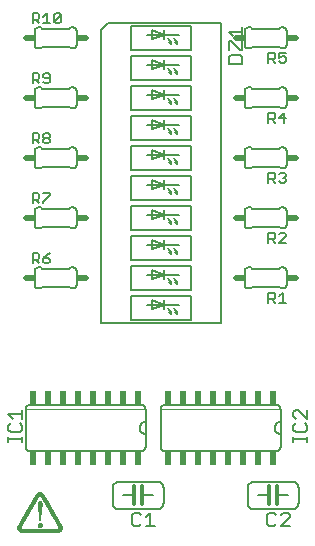
<source format=gto>
G75*
G70*
%OFA0B0*%
%FSLAX24Y24*%
%IPPOS*%
%LPD*%
%AMOC8*
5,1,8,0,0,1.08239X$1,22.5*
%
%ADD10C,0.0050*%
%ADD11C,0.0200*%
%ADD12C,0.0060*%
%ADD13R,0.0100X0.0200*%
%ADD14R,0.0200X0.0450*%
%ADD15C,0.0020*%
%ADD16C,0.0120*%
%ADD17R,0.0006X0.0006*%
%ADD18R,0.0006X0.0006*%
%ADD19R,0.0006X0.0006*%
%ADD20R,0.0006X0.0006*%
D10*
X000606Y006682D02*
X000606Y006832D01*
X000606Y006757D02*
X001056Y006757D01*
X001056Y006682D02*
X001056Y006832D01*
X000981Y006989D02*
X001056Y007064D01*
X001056Y007214D01*
X000981Y007289D01*
X001056Y007450D02*
X001056Y007750D01*
X001056Y007600D02*
X000606Y007600D01*
X000756Y007450D01*
X000681Y007289D02*
X000606Y007214D01*
X000606Y007064D01*
X000681Y006989D01*
X000981Y006989D01*
X001416Y012620D02*
X001416Y012960D01*
X001587Y012960D01*
X001643Y012904D01*
X001643Y012790D01*
X001587Y012733D01*
X001416Y012733D01*
X001530Y012733D02*
X001643Y012620D01*
X001776Y012677D02*
X001776Y012790D01*
X001946Y012790D01*
X002002Y012733D01*
X002002Y012677D01*
X001946Y012620D01*
X001832Y012620D01*
X001776Y012677D01*
X001776Y012790D02*
X001889Y012904D01*
X002002Y012960D01*
X001776Y014620D02*
X001776Y014677D01*
X002002Y014904D01*
X002002Y014960D01*
X001776Y014960D01*
X001643Y014904D02*
X001643Y014790D01*
X001587Y014733D01*
X001416Y014733D01*
X001416Y014620D02*
X001416Y014960D01*
X001587Y014960D01*
X001643Y014904D01*
X001530Y014733D02*
X001643Y014620D01*
X001643Y016620D02*
X001530Y016733D01*
X001587Y016733D02*
X001416Y016733D01*
X001416Y016620D02*
X001416Y016960D01*
X001587Y016960D01*
X001643Y016904D01*
X001643Y016790D01*
X001587Y016733D01*
X001776Y016733D02*
X001832Y016790D01*
X001946Y016790D01*
X002002Y016733D01*
X002002Y016677D01*
X001946Y016620D01*
X001832Y016620D01*
X001776Y016677D01*
X001776Y016733D01*
X001832Y016790D02*
X001776Y016847D01*
X001776Y016904D01*
X001832Y016960D01*
X001946Y016960D01*
X002002Y016904D01*
X002002Y016847D01*
X001946Y016790D01*
X001946Y018620D02*
X001832Y018620D01*
X001776Y018677D01*
X001832Y018790D02*
X002002Y018790D01*
X002002Y018677D02*
X002002Y018904D01*
X001946Y018960D01*
X001832Y018960D01*
X001776Y018904D01*
X001776Y018847D01*
X001832Y018790D01*
X001643Y018790D02*
X001587Y018733D01*
X001416Y018733D01*
X001416Y018620D02*
X001416Y018960D01*
X001587Y018960D01*
X001643Y018904D01*
X001643Y018790D01*
X001530Y018733D02*
X001643Y018620D01*
X001946Y018620D02*
X002002Y018677D01*
X002002Y020620D02*
X001776Y020620D01*
X001889Y020620D02*
X001889Y020960D01*
X001776Y020847D01*
X001643Y020904D02*
X001643Y020790D01*
X001587Y020733D01*
X001416Y020733D01*
X001416Y020620D02*
X001416Y020960D01*
X001587Y020960D01*
X001643Y020904D01*
X001530Y020733D02*
X001643Y020620D01*
X002135Y020677D02*
X002361Y020904D01*
X002361Y020677D01*
X002305Y020620D01*
X002191Y020620D01*
X002135Y020677D01*
X002135Y020904D01*
X002191Y020960D01*
X002305Y020960D01*
X002361Y020904D01*
X007956Y020350D02*
X008406Y020350D01*
X008406Y020200D02*
X008406Y020500D01*
X008406Y020039D02*
X008406Y019739D01*
X008331Y019739D01*
X008031Y020039D01*
X007956Y020039D01*
X007956Y019739D01*
X008031Y019579D02*
X007956Y019504D01*
X007956Y019279D01*
X008406Y019279D01*
X008406Y019504D01*
X008331Y019579D01*
X008031Y019579D01*
X008106Y020200D02*
X007956Y020350D01*
X009278Y019650D02*
X009278Y019310D01*
X009278Y019423D02*
X009448Y019423D01*
X009505Y019480D01*
X009505Y019594D01*
X009448Y019650D01*
X009278Y019650D01*
X009392Y019423D02*
X009505Y019310D01*
X009637Y019367D02*
X009694Y019310D01*
X009807Y019310D01*
X009864Y019367D01*
X009864Y019480D01*
X009807Y019537D01*
X009751Y019537D01*
X009637Y019480D01*
X009637Y019650D01*
X009864Y019650D01*
X009807Y017650D02*
X009637Y017480D01*
X009864Y017480D01*
X009807Y017310D02*
X009807Y017650D01*
X009505Y017594D02*
X009505Y017480D01*
X009448Y017423D01*
X009278Y017423D01*
X009278Y017310D02*
X009278Y017650D01*
X009448Y017650D01*
X009505Y017594D01*
X009392Y017423D02*
X009505Y017310D01*
X009448Y015650D02*
X009278Y015650D01*
X009278Y015310D01*
X009278Y015423D02*
X009448Y015423D01*
X009505Y015480D01*
X009505Y015594D01*
X009448Y015650D01*
X009392Y015423D02*
X009505Y015310D01*
X009637Y015367D02*
X009694Y015310D01*
X009807Y015310D01*
X009864Y015367D01*
X009864Y015423D01*
X009807Y015480D01*
X009751Y015480D01*
X009807Y015480D02*
X009864Y015537D01*
X009864Y015594D01*
X009807Y015650D01*
X009694Y015650D01*
X009637Y015594D01*
X009694Y013650D02*
X009637Y013594D01*
X009694Y013650D02*
X009807Y013650D01*
X009864Y013594D01*
X009864Y013537D01*
X009637Y013310D01*
X009864Y013310D01*
X009505Y013310D02*
X009392Y013423D01*
X009448Y013423D02*
X009278Y013423D01*
X009278Y013310D02*
X009278Y013650D01*
X009448Y013650D01*
X009505Y013594D01*
X009505Y013480D01*
X009448Y013423D01*
X009448Y011650D02*
X009278Y011650D01*
X009278Y011310D01*
X009278Y011423D02*
X009448Y011423D01*
X009505Y011480D01*
X009505Y011594D01*
X009448Y011650D01*
X009392Y011423D02*
X009505Y011310D01*
X009637Y011310D02*
X009864Y011310D01*
X009751Y011310D02*
X009751Y011650D01*
X009637Y011537D01*
X010181Y007750D02*
X010106Y007675D01*
X010106Y007525D01*
X010181Y007450D01*
X010181Y007289D02*
X010106Y007214D01*
X010106Y007064D01*
X010181Y006989D01*
X010481Y006989D01*
X010556Y007064D01*
X010556Y007214D01*
X010481Y007289D01*
X010556Y007450D02*
X010256Y007750D01*
X010181Y007750D01*
X010556Y007750D02*
X010556Y007450D01*
X010556Y006832D02*
X010556Y006682D01*
X010556Y006757D02*
X010106Y006757D01*
X010106Y006682D02*
X010106Y006832D01*
X009921Y004310D02*
X009771Y004310D01*
X009696Y004235D01*
X009536Y004235D02*
X009461Y004310D01*
X009311Y004310D01*
X009236Y004235D01*
X009236Y003935D01*
X009311Y003860D01*
X009461Y003860D01*
X009536Y003935D01*
X009696Y003860D02*
X009996Y004160D01*
X009996Y004235D01*
X009921Y004310D01*
X009996Y003860D02*
X009696Y003860D01*
X005496Y003860D02*
X005196Y003860D01*
X005036Y003935D02*
X004961Y003860D01*
X004811Y003860D01*
X004736Y003935D01*
X004736Y004235D01*
X004811Y004310D01*
X004961Y004310D01*
X005036Y004235D01*
X005196Y004160D02*
X005346Y004310D01*
X005346Y003860D01*
D11*
X003181Y012135D02*
X002981Y012135D01*
X002981Y014135D02*
X003181Y014135D01*
X003181Y016135D02*
X002981Y016135D01*
X002981Y018135D02*
X003181Y018135D01*
X003181Y020135D02*
X002981Y020135D01*
X001381Y020135D02*
X001181Y020135D01*
X001181Y018135D02*
X001381Y018135D01*
X001381Y016135D02*
X001181Y016135D01*
X001181Y014135D02*
X001381Y014135D01*
X001381Y012135D02*
X001181Y012135D01*
X008181Y012135D02*
X008381Y012135D01*
X008381Y014135D02*
X008181Y014135D01*
X008181Y016135D02*
X008381Y016135D01*
X008381Y018135D02*
X008181Y018135D01*
X008181Y020135D02*
X008381Y020135D01*
X009981Y020135D02*
X010181Y020135D01*
X010181Y018135D02*
X009981Y018135D01*
X009981Y016135D02*
X010181Y016135D01*
X010181Y014135D02*
X009981Y014135D01*
X009981Y012135D02*
X010181Y012135D01*
D12*
X009881Y012385D02*
X009881Y011885D01*
X009879Y011868D01*
X009875Y011851D01*
X009868Y011835D01*
X009858Y011821D01*
X009845Y011808D01*
X009831Y011798D01*
X009815Y011791D01*
X009798Y011787D01*
X009781Y011785D01*
X009681Y011785D01*
X009631Y011835D01*
X008731Y011835D01*
X008681Y011785D01*
X008581Y011785D01*
X008564Y011787D01*
X008547Y011791D01*
X008531Y011798D01*
X008517Y011808D01*
X008504Y011821D01*
X008494Y011835D01*
X008487Y011851D01*
X008483Y011868D01*
X008481Y011885D01*
X008481Y012385D01*
X008483Y012402D01*
X008487Y012419D01*
X008494Y012435D01*
X008504Y012449D01*
X008517Y012462D01*
X008531Y012472D01*
X008547Y012479D01*
X008564Y012483D01*
X008581Y012485D01*
X008681Y012485D01*
X008731Y012435D01*
X009631Y012435D01*
X009681Y012485D01*
X009781Y012485D01*
X009798Y012483D01*
X009815Y012479D01*
X009831Y012472D01*
X009845Y012462D01*
X009858Y012449D01*
X009868Y012435D01*
X009875Y012419D01*
X009879Y012402D01*
X009881Y012385D01*
X009781Y013785D02*
X009681Y013785D01*
X009631Y013835D01*
X008731Y013835D01*
X008681Y013785D01*
X008581Y013785D01*
X008564Y013787D01*
X008547Y013791D01*
X008531Y013798D01*
X008517Y013808D01*
X008504Y013821D01*
X008494Y013835D01*
X008487Y013851D01*
X008483Y013868D01*
X008481Y013885D01*
X008481Y014385D01*
X008483Y014402D01*
X008487Y014419D01*
X008494Y014435D01*
X008504Y014449D01*
X008517Y014462D01*
X008531Y014472D01*
X008547Y014479D01*
X008564Y014483D01*
X008581Y014485D01*
X008681Y014485D01*
X008731Y014435D01*
X009631Y014435D01*
X009681Y014485D01*
X009781Y014485D01*
X009798Y014483D01*
X009815Y014479D01*
X009831Y014472D01*
X009845Y014462D01*
X009858Y014449D01*
X009868Y014435D01*
X009875Y014419D01*
X009879Y014402D01*
X009881Y014385D01*
X009881Y013885D01*
X009879Y013868D01*
X009875Y013851D01*
X009868Y013835D01*
X009858Y013821D01*
X009845Y013808D01*
X009831Y013798D01*
X009815Y013791D01*
X009798Y013787D01*
X009781Y013785D01*
X009781Y015785D02*
X009681Y015785D01*
X009631Y015835D01*
X008731Y015835D01*
X008681Y015785D01*
X008581Y015785D01*
X008564Y015787D01*
X008547Y015791D01*
X008531Y015798D01*
X008517Y015808D01*
X008504Y015821D01*
X008494Y015835D01*
X008487Y015851D01*
X008483Y015868D01*
X008481Y015885D01*
X008481Y016385D01*
X008483Y016402D01*
X008487Y016419D01*
X008494Y016435D01*
X008504Y016449D01*
X008517Y016462D01*
X008531Y016472D01*
X008547Y016479D01*
X008564Y016483D01*
X008581Y016485D01*
X008681Y016485D01*
X008731Y016435D01*
X009631Y016435D01*
X009681Y016485D01*
X009781Y016485D01*
X009798Y016483D01*
X009815Y016479D01*
X009831Y016472D01*
X009845Y016462D01*
X009858Y016449D01*
X009868Y016435D01*
X009875Y016419D01*
X009879Y016402D01*
X009881Y016385D01*
X009881Y015885D01*
X009879Y015868D01*
X009875Y015851D01*
X009868Y015835D01*
X009858Y015821D01*
X009845Y015808D01*
X009831Y015798D01*
X009815Y015791D01*
X009798Y015787D01*
X009781Y015785D01*
X009781Y017785D02*
X009681Y017785D01*
X009631Y017835D01*
X008731Y017835D01*
X008681Y017785D01*
X008581Y017785D01*
X008564Y017787D01*
X008547Y017791D01*
X008531Y017798D01*
X008517Y017808D01*
X008504Y017821D01*
X008494Y017835D01*
X008487Y017851D01*
X008483Y017868D01*
X008481Y017885D01*
X008481Y018385D01*
X008483Y018402D01*
X008487Y018419D01*
X008494Y018435D01*
X008504Y018449D01*
X008517Y018462D01*
X008531Y018472D01*
X008547Y018479D01*
X008564Y018483D01*
X008581Y018485D01*
X008681Y018485D01*
X008731Y018435D01*
X009631Y018435D01*
X009681Y018485D01*
X009781Y018485D01*
X009798Y018483D01*
X009815Y018479D01*
X009831Y018472D01*
X009845Y018462D01*
X009858Y018449D01*
X009868Y018435D01*
X009875Y018419D01*
X009879Y018402D01*
X009881Y018385D01*
X009881Y017885D01*
X009879Y017868D01*
X009875Y017851D01*
X009868Y017835D01*
X009858Y017821D01*
X009845Y017808D01*
X009831Y017798D01*
X009815Y017791D01*
X009798Y017787D01*
X009781Y017785D01*
X009781Y019785D02*
X009681Y019785D01*
X009631Y019835D01*
X008731Y019835D01*
X008681Y019785D01*
X008581Y019785D01*
X008564Y019787D01*
X008547Y019791D01*
X008531Y019798D01*
X008517Y019808D01*
X008504Y019821D01*
X008494Y019835D01*
X008487Y019851D01*
X008483Y019868D01*
X008481Y019885D01*
X008481Y020385D01*
X008483Y020402D01*
X008487Y020419D01*
X008494Y020435D01*
X008504Y020449D01*
X008517Y020462D01*
X008531Y020472D01*
X008547Y020479D01*
X008564Y020483D01*
X008581Y020485D01*
X008681Y020485D01*
X008731Y020435D01*
X009631Y020435D01*
X009681Y020485D01*
X009781Y020485D01*
X009798Y020483D01*
X009815Y020479D01*
X009831Y020472D01*
X009845Y020462D01*
X009858Y020449D01*
X009868Y020435D01*
X009875Y020419D01*
X009879Y020402D01*
X009881Y020385D01*
X009881Y019885D01*
X009879Y019868D01*
X009875Y019851D01*
X009868Y019835D01*
X009858Y019821D01*
X009845Y019808D01*
X009831Y019798D01*
X009815Y019791D01*
X009798Y019787D01*
X009781Y019785D01*
X007681Y020635D02*
X007681Y010635D01*
X003681Y010635D01*
X003681Y020385D01*
X003931Y020635D01*
X007681Y020635D01*
X006681Y020535D02*
X006681Y019735D01*
X004681Y019735D01*
X004681Y020535D01*
X006681Y020535D01*
X006281Y020235D02*
X005781Y020235D01*
X005781Y020085D01*
X005781Y020235D02*
X005781Y020385D01*
X005781Y020235D02*
X005381Y020085D01*
X005381Y020385D01*
X005781Y020235D01*
X005231Y020235D01*
X005381Y019385D02*
X005781Y019235D01*
X005781Y019085D01*
X005781Y019235D02*
X005781Y019385D01*
X005781Y019235D02*
X005381Y019085D01*
X005381Y019385D01*
X005231Y019235D02*
X005781Y019235D01*
X006281Y019235D01*
X006131Y019135D02*
X006231Y018935D01*
X006151Y018995D01*
X006231Y019035D01*
X006231Y018935D01*
X006031Y018935D02*
X005951Y018995D01*
X006031Y019035D01*
X006031Y018935D01*
X005931Y019135D01*
X005781Y018385D02*
X005781Y018235D01*
X005781Y018085D01*
X005781Y018235D02*
X005381Y018085D01*
X005381Y018385D01*
X005781Y018235D01*
X006281Y018235D01*
X006131Y018135D02*
X006231Y017935D01*
X006151Y017995D01*
X006231Y018035D01*
X006231Y017935D01*
X006031Y017935D02*
X005951Y017995D01*
X006031Y018035D01*
X006031Y017935D01*
X005931Y018135D01*
X005781Y018235D02*
X005231Y018235D01*
X005381Y017385D02*
X005781Y017235D01*
X005781Y017085D01*
X005781Y017235D02*
X005781Y017385D01*
X005781Y017235D02*
X005381Y017085D01*
X005381Y017385D01*
X005231Y017235D02*
X005781Y017235D01*
X006281Y017235D01*
X006131Y017135D02*
X006231Y016935D01*
X006151Y016995D01*
X006231Y017035D01*
X006231Y016935D01*
X006031Y016935D02*
X005951Y016995D01*
X006031Y017035D01*
X006031Y016935D01*
X005931Y017135D01*
X005781Y016385D02*
X005781Y016235D01*
X005781Y016085D01*
X005781Y016235D02*
X005381Y016085D01*
X005381Y016385D01*
X005781Y016235D01*
X006281Y016235D01*
X006131Y016135D02*
X006231Y015935D01*
X006151Y015995D01*
X006231Y016035D01*
X006231Y015935D01*
X006031Y015935D02*
X005951Y015995D01*
X006031Y016035D01*
X006031Y015935D01*
X005931Y016135D01*
X005781Y016235D02*
X005231Y016235D01*
X005381Y015385D02*
X005781Y015235D01*
X005781Y015085D01*
X005781Y015235D02*
X005781Y015385D01*
X005781Y015235D02*
X005381Y015085D01*
X005381Y015385D01*
X005231Y015235D02*
X005781Y015235D01*
X006281Y015235D01*
X006131Y015135D02*
X006231Y014935D01*
X006151Y014995D01*
X006231Y015035D01*
X006231Y014935D01*
X006031Y014935D02*
X005951Y014995D01*
X006031Y015035D01*
X006031Y014935D01*
X005931Y015135D01*
X005781Y014385D02*
X005781Y014235D01*
X005781Y014085D01*
X005781Y014235D02*
X005381Y014085D01*
X005381Y014385D01*
X005781Y014235D01*
X006281Y014235D01*
X006131Y014135D02*
X006231Y013935D01*
X006151Y013995D01*
X006231Y014035D01*
X006231Y013935D01*
X006031Y013935D02*
X005951Y013995D01*
X006031Y014035D01*
X006031Y013935D01*
X005931Y014135D01*
X005781Y014235D02*
X005231Y014235D01*
X005381Y013385D02*
X005781Y013235D01*
X005781Y013085D01*
X005781Y013235D02*
X005781Y013385D01*
X005781Y013235D02*
X005381Y013085D01*
X005381Y013385D01*
X005231Y013235D02*
X005781Y013235D01*
X006281Y013235D01*
X006131Y013135D02*
X006231Y012935D01*
X006151Y012995D01*
X006231Y013035D01*
X006231Y012935D01*
X006031Y012935D02*
X005951Y012995D01*
X006031Y013035D01*
X006031Y012935D01*
X005931Y013135D01*
X005781Y012385D02*
X005781Y012235D01*
X005781Y012085D01*
X005781Y012235D02*
X005381Y012085D01*
X005381Y012385D01*
X005781Y012235D01*
X006281Y012235D01*
X006131Y012135D02*
X006231Y011935D01*
X006151Y011995D01*
X006231Y012035D01*
X006231Y011935D01*
X006031Y011935D02*
X005951Y011995D01*
X006031Y012035D01*
X006031Y011935D01*
X005931Y012135D01*
X005781Y012235D02*
X005231Y012235D01*
X005381Y011385D02*
X005781Y011235D01*
X005781Y011085D01*
X005781Y011235D02*
X005781Y011385D01*
X005781Y011235D02*
X005381Y011085D01*
X005381Y011385D01*
X005231Y011235D02*
X005781Y011235D01*
X006281Y011235D01*
X006131Y011135D02*
X006231Y010935D01*
X006151Y010995D01*
X006231Y011035D01*
X006231Y010935D01*
X006031Y010935D02*
X005951Y010995D01*
X006031Y011035D01*
X006031Y010935D01*
X005931Y011135D01*
X006681Y010735D02*
X006681Y011535D01*
X004681Y011535D01*
X004681Y010735D01*
X006681Y010735D01*
X006681Y011735D02*
X006681Y012535D01*
X004681Y012535D01*
X004681Y011735D01*
X006681Y011735D01*
X006681Y012735D02*
X006681Y013535D01*
X004681Y013535D01*
X004681Y012735D01*
X006681Y012735D01*
X006681Y013735D02*
X006681Y014535D01*
X004681Y014535D01*
X004681Y013735D01*
X006681Y013735D01*
X006681Y014735D02*
X006681Y015535D01*
X004681Y015535D01*
X004681Y014735D01*
X006681Y014735D01*
X006681Y015735D02*
X006681Y016535D01*
X004681Y016535D01*
X004681Y015735D01*
X006681Y015735D01*
X006681Y016735D02*
X006681Y017535D01*
X004681Y017535D01*
X004681Y016735D01*
X006681Y016735D01*
X006681Y017735D02*
X004681Y017735D01*
X004681Y018535D01*
X006681Y018535D01*
X006681Y017735D01*
X006681Y018735D02*
X004681Y018735D01*
X004681Y019535D01*
X006681Y019535D01*
X006681Y018735D01*
X006231Y019935D02*
X006151Y019995D01*
X006231Y020035D01*
X006231Y019935D01*
X006131Y020135D01*
X006031Y020035D02*
X005951Y019995D01*
X006031Y019935D01*
X006031Y020035D01*
X006031Y019935D02*
X005931Y020135D01*
X002881Y019885D02*
X002881Y020385D01*
X002879Y020402D01*
X002875Y020419D01*
X002868Y020435D01*
X002858Y020449D01*
X002845Y020462D01*
X002831Y020472D01*
X002815Y020479D01*
X002798Y020483D01*
X002781Y020485D01*
X002681Y020485D01*
X002631Y020435D01*
X001731Y020435D01*
X001681Y020485D01*
X001581Y020485D01*
X001564Y020483D01*
X001547Y020479D01*
X001531Y020472D01*
X001517Y020462D01*
X001504Y020449D01*
X001494Y020435D01*
X001487Y020419D01*
X001483Y020402D01*
X001481Y020385D01*
X001481Y019885D01*
X001483Y019868D01*
X001487Y019851D01*
X001494Y019835D01*
X001504Y019821D01*
X001517Y019808D01*
X001531Y019798D01*
X001547Y019791D01*
X001564Y019787D01*
X001581Y019785D01*
X001681Y019785D01*
X001731Y019835D01*
X002631Y019835D01*
X002681Y019785D01*
X002781Y019785D01*
X002798Y019787D01*
X002815Y019791D01*
X002831Y019798D01*
X002845Y019808D01*
X002858Y019821D01*
X002868Y019835D01*
X002875Y019851D01*
X002879Y019868D01*
X002881Y019885D01*
X002781Y018485D02*
X002681Y018485D01*
X002631Y018435D01*
X001731Y018435D01*
X001681Y018485D01*
X001581Y018485D01*
X001564Y018483D01*
X001547Y018479D01*
X001531Y018472D01*
X001517Y018462D01*
X001504Y018449D01*
X001494Y018435D01*
X001487Y018419D01*
X001483Y018402D01*
X001481Y018385D01*
X001481Y017885D01*
X001483Y017868D01*
X001487Y017851D01*
X001494Y017835D01*
X001504Y017821D01*
X001517Y017808D01*
X001531Y017798D01*
X001547Y017791D01*
X001564Y017787D01*
X001581Y017785D01*
X001681Y017785D01*
X001731Y017835D01*
X002631Y017835D01*
X002681Y017785D01*
X002781Y017785D01*
X002798Y017787D01*
X002815Y017791D01*
X002831Y017798D01*
X002845Y017808D01*
X002858Y017821D01*
X002868Y017835D01*
X002875Y017851D01*
X002879Y017868D01*
X002881Y017885D01*
X002881Y018385D01*
X002879Y018402D01*
X002875Y018419D01*
X002868Y018435D01*
X002858Y018449D01*
X002845Y018462D01*
X002831Y018472D01*
X002815Y018479D01*
X002798Y018483D01*
X002781Y018485D01*
X002781Y016485D02*
X002681Y016485D01*
X002631Y016435D01*
X001731Y016435D01*
X001681Y016485D01*
X001581Y016485D01*
X001564Y016483D01*
X001547Y016479D01*
X001531Y016472D01*
X001517Y016462D01*
X001504Y016449D01*
X001494Y016435D01*
X001487Y016419D01*
X001483Y016402D01*
X001481Y016385D01*
X001481Y015885D01*
X001483Y015868D01*
X001487Y015851D01*
X001494Y015835D01*
X001504Y015821D01*
X001517Y015808D01*
X001531Y015798D01*
X001547Y015791D01*
X001564Y015787D01*
X001581Y015785D01*
X001681Y015785D01*
X001731Y015835D01*
X002631Y015835D01*
X002681Y015785D01*
X002781Y015785D01*
X002798Y015787D01*
X002815Y015791D01*
X002831Y015798D01*
X002845Y015808D01*
X002858Y015821D01*
X002868Y015835D01*
X002875Y015851D01*
X002879Y015868D01*
X002881Y015885D01*
X002881Y016385D01*
X002879Y016402D01*
X002875Y016419D01*
X002868Y016435D01*
X002858Y016449D01*
X002845Y016462D01*
X002831Y016472D01*
X002815Y016479D01*
X002798Y016483D01*
X002781Y016485D01*
X002781Y014485D02*
X002681Y014485D01*
X002631Y014435D01*
X001731Y014435D01*
X001681Y014485D01*
X001581Y014485D01*
X001564Y014483D01*
X001547Y014479D01*
X001531Y014472D01*
X001517Y014462D01*
X001504Y014449D01*
X001494Y014435D01*
X001487Y014419D01*
X001483Y014402D01*
X001481Y014385D01*
X001481Y013885D01*
X001483Y013868D01*
X001487Y013851D01*
X001494Y013835D01*
X001504Y013821D01*
X001517Y013808D01*
X001531Y013798D01*
X001547Y013791D01*
X001564Y013787D01*
X001581Y013785D01*
X001681Y013785D01*
X001731Y013835D01*
X002631Y013835D01*
X002681Y013785D01*
X002781Y013785D01*
X002798Y013787D01*
X002815Y013791D01*
X002831Y013798D01*
X002845Y013808D01*
X002858Y013821D01*
X002868Y013835D01*
X002875Y013851D01*
X002879Y013868D01*
X002881Y013885D01*
X002881Y014385D01*
X002879Y014402D01*
X002875Y014419D01*
X002868Y014435D01*
X002858Y014449D01*
X002845Y014462D01*
X002831Y014472D01*
X002815Y014479D01*
X002798Y014483D01*
X002781Y014485D01*
X002781Y012485D02*
X002681Y012485D01*
X002631Y012435D01*
X001731Y012435D01*
X001681Y012485D01*
X001581Y012485D01*
X001564Y012483D01*
X001547Y012479D01*
X001531Y012472D01*
X001517Y012462D01*
X001504Y012449D01*
X001494Y012435D01*
X001487Y012419D01*
X001483Y012402D01*
X001481Y012385D01*
X001481Y011885D01*
X001483Y011868D01*
X001487Y011851D01*
X001494Y011835D01*
X001504Y011821D01*
X001517Y011808D01*
X001531Y011798D01*
X001547Y011791D01*
X001564Y011787D01*
X001581Y011785D01*
X001681Y011785D01*
X001731Y011835D01*
X002631Y011835D01*
X002681Y011785D01*
X002781Y011785D01*
X002798Y011787D01*
X002815Y011791D01*
X002831Y011798D01*
X002845Y011808D01*
X002858Y011821D01*
X002868Y011835D01*
X002875Y011851D01*
X002879Y011868D01*
X002881Y011885D01*
X002881Y012385D01*
X002879Y012402D01*
X002875Y012419D01*
X002868Y012435D01*
X002858Y012449D01*
X002845Y012462D01*
X002831Y012472D01*
X002815Y012479D01*
X002798Y012483D01*
X002781Y012485D01*
X001331Y007905D02*
X005031Y007905D01*
X005054Y007903D01*
X005077Y007898D01*
X005099Y007889D01*
X005119Y007876D01*
X005137Y007861D01*
X005152Y007843D01*
X005165Y007823D01*
X005174Y007801D01*
X005179Y007778D01*
X005181Y007755D01*
X005181Y007335D01*
X005181Y006935D01*
X005181Y006515D01*
X005179Y006492D01*
X005174Y006469D01*
X005165Y006447D01*
X005152Y006427D01*
X005137Y006409D01*
X005119Y006394D01*
X005099Y006381D01*
X005077Y006372D01*
X005054Y006367D01*
X005031Y006365D01*
X001331Y006365D01*
X001308Y006367D01*
X001285Y006372D01*
X001263Y006381D01*
X001243Y006394D01*
X001225Y006409D01*
X001210Y006427D01*
X001197Y006447D01*
X001188Y006469D01*
X001183Y006492D01*
X001181Y006515D01*
X001181Y007755D01*
X001183Y007778D01*
X001188Y007801D01*
X001197Y007823D01*
X001210Y007843D01*
X001225Y007861D01*
X001243Y007876D01*
X001263Y007889D01*
X001285Y007898D01*
X001308Y007903D01*
X001331Y007905D01*
X004081Y005135D02*
X004081Y004635D01*
X004083Y004609D01*
X004088Y004583D01*
X004096Y004558D01*
X004108Y004535D01*
X004122Y004513D01*
X004140Y004494D01*
X004159Y004476D01*
X004181Y004462D01*
X004204Y004450D01*
X004229Y004442D01*
X004255Y004437D01*
X004281Y004435D01*
X005581Y004435D01*
X005607Y004437D01*
X005633Y004442D01*
X005658Y004450D01*
X005681Y004462D01*
X005703Y004476D01*
X005722Y004494D01*
X005740Y004513D01*
X005754Y004535D01*
X005766Y004558D01*
X005774Y004583D01*
X005779Y004609D01*
X005781Y004635D01*
X005781Y005135D01*
X005779Y005161D01*
X005774Y005187D01*
X005766Y005212D01*
X005754Y005235D01*
X005740Y005257D01*
X005722Y005276D01*
X005703Y005294D01*
X005681Y005308D01*
X005658Y005320D01*
X005633Y005328D01*
X005607Y005333D01*
X005581Y005335D01*
X004281Y005335D01*
X004255Y005333D01*
X004229Y005328D01*
X004204Y005320D01*
X004181Y005308D01*
X004159Y005294D01*
X004140Y005276D01*
X004122Y005257D01*
X004108Y005235D01*
X004096Y005212D01*
X004088Y005187D01*
X004083Y005161D01*
X004081Y005135D01*
X004431Y004885D02*
X004801Y004885D01*
X005051Y004885D02*
X005431Y004885D01*
X005831Y006365D02*
X009531Y006365D01*
X009554Y006367D01*
X009577Y006372D01*
X009599Y006381D01*
X009619Y006394D01*
X009637Y006409D01*
X009652Y006427D01*
X009665Y006447D01*
X009674Y006469D01*
X009679Y006492D01*
X009681Y006515D01*
X009681Y006935D01*
X009681Y007335D01*
X009681Y007755D01*
X009679Y007778D01*
X009674Y007801D01*
X009665Y007823D01*
X009652Y007843D01*
X009637Y007861D01*
X009619Y007876D01*
X009599Y007889D01*
X009577Y007898D01*
X009554Y007903D01*
X009531Y007905D01*
X005831Y007905D01*
X005808Y007903D01*
X005785Y007898D01*
X005763Y007889D01*
X005743Y007876D01*
X005725Y007861D01*
X005710Y007843D01*
X005697Y007823D01*
X005688Y007801D01*
X005683Y007778D01*
X005681Y007755D01*
X005681Y006515D01*
X005683Y006492D01*
X005688Y006469D01*
X005697Y006447D01*
X005710Y006427D01*
X005725Y006409D01*
X005743Y006394D01*
X005763Y006381D01*
X005785Y006372D01*
X005808Y006367D01*
X005831Y006365D01*
X005181Y006935D02*
X005154Y006937D01*
X005127Y006942D01*
X005101Y006952D01*
X005077Y006964D01*
X005055Y006980D01*
X005035Y006998D01*
X005018Y007020D01*
X005003Y007043D01*
X004993Y007068D01*
X004985Y007094D01*
X004981Y007121D01*
X004981Y007149D01*
X004985Y007176D01*
X004993Y007202D01*
X005003Y007227D01*
X005018Y007250D01*
X005035Y007272D01*
X005055Y007290D01*
X005077Y007306D01*
X005101Y007318D01*
X005127Y007328D01*
X005154Y007333D01*
X005181Y007335D01*
X008581Y005135D02*
X008581Y004635D01*
X008583Y004609D01*
X008588Y004583D01*
X008596Y004558D01*
X008608Y004535D01*
X008622Y004513D01*
X008640Y004494D01*
X008659Y004476D01*
X008681Y004462D01*
X008704Y004450D01*
X008729Y004442D01*
X008755Y004437D01*
X008781Y004435D01*
X010081Y004435D01*
X010107Y004437D01*
X010133Y004442D01*
X010158Y004450D01*
X010181Y004462D01*
X010203Y004476D01*
X010222Y004494D01*
X010240Y004513D01*
X010254Y004535D01*
X010266Y004558D01*
X010274Y004583D01*
X010279Y004609D01*
X010281Y004635D01*
X010281Y005135D01*
X010279Y005161D01*
X010274Y005187D01*
X010266Y005212D01*
X010254Y005235D01*
X010240Y005257D01*
X010222Y005276D01*
X010203Y005294D01*
X010181Y005308D01*
X010158Y005320D01*
X010133Y005328D01*
X010107Y005333D01*
X010081Y005335D01*
X008781Y005335D01*
X008755Y005333D01*
X008729Y005328D01*
X008704Y005320D01*
X008681Y005308D01*
X008659Y005294D01*
X008640Y005276D01*
X008622Y005257D01*
X008608Y005235D01*
X008596Y005212D01*
X008588Y005187D01*
X008583Y005161D01*
X008581Y005135D01*
X008931Y004885D02*
X009301Y004885D01*
X009551Y004885D02*
X009931Y004885D01*
X009681Y006935D02*
X009654Y006937D01*
X009627Y006942D01*
X009601Y006952D01*
X009577Y006964D01*
X009555Y006980D01*
X009535Y006998D01*
X009518Y007020D01*
X009503Y007043D01*
X009493Y007068D01*
X009485Y007094D01*
X009481Y007121D01*
X009481Y007149D01*
X009485Y007176D01*
X009493Y007202D01*
X009503Y007227D01*
X009518Y007250D01*
X009535Y007272D01*
X009555Y007290D01*
X009577Y007306D01*
X009601Y007318D01*
X009627Y007328D01*
X009654Y007333D01*
X009681Y007335D01*
D13*
X009931Y012135D03*
X009931Y014135D03*
X009931Y016135D03*
X009931Y018135D03*
X009931Y020135D03*
X008431Y020135D03*
X008431Y018135D03*
X008431Y016135D03*
X008431Y014135D03*
X008431Y012135D03*
X002931Y012135D03*
X002931Y014135D03*
X002931Y016135D03*
X002931Y018135D03*
X002931Y020135D03*
X001431Y020135D03*
X001431Y018135D03*
X001431Y016135D03*
X001431Y014135D03*
X001431Y012135D03*
D14*
X001431Y008130D03*
X001931Y008130D03*
X002431Y008130D03*
X002931Y008130D03*
X003431Y008130D03*
X003931Y008120D03*
X004431Y008130D03*
X004931Y008130D03*
X005931Y008130D03*
X006431Y008130D03*
X006931Y008130D03*
X007431Y008130D03*
X007931Y008130D03*
X008431Y008120D03*
X008931Y008130D03*
X009431Y008130D03*
X009431Y006140D03*
X008931Y006140D03*
X008431Y006140D03*
X007931Y006140D03*
X007431Y006140D03*
X006931Y006140D03*
X006431Y006140D03*
X005931Y006140D03*
X004931Y006140D03*
X004431Y006140D03*
X003931Y006140D03*
X003431Y006140D03*
X002931Y006140D03*
X002431Y006140D03*
X001931Y006140D03*
X001431Y006140D03*
D15*
X001181Y007765D02*
X005181Y007765D01*
X005681Y007765D02*
X009681Y007765D01*
D16*
X009551Y005185D02*
X009551Y004585D01*
X009301Y004585D02*
X009301Y005185D01*
X005051Y005185D02*
X005051Y004585D01*
X004801Y004585D02*
X004801Y005185D01*
D17*
X002410Y003842D03*
X002410Y003830D03*
X002410Y003818D03*
X002410Y003812D03*
X002410Y003800D03*
X002410Y003788D03*
X002410Y003782D03*
X002410Y003770D03*
X002410Y003758D03*
X002410Y003752D03*
X002410Y003740D03*
X002410Y003728D03*
X002410Y003722D03*
X002410Y003710D03*
X002392Y003710D03*
X002380Y003710D03*
X002380Y003722D03*
X002380Y003728D03*
X002380Y003740D03*
X002380Y003752D03*
X002380Y003758D03*
X002380Y003770D03*
X002380Y003782D03*
X002380Y003788D03*
X002380Y003800D03*
X002380Y003812D03*
X002380Y003818D03*
X002380Y003830D03*
X002380Y003842D03*
X002380Y003848D03*
X002380Y003860D03*
X002380Y003872D03*
X002380Y003878D03*
X002380Y003890D03*
X002392Y003878D03*
X002392Y003872D03*
X002392Y003860D03*
X002392Y003848D03*
X002392Y003842D03*
X002392Y003830D03*
X002392Y003818D03*
X002392Y003812D03*
X002392Y003800D03*
X002392Y003788D03*
X002392Y003782D03*
X002392Y003770D03*
X002392Y003758D03*
X002392Y003752D03*
X002392Y003740D03*
X002392Y003728D03*
X002392Y003722D03*
X002392Y003698D03*
X002392Y003692D03*
X002380Y003692D03*
X002380Y003698D03*
X002362Y003698D03*
X002362Y003692D03*
X002350Y003692D03*
X002350Y003698D03*
X002350Y003710D03*
X002350Y003722D03*
X002350Y003728D03*
X002350Y003740D03*
X002350Y003752D03*
X002350Y003758D03*
X002350Y003770D03*
X002350Y003782D03*
X002350Y003788D03*
X002350Y003800D03*
X002350Y003812D03*
X002350Y003818D03*
X002350Y003830D03*
X002350Y003842D03*
X002350Y003848D03*
X002350Y003860D03*
X002350Y003872D03*
X002350Y003878D03*
X002350Y003890D03*
X002350Y003902D03*
X002350Y003908D03*
X002350Y003920D03*
X002350Y003932D03*
X002350Y003938D03*
X002350Y003950D03*
X002332Y003950D03*
X002320Y003950D03*
X002320Y003962D03*
X002320Y003968D03*
X002320Y003980D03*
X002320Y003992D03*
X002320Y003998D03*
X002302Y003998D03*
X002302Y003992D03*
X002290Y003992D03*
X002290Y003998D03*
X002290Y004010D03*
X002290Y004022D03*
X002290Y004028D03*
X002290Y004040D03*
X002290Y004052D03*
X002290Y004058D03*
X002272Y004058D03*
X002272Y004052D03*
X002260Y004052D03*
X002260Y004058D03*
X002260Y004070D03*
X002260Y004082D03*
X002260Y004088D03*
X002260Y004100D03*
X002272Y004088D03*
X002272Y004082D03*
X002272Y004070D03*
X002242Y004070D03*
X002230Y004070D03*
X002230Y004082D03*
X002230Y004088D03*
X002230Y004100D03*
X002230Y004112D03*
X002230Y004118D03*
X002230Y004130D03*
X002230Y004142D03*
X002230Y004148D03*
X002230Y004160D03*
X002212Y004160D03*
X002200Y004160D03*
X002200Y004172D03*
X002200Y004178D03*
X002200Y004190D03*
X002200Y004202D03*
X002200Y004208D03*
X002182Y004208D03*
X002182Y004202D03*
X002170Y004202D03*
X002170Y004208D03*
X002170Y004220D03*
X002170Y004232D03*
X002170Y004238D03*
X002170Y004250D03*
X002170Y004262D03*
X002152Y004262D03*
X002152Y004268D03*
X002140Y004268D03*
X002140Y004262D03*
X002140Y004250D03*
X002140Y004238D03*
X002140Y004232D03*
X002140Y004220D03*
X002140Y004208D03*
X002140Y004202D03*
X002140Y004190D03*
X002140Y004178D03*
X002140Y004172D03*
X002140Y004160D03*
X002140Y004148D03*
X002140Y004142D03*
X002140Y004130D03*
X002140Y004118D03*
X002140Y004112D03*
X002152Y004112D03*
X002152Y004118D03*
X002152Y004130D03*
X002152Y004142D03*
X002152Y004148D03*
X002152Y004160D03*
X002152Y004172D03*
X002152Y004178D03*
X002152Y004190D03*
X002152Y004202D03*
X002152Y004208D03*
X002152Y004220D03*
X002152Y004232D03*
X002152Y004238D03*
X002152Y004250D03*
X002122Y004250D03*
X002110Y004250D03*
X002110Y004262D03*
X002110Y004268D03*
X002110Y004280D03*
X002110Y004292D03*
X002110Y004298D03*
X002110Y004310D03*
X002110Y004322D03*
X002110Y004328D03*
X002110Y004340D03*
X002110Y004352D03*
X002110Y004358D03*
X002092Y004358D03*
X002092Y004352D03*
X002080Y004352D03*
X002080Y004358D03*
X002080Y004370D03*
X002080Y004382D03*
X002080Y004388D03*
X002080Y004400D03*
X002080Y004412D03*
X002080Y004418D03*
X002062Y004418D03*
X002062Y004412D03*
X002050Y004412D03*
X002050Y004418D03*
X002050Y004430D03*
X002050Y004442D03*
X002050Y004448D03*
X002050Y004460D03*
X002050Y004472D03*
X002032Y004472D03*
X002032Y004478D03*
X002020Y004478D03*
X002020Y004472D03*
X002020Y004460D03*
X002020Y004448D03*
X002020Y004442D03*
X002020Y004430D03*
X002020Y004418D03*
X002020Y004412D03*
X002020Y004400D03*
X002020Y004388D03*
X002020Y004382D03*
X002020Y004370D03*
X002020Y004358D03*
X002020Y004352D03*
X002020Y004340D03*
X002020Y004328D03*
X002020Y004322D03*
X002032Y004322D03*
X002032Y004328D03*
X002032Y004340D03*
X002032Y004352D03*
X002032Y004358D03*
X002032Y004370D03*
X002032Y004382D03*
X002032Y004388D03*
X002032Y004400D03*
X002032Y004412D03*
X002032Y004418D03*
X002032Y004430D03*
X002032Y004442D03*
X002032Y004448D03*
X002032Y004460D03*
X002002Y004460D03*
X001990Y004460D03*
X001990Y004472D03*
X001990Y004478D03*
X001990Y004490D03*
X001990Y004502D03*
X001990Y004508D03*
X001990Y004520D03*
X001990Y004532D03*
X001990Y004538D03*
X001990Y004550D03*
X001990Y004562D03*
X001990Y004568D03*
X001972Y004568D03*
X001972Y004562D03*
X001960Y004562D03*
X001960Y004568D03*
X001960Y004580D03*
X001960Y004592D03*
X001960Y004598D03*
X001960Y004610D03*
X001960Y004622D03*
X001960Y004628D03*
X001942Y004628D03*
X001942Y004622D03*
X001930Y004622D03*
X001930Y004628D03*
X001930Y004640D03*
X001930Y004652D03*
X001930Y004658D03*
X001930Y004670D03*
X001930Y004682D03*
X001912Y004682D03*
X001912Y004688D03*
X001900Y004688D03*
X001900Y004682D03*
X001900Y004670D03*
X001900Y004658D03*
X001900Y004652D03*
X001900Y004640D03*
X001900Y004628D03*
X001900Y004622D03*
X001900Y004610D03*
X001900Y004598D03*
X001900Y004592D03*
X001900Y004580D03*
X001900Y004568D03*
X001900Y004562D03*
X001900Y004550D03*
X001900Y004538D03*
X001900Y004532D03*
X001912Y004532D03*
X001912Y004538D03*
X001912Y004550D03*
X001912Y004562D03*
X001912Y004568D03*
X001912Y004580D03*
X001912Y004592D03*
X001912Y004598D03*
X001912Y004610D03*
X001912Y004622D03*
X001912Y004628D03*
X001912Y004640D03*
X001912Y004652D03*
X001912Y004658D03*
X001912Y004670D03*
X001882Y004670D03*
X001870Y004670D03*
X001870Y004682D03*
X001870Y004688D03*
X001870Y004700D03*
X001870Y004712D03*
X001870Y004718D03*
X001870Y004730D03*
X001870Y004742D03*
X001870Y004748D03*
X001870Y004760D03*
X001870Y004772D03*
X001870Y004778D03*
X001852Y004778D03*
X001852Y004772D03*
X001840Y004772D03*
X001840Y004778D03*
X001840Y004790D03*
X001840Y004802D03*
X001840Y004808D03*
X001840Y004820D03*
X001840Y004832D03*
X001840Y004838D03*
X001822Y004838D03*
X001822Y004832D03*
X001810Y004832D03*
X001810Y004838D03*
X001810Y004850D03*
X001810Y004862D03*
X001810Y004868D03*
X001810Y004880D03*
X001792Y004880D03*
X001780Y004880D03*
X001780Y004892D03*
X001780Y004898D03*
X001780Y004910D03*
X001780Y004922D03*
X001792Y004910D03*
X001792Y004898D03*
X001792Y004892D03*
X001792Y004868D03*
X001792Y004862D03*
X001780Y004862D03*
X001780Y004868D03*
X001762Y004868D03*
X001762Y004862D03*
X001750Y004862D03*
X001750Y004868D03*
X001750Y004880D03*
X001750Y004892D03*
X001750Y004898D03*
X001750Y004910D03*
X001750Y004922D03*
X001750Y004928D03*
X001750Y004940D03*
X001762Y004928D03*
X001762Y004922D03*
X001762Y004910D03*
X001762Y004898D03*
X001762Y004892D03*
X001762Y004880D03*
X001732Y004880D03*
X001720Y004880D03*
X001720Y004892D03*
X001720Y004898D03*
X001720Y004910D03*
X001720Y004922D03*
X001720Y004928D03*
X001720Y004940D03*
X001720Y004952D03*
X001720Y004958D03*
X001732Y004952D03*
X001732Y004940D03*
X001732Y004928D03*
X001732Y004922D03*
X001732Y004910D03*
X001732Y004898D03*
X001732Y004892D03*
X001732Y004868D03*
X001732Y004862D03*
X001720Y004862D03*
X001720Y004868D03*
X001702Y004868D03*
X001702Y004862D03*
X001690Y004862D03*
X001690Y004868D03*
X001690Y004880D03*
X001690Y004892D03*
X001690Y004898D03*
X001690Y004910D03*
X001690Y004922D03*
X001690Y004928D03*
X001690Y004940D03*
X001690Y004952D03*
X001690Y004958D03*
X001702Y004958D03*
X001702Y004952D03*
X001702Y004940D03*
X001702Y004928D03*
X001702Y004922D03*
X001702Y004910D03*
X001702Y004898D03*
X001702Y004892D03*
X001702Y004880D03*
X001672Y004880D03*
X001660Y004880D03*
X001660Y004892D03*
X001660Y004898D03*
X001660Y004910D03*
X001660Y004922D03*
X001660Y004928D03*
X001660Y004940D03*
X001660Y004952D03*
X001660Y004958D03*
X001672Y004958D03*
X001672Y004952D03*
X001672Y004940D03*
X001672Y004928D03*
X001672Y004922D03*
X001672Y004910D03*
X001672Y004898D03*
X001672Y004892D03*
X001672Y004868D03*
X001672Y004862D03*
X001660Y004862D03*
X001660Y004868D03*
X001642Y004868D03*
X001642Y004862D03*
X001630Y004862D03*
X001630Y004868D03*
X001630Y004880D03*
X001630Y004892D03*
X001630Y004898D03*
X001630Y004910D03*
X001630Y004922D03*
X001630Y004928D03*
X001630Y004940D03*
X001630Y004952D03*
X001642Y004952D03*
X001642Y004958D03*
X001642Y004940D03*
X001642Y004928D03*
X001642Y004922D03*
X001642Y004910D03*
X001642Y004898D03*
X001642Y004892D03*
X001642Y004880D03*
X001612Y004880D03*
X001600Y004880D03*
X001600Y004892D03*
X001600Y004898D03*
X001600Y004910D03*
X001600Y004922D03*
X001600Y004928D03*
X001612Y004928D03*
X001612Y004922D03*
X001612Y004910D03*
X001612Y004898D03*
X001612Y004892D03*
X001612Y004868D03*
X001612Y004862D03*
X001600Y004862D03*
X001600Y004868D03*
X001582Y004868D03*
X001582Y004862D03*
X001570Y004862D03*
X001570Y004868D03*
X001570Y004880D03*
X001570Y004892D03*
X001570Y004898D03*
X001582Y004898D03*
X001582Y004892D03*
X001582Y004880D03*
X001552Y004880D03*
X001552Y004868D03*
X001552Y004862D03*
X001540Y004862D03*
X001540Y004850D03*
X001540Y004838D03*
X001540Y004832D03*
X001540Y004820D03*
X001540Y004808D03*
X001540Y004802D03*
X001540Y004790D03*
X001540Y004778D03*
X001540Y004772D03*
X001540Y004760D03*
X001540Y004748D03*
X001540Y004742D03*
X001540Y004730D03*
X001540Y004718D03*
X001540Y004712D03*
X001540Y004700D03*
X001540Y004688D03*
X001540Y004682D03*
X001540Y004670D03*
X001540Y004658D03*
X001522Y004658D03*
X001522Y004652D03*
X001510Y004652D03*
X001510Y004658D03*
X001510Y004670D03*
X001510Y004682D03*
X001510Y004688D03*
X001510Y004700D03*
X001510Y004712D03*
X001510Y004718D03*
X001510Y004730D03*
X001510Y004742D03*
X001510Y004748D03*
X001510Y004760D03*
X001510Y004772D03*
X001510Y004778D03*
X001510Y004790D03*
X001510Y004802D03*
X001510Y004808D03*
X001522Y004808D03*
X001522Y004802D03*
X001522Y004790D03*
X001522Y004778D03*
X001522Y004772D03*
X001522Y004760D03*
X001522Y004748D03*
X001522Y004742D03*
X001522Y004730D03*
X001522Y004718D03*
X001522Y004712D03*
X001522Y004700D03*
X001522Y004688D03*
X001522Y004682D03*
X001522Y004670D03*
X001492Y004670D03*
X001480Y004670D03*
X001480Y004682D03*
X001480Y004688D03*
X001480Y004700D03*
X001480Y004712D03*
X001480Y004718D03*
X001480Y004730D03*
X001480Y004742D03*
X001480Y004748D03*
X001480Y004760D03*
X001492Y004760D03*
X001492Y004772D03*
X001492Y004778D03*
X001492Y004748D03*
X001492Y004742D03*
X001492Y004730D03*
X001492Y004718D03*
X001492Y004712D03*
X001492Y004700D03*
X001492Y004688D03*
X001492Y004682D03*
X001492Y004658D03*
X001492Y004652D03*
X001480Y004652D03*
X001480Y004658D03*
X001462Y004658D03*
X001462Y004652D03*
X001450Y004652D03*
X001450Y004658D03*
X001450Y004670D03*
X001450Y004682D03*
X001450Y004688D03*
X001450Y004700D03*
X001462Y004700D03*
X001462Y004712D03*
X001462Y004718D03*
X001462Y004730D03*
X001462Y004688D03*
X001462Y004682D03*
X001462Y004670D03*
X001432Y004670D03*
X001432Y004658D03*
X001432Y004652D03*
X001420Y004652D03*
X001420Y004658D03*
X001420Y004640D03*
X001420Y004628D03*
X001420Y004622D03*
X001420Y004610D03*
X001420Y004598D03*
X001420Y004592D03*
X001420Y004580D03*
X001420Y004568D03*
X001420Y004562D03*
X001420Y004550D03*
X001420Y004538D03*
X001420Y004532D03*
X001420Y004520D03*
X001420Y004508D03*
X001420Y004502D03*
X001420Y004490D03*
X001420Y004478D03*
X001420Y004472D03*
X001420Y004460D03*
X001420Y004448D03*
X001402Y004448D03*
X001402Y004442D03*
X001390Y004442D03*
X001390Y004448D03*
X001390Y004460D03*
X001390Y004472D03*
X001390Y004478D03*
X001390Y004490D03*
X001390Y004502D03*
X001390Y004508D03*
X001390Y004520D03*
X001390Y004532D03*
X001390Y004538D03*
X001390Y004550D03*
X001390Y004562D03*
X001390Y004568D03*
X001390Y004580D03*
X001390Y004592D03*
X001390Y004598D03*
X001402Y004598D03*
X001402Y004592D03*
X001402Y004580D03*
X001402Y004568D03*
X001402Y004562D03*
X001402Y004550D03*
X001402Y004538D03*
X001402Y004532D03*
X001402Y004520D03*
X001402Y004508D03*
X001402Y004502D03*
X001402Y004490D03*
X001402Y004478D03*
X001402Y004472D03*
X001402Y004460D03*
X001372Y004460D03*
X001360Y004460D03*
X001360Y004472D03*
X001360Y004478D03*
X001360Y004490D03*
X001360Y004502D03*
X001360Y004508D03*
X001360Y004520D03*
X001360Y004532D03*
X001360Y004538D03*
X001360Y004550D03*
X001372Y004550D03*
X001372Y004562D03*
X001372Y004568D03*
X001372Y004538D03*
X001372Y004532D03*
X001372Y004520D03*
X001372Y004508D03*
X001372Y004502D03*
X001372Y004490D03*
X001372Y004478D03*
X001372Y004472D03*
X001372Y004448D03*
X001372Y004442D03*
X001360Y004442D03*
X001360Y004448D03*
X001342Y004448D03*
X001342Y004442D03*
X001330Y004442D03*
X001330Y004448D03*
X001330Y004460D03*
X001330Y004472D03*
X001330Y004478D03*
X001330Y004490D03*
X001342Y004490D03*
X001342Y004502D03*
X001342Y004508D03*
X001342Y004520D03*
X001342Y004478D03*
X001342Y004472D03*
X001342Y004460D03*
X001312Y004460D03*
X001312Y004448D03*
X001312Y004442D03*
X001300Y004442D03*
X001300Y004448D03*
X001300Y004430D03*
X001300Y004418D03*
X001300Y004412D03*
X001300Y004400D03*
X001300Y004388D03*
X001300Y004382D03*
X001300Y004370D03*
X001300Y004358D03*
X001300Y004352D03*
X001300Y004340D03*
X001300Y004328D03*
X001300Y004322D03*
X001300Y004310D03*
X001300Y004298D03*
X001300Y004292D03*
X001300Y004280D03*
X001300Y004268D03*
X001300Y004262D03*
X001300Y004250D03*
X001300Y004238D03*
X001282Y004238D03*
X001282Y004232D03*
X001270Y004232D03*
X001270Y004238D03*
X001270Y004250D03*
X001270Y004262D03*
X001270Y004268D03*
X001270Y004280D03*
X001270Y004292D03*
X001270Y004298D03*
X001270Y004310D03*
X001270Y004322D03*
X001270Y004328D03*
X001270Y004340D03*
X001270Y004352D03*
X001270Y004358D03*
X001270Y004370D03*
X001270Y004382D03*
X001270Y004388D03*
X001282Y004388D03*
X001282Y004382D03*
X001282Y004370D03*
X001282Y004358D03*
X001282Y004352D03*
X001282Y004340D03*
X001282Y004328D03*
X001282Y004322D03*
X001282Y004310D03*
X001282Y004298D03*
X001282Y004292D03*
X001282Y004280D03*
X001282Y004268D03*
X001282Y004262D03*
X001282Y004250D03*
X001252Y004250D03*
X001240Y004250D03*
X001240Y004262D03*
X001240Y004268D03*
X001240Y004280D03*
X001240Y004292D03*
X001240Y004298D03*
X001240Y004310D03*
X001240Y004322D03*
X001240Y004328D03*
X001240Y004340D03*
X001252Y004340D03*
X001252Y004352D03*
X001252Y004358D03*
X001252Y004328D03*
X001252Y004322D03*
X001252Y004310D03*
X001252Y004298D03*
X001252Y004292D03*
X001252Y004280D03*
X001252Y004268D03*
X001252Y004262D03*
X001252Y004238D03*
X001252Y004232D03*
X001240Y004232D03*
X001240Y004238D03*
X001222Y004238D03*
X001222Y004232D03*
X001210Y004232D03*
X001210Y004238D03*
X001210Y004250D03*
X001210Y004262D03*
X001210Y004268D03*
X001210Y004280D03*
X001210Y004292D03*
X001222Y004292D03*
X001222Y004298D03*
X001222Y004310D03*
X001222Y004280D03*
X001222Y004268D03*
X001222Y004262D03*
X001222Y004250D03*
X001192Y004250D03*
X001192Y004262D03*
X001192Y004238D03*
X001192Y004232D03*
X001180Y004232D03*
X001180Y004238D03*
X001180Y004220D03*
X001180Y004208D03*
X001180Y004202D03*
X001180Y004190D03*
X001180Y004178D03*
X001180Y004172D03*
X001180Y004160D03*
X001180Y004148D03*
X001180Y004142D03*
X001180Y004130D03*
X001180Y004118D03*
X001180Y004112D03*
X001180Y004100D03*
X001180Y004088D03*
X001180Y004082D03*
X001180Y004070D03*
X001180Y004058D03*
X001180Y004052D03*
X001180Y004040D03*
X001162Y004040D03*
X001150Y004040D03*
X001150Y004052D03*
X001150Y004058D03*
X001150Y004070D03*
X001150Y004082D03*
X001150Y004088D03*
X001150Y004100D03*
X001150Y004112D03*
X001150Y004118D03*
X001150Y004130D03*
X001150Y004142D03*
X001150Y004148D03*
X001150Y004160D03*
X001150Y004172D03*
X001150Y004178D03*
X001150Y004190D03*
X001162Y004190D03*
X001162Y004202D03*
X001162Y004208D03*
X001162Y004178D03*
X001162Y004172D03*
X001162Y004160D03*
X001162Y004148D03*
X001162Y004142D03*
X001162Y004130D03*
X001162Y004118D03*
X001162Y004112D03*
X001162Y004100D03*
X001162Y004088D03*
X001162Y004082D03*
X001162Y004070D03*
X001162Y004058D03*
X001162Y004052D03*
X001162Y004028D03*
X001162Y004022D03*
X001150Y004022D03*
X001150Y004028D03*
X001132Y004028D03*
X001132Y004022D03*
X001120Y004022D03*
X001120Y004028D03*
X001120Y004040D03*
X001120Y004052D03*
X001120Y004058D03*
X001120Y004070D03*
X001120Y004082D03*
X001120Y004088D03*
X001120Y004100D03*
X001120Y004112D03*
X001120Y004118D03*
X001120Y004130D03*
X001132Y004130D03*
X001132Y004142D03*
X001132Y004148D03*
X001132Y004160D03*
X001132Y004118D03*
X001132Y004112D03*
X001132Y004100D03*
X001132Y004088D03*
X001132Y004082D03*
X001132Y004070D03*
X001132Y004058D03*
X001132Y004052D03*
X001132Y004040D03*
X001102Y004040D03*
X001090Y004040D03*
X001090Y004052D03*
X001090Y004058D03*
X001090Y004070D03*
X001090Y004082D03*
X001102Y004082D03*
X001102Y004088D03*
X001102Y004100D03*
X001102Y004070D03*
X001102Y004058D03*
X001102Y004052D03*
X001102Y004028D03*
X001102Y004022D03*
X001090Y004022D03*
X001090Y004028D03*
X001072Y004028D03*
X001072Y004022D03*
X001060Y004022D03*
X001060Y004028D03*
X001072Y004040D03*
X001072Y004052D03*
X001072Y004010D03*
X001060Y004010D03*
X001060Y003998D03*
X001060Y003992D03*
X001060Y003980D03*
X001060Y003968D03*
X001060Y003962D03*
X001060Y003950D03*
X001060Y003938D03*
X001060Y003932D03*
X001060Y003920D03*
X001060Y003908D03*
X001060Y003902D03*
X001060Y003890D03*
X001060Y003878D03*
X001060Y003872D03*
X001060Y003860D03*
X001060Y003848D03*
X001060Y003842D03*
X001060Y003830D03*
X001042Y003830D03*
X001030Y003830D03*
X001030Y003842D03*
X001030Y003848D03*
X001030Y003860D03*
X001030Y003872D03*
X001030Y003878D03*
X001030Y003890D03*
X001030Y003902D03*
X001030Y003908D03*
X001030Y003920D03*
X001030Y003932D03*
X001030Y003938D03*
X001030Y003950D03*
X001030Y003962D03*
X001030Y003968D03*
X001030Y003980D03*
X001042Y003980D03*
X001042Y003992D03*
X001042Y003998D03*
X001042Y003968D03*
X001042Y003962D03*
X001042Y003950D03*
X001042Y003938D03*
X001042Y003932D03*
X001042Y003920D03*
X001042Y003908D03*
X001042Y003902D03*
X001042Y003890D03*
X001042Y003878D03*
X001042Y003872D03*
X001042Y003860D03*
X001042Y003848D03*
X001042Y003842D03*
X001042Y003818D03*
X001042Y003812D03*
X001030Y003812D03*
X001030Y003818D03*
X001012Y003818D03*
X001012Y003812D03*
X001000Y003812D03*
X001000Y003818D03*
X001000Y003830D03*
X001000Y003842D03*
X001000Y003848D03*
X001000Y003860D03*
X001000Y003872D03*
X001000Y003878D03*
X001000Y003890D03*
X001000Y003902D03*
X001000Y003908D03*
X001000Y003920D03*
X001012Y003920D03*
X001012Y003932D03*
X001012Y003938D03*
X001012Y003908D03*
X001012Y003902D03*
X001012Y003890D03*
X001012Y003878D03*
X001012Y003872D03*
X001012Y003860D03*
X001012Y003848D03*
X001012Y003842D03*
X001012Y003830D03*
X000982Y003830D03*
X000970Y003830D03*
X000970Y003842D03*
X000970Y003848D03*
X000970Y003860D03*
X000970Y003872D03*
X000982Y003872D03*
X000982Y003878D03*
X000982Y003890D03*
X000982Y003860D03*
X000982Y003848D03*
X000982Y003842D03*
X000982Y003818D03*
X000982Y003812D03*
X000970Y003812D03*
X000970Y003818D03*
X000952Y003818D03*
X000952Y003812D03*
X000952Y003800D03*
X000940Y003800D03*
X000940Y003788D03*
X000940Y003782D03*
X000940Y003770D03*
X000940Y003758D03*
X000940Y003752D03*
X000952Y003752D03*
X000952Y003758D03*
X000952Y003770D03*
X000952Y003782D03*
X000952Y003788D03*
X000970Y003788D03*
X000970Y003782D03*
X000970Y003770D03*
X000970Y003758D03*
X000970Y003752D03*
X000970Y003740D03*
X000970Y003728D03*
X000970Y003722D03*
X000970Y003710D03*
X000970Y003698D03*
X000970Y003692D03*
X000982Y003692D03*
X000982Y003698D03*
X000982Y003710D03*
X000982Y003722D03*
X000982Y003728D03*
X000982Y003740D03*
X000982Y003752D03*
X000982Y003758D03*
X000982Y003770D03*
X000982Y003782D03*
X000982Y003788D03*
X000982Y003800D03*
X000970Y003800D03*
X001000Y003800D03*
X001000Y003788D03*
X001000Y003782D03*
X001000Y003770D03*
X001000Y003758D03*
X001000Y003752D03*
X001000Y003740D03*
X001000Y003728D03*
X001000Y003722D03*
X001000Y003710D03*
X001000Y003698D03*
X001000Y003692D03*
X001000Y003680D03*
X001000Y003668D03*
X001000Y003662D03*
X001012Y003662D03*
X001012Y003668D03*
X001012Y003680D03*
X001012Y003692D03*
X001012Y003698D03*
X001012Y003710D03*
X001012Y003722D03*
X001012Y003728D03*
X001012Y003740D03*
X001012Y003752D03*
X001012Y003758D03*
X001012Y003770D03*
X001012Y003782D03*
X001012Y003788D03*
X001012Y003800D03*
X001030Y003800D03*
X001030Y003788D03*
X001030Y003782D03*
X001030Y003770D03*
X001030Y003758D03*
X001030Y003752D03*
X001030Y003740D03*
X001030Y003728D03*
X001030Y003722D03*
X001030Y003710D03*
X001030Y003698D03*
X001030Y003692D03*
X001030Y003680D03*
X001030Y003668D03*
X001030Y003662D03*
X001030Y003650D03*
X001042Y003650D03*
X001042Y003662D03*
X001042Y003668D03*
X001042Y003680D03*
X001042Y003692D03*
X001042Y003698D03*
X001042Y003710D03*
X001042Y003722D03*
X001042Y003728D03*
X001042Y003740D03*
X001042Y003752D03*
X001042Y003758D03*
X001042Y003782D03*
X001042Y003788D03*
X001042Y003800D03*
X001072Y003848D03*
X001072Y003860D03*
X001072Y003872D03*
X001072Y003878D03*
X001072Y003890D03*
X001072Y003902D03*
X001072Y003908D03*
X001072Y003920D03*
X001072Y003932D03*
X001072Y003938D03*
X001072Y003950D03*
X001072Y003962D03*
X001072Y003968D03*
X001072Y003980D03*
X001072Y003992D03*
X001072Y003998D03*
X001090Y003998D03*
X001090Y003992D03*
X001090Y003980D03*
X001090Y003968D03*
X001090Y003962D03*
X001090Y003950D03*
X001090Y003938D03*
X001090Y003932D03*
X001090Y003920D03*
X001090Y003908D03*
X001090Y003902D03*
X001090Y003890D03*
X001090Y003878D03*
X001102Y003902D03*
X001102Y003908D03*
X001102Y003920D03*
X001102Y003932D03*
X001102Y003938D03*
X001102Y003950D03*
X001102Y003962D03*
X001102Y003968D03*
X001102Y003980D03*
X001102Y003992D03*
X001102Y003998D03*
X001102Y004010D03*
X001090Y004010D03*
X001120Y004010D03*
X001120Y003998D03*
X001120Y003992D03*
X001120Y003980D03*
X001120Y003968D03*
X001120Y003962D03*
X001120Y003950D03*
X001120Y003938D03*
X001120Y003932D03*
X001132Y003950D03*
X001132Y003962D03*
X001132Y003968D03*
X001132Y003980D03*
X001132Y003992D03*
X001132Y003998D03*
X001132Y004010D03*
X001150Y004010D03*
X001150Y003998D03*
X001150Y003992D03*
X001162Y004010D03*
X001192Y004058D03*
X001192Y004070D03*
X001192Y004082D03*
X001192Y004088D03*
X001192Y004100D03*
X001192Y004112D03*
X001192Y004118D03*
X001192Y004130D03*
X001192Y004142D03*
X001192Y004148D03*
X001192Y004160D03*
X001192Y004172D03*
X001192Y004178D03*
X001192Y004190D03*
X001192Y004202D03*
X001192Y004208D03*
X001192Y004220D03*
X001210Y004220D03*
X001210Y004208D03*
X001210Y004202D03*
X001210Y004190D03*
X001210Y004178D03*
X001210Y004172D03*
X001210Y004160D03*
X001210Y004148D03*
X001210Y004142D03*
X001210Y004130D03*
X001210Y004118D03*
X001210Y004112D03*
X001210Y004100D03*
X001210Y004088D03*
X001222Y004112D03*
X001222Y004118D03*
X001222Y004130D03*
X001222Y004142D03*
X001222Y004148D03*
X001222Y004160D03*
X001222Y004172D03*
X001222Y004178D03*
X001222Y004190D03*
X001222Y004202D03*
X001222Y004208D03*
X001222Y004220D03*
X001240Y004220D03*
X001240Y004208D03*
X001240Y004202D03*
X001240Y004190D03*
X001240Y004178D03*
X001240Y004172D03*
X001240Y004160D03*
X001240Y004148D03*
X001240Y004142D03*
X001252Y004160D03*
X001252Y004172D03*
X001252Y004178D03*
X001252Y004190D03*
X001252Y004202D03*
X001252Y004208D03*
X001252Y004220D03*
X001270Y004220D03*
X001270Y004208D03*
X001270Y004202D03*
X001270Y004190D03*
X001282Y004208D03*
X001282Y004220D03*
X001312Y004262D03*
X001312Y004268D03*
X001312Y004280D03*
X001312Y004292D03*
X001312Y004298D03*
X001312Y004310D03*
X001312Y004322D03*
X001312Y004328D03*
X001312Y004340D03*
X001312Y004352D03*
X001312Y004358D03*
X001312Y004370D03*
X001312Y004382D03*
X001312Y004388D03*
X001312Y004400D03*
X001312Y004412D03*
X001312Y004418D03*
X001312Y004430D03*
X001330Y004430D03*
X001330Y004418D03*
X001330Y004412D03*
X001330Y004400D03*
X001330Y004388D03*
X001330Y004382D03*
X001330Y004370D03*
X001330Y004358D03*
X001330Y004352D03*
X001330Y004340D03*
X001330Y004328D03*
X001330Y004322D03*
X001330Y004310D03*
X001330Y004298D03*
X001330Y004292D03*
X001342Y004322D03*
X001342Y004328D03*
X001342Y004340D03*
X001342Y004352D03*
X001342Y004358D03*
X001342Y004370D03*
X001342Y004382D03*
X001342Y004388D03*
X001342Y004400D03*
X001342Y004412D03*
X001342Y004418D03*
X001342Y004430D03*
X001360Y004430D03*
X001360Y004418D03*
X001360Y004412D03*
X001360Y004400D03*
X001360Y004388D03*
X001360Y004382D03*
X001360Y004370D03*
X001360Y004358D03*
X001360Y004352D03*
X001372Y004370D03*
X001372Y004382D03*
X001372Y004388D03*
X001372Y004400D03*
X001372Y004412D03*
X001372Y004418D03*
X001372Y004430D03*
X001390Y004430D03*
X001390Y004418D03*
X001390Y004412D03*
X001390Y004400D03*
X001402Y004418D03*
X001402Y004430D03*
X001432Y004472D03*
X001432Y004478D03*
X001432Y004490D03*
X001432Y004502D03*
X001432Y004508D03*
X001432Y004520D03*
X001432Y004532D03*
X001432Y004538D03*
X001432Y004550D03*
X001432Y004562D03*
X001432Y004568D03*
X001432Y004580D03*
X001432Y004592D03*
X001432Y004598D03*
X001432Y004610D03*
X001432Y004622D03*
X001432Y004628D03*
X001432Y004640D03*
X001450Y004640D03*
X001450Y004628D03*
X001450Y004622D03*
X001450Y004610D03*
X001450Y004598D03*
X001450Y004592D03*
X001450Y004580D03*
X001450Y004568D03*
X001450Y004562D03*
X001450Y004550D03*
X001450Y004538D03*
X001450Y004532D03*
X001450Y004520D03*
X001450Y004508D03*
X001450Y004502D03*
X001462Y004532D03*
X001462Y004538D03*
X001462Y004550D03*
X001462Y004562D03*
X001462Y004568D03*
X001462Y004580D03*
X001462Y004592D03*
X001462Y004598D03*
X001462Y004610D03*
X001462Y004622D03*
X001462Y004628D03*
X001462Y004640D03*
X001480Y004640D03*
X001480Y004628D03*
X001480Y004622D03*
X001480Y004610D03*
X001480Y004598D03*
X001480Y004592D03*
X001480Y004580D03*
X001480Y004568D03*
X001480Y004562D03*
X001492Y004580D03*
X001492Y004592D03*
X001492Y004598D03*
X001492Y004610D03*
X001492Y004622D03*
X001492Y004628D03*
X001492Y004640D03*
X001510Y004640D03*
X001510Y004628D03*
X001510Y004622D03*
X001510Y004610D03*
X001522Y004628D03*
X001522Y004640D03*
X001552Y004682D03*
X001552Y004688D03*
X001552Y004700D03*
X001552Y004712D03*
X001552Y004718D03*
X001552Y004730D03*
X001552Y004742D03*
X001552Y004748D03*
X001552Y004760D03*
X001552Y004772D03*
X001552Y004778D03*
X001552Y004790D03*
X001552Y004802D03*
X001552Y004808D03*
X001552Y004820D03*
X001552Y004832D03*
X001552Y004838D03*
X001552Y004850D03*
X001570Y004850D03*
X001570Y004838D03*
X001570Y004832D03*
X001570Y004820D03*
X001570Y004808D03*
X001570Y004802D03*
X001570Y004790D03*
X001570Y004778D03*
X001570Y004772D03*
X001570Y004760D03*
X001570Y004748D03*
X001570Y004742D03*
X001570Y004730D03*
X001570Y004718D03*
X001570Y004712D03*
X001582Y004730D03*
X001582Y004742D03*
X001582Y004748D03*
X001582Y004760D03*
X001582Y004772D03*
X001582Y004778D03*
X001582Y004790D03*
X001582Y004802D03*
X001582Y004808D03*
X001582Y004820D03*
X001582Y004832D03*
X001582Y004838D03*
X001582Y004850D03*
X001600Y004850D03*
X001600Y004838D03*
X001600Y004832D03*
X001600Y004820D03*
X001600Y004808D03*
X001600Y004802D03*
X001600Y004790D03*
X001600Y004778D03*
X001600Y004772D03*
X001600Y004760D03*
X001612Y004790D03*
X001612Y004802D03*
X001612Y004808D03*
X001612Y004820D03*
X001612Y004832D03*
X001612Y004838D03*
X001612Y004850D03*
X001630Y004850D03*
X001630Y004838D03*
X001630Y004832D03*
X001630Y004820D03*
X001642Y004832D03*
X001642Y004838D03*
X001642Y004850D03*
X001720Y004850D03*
X001720Y004838D03*
X001732Y004838D03*
X001732Y004832D03*
X001732Y004820D03*
X001750Y004820D03*
X001750Y004832D03*
X001750Y004838D03*
X001750Y004850D03*
X001762Y004850D03*
X001762Y004838D03*
X001762Y004832D03*
X001762Y004820D03*
X001762Y004808D03*
X001762Y004802D03*
X001750Y004802D03*
X001750Y004808D03*
X001750Y004790D03*
X001762Y004790D03*
X001762Y004778D03*
X001762Y004772D03*
X001780Y004772D03*
X001780Y004778D03*
X001780Y004790D03*
X001780Y004802D03*
X001780Y004808D03*
X001780Y004820D03*
X001780Y004832D03*
X001780Y004838D03*
X001780Y004850D03*
X001792Y004850D03*
X001792Y004838D03*
X001792Y004832D03*
X001792Y004820D03*
X001792Y004808D03*
X001792Y004802D03*
X001792Y004790D03*
X001792Y004778D03*
X001792Y004772D03*
X001792Y004760D03*
X001780Y004760D03*
X001780Y004748D03*
X001780Y004742D03*
X001780Y004730D03*
X001792Y004730D03*
X001792Y004742D03*
X001792Y004748D03*
X001810Y004748D03*
X001810Y004742D03*
X001810Y004730D03*
X001810Y004718D03*
X001810Y004712D03*
X001810Y004700D03*
X001810Y004688D03*
X001810Y004682D03*
X001822Y004682D03*
X001822Y004688D03*
X001822Y004700D03*
X001822Y004712D03*
X001822Y004718D03*
X001822Y004730D03*
X001822Y004742D03*
X001822Y004748D03*
X001822Y004760D03*
X001810Y004760D03*
X001810Y004772D03*
X001810Y004778D03*
X001810Y004790D03*
X001810Y004802D03*
X001810Y004808D03*
X001810Y004820D03*
X001822Y004820D03*
X001822Y004808D03*
X001822Y004802D03*
X001822Y004790D03*
X001822Y004778D03*
X001822Y004772D03*
X001840Y004760D03*
X001840Y004748D03*
X001840Y004742D03*
X001840Y004730D03*
X001840Y004718D03*
X001840Y004712D03*
X001840Y004700D03*
X001840Y004688D03*
X001840Y004682D03*
X001840Y004670D03*
X001840Y004658D03*
X001840Y004652D03*
X001840Y004640D03*
X001840Y004628D03*
X001852Y004628D03*
X001852Y004622D03*
X001852Y004610D03*
X001870Y004610D03*
X001870Y004622D03*
X001870Y004628D03*
X001870Y004640D03*
X001870Y004652D03*
X001870Y004658D03*
X001882Y004658D03*
X001882Y004652D03*
X001882Y004640D03*
X001882Y004628D03*
X001882Y004622D03*
X001882Y004610D03*
X001882Y004598D03*
X001882Y004592D03*
X001870Y004592D03*
X001870Y004598D03*
X001870Y004580D03*
X001882Y004580D03*
X001882Y004568D03*
X001882Y004562D03*
X001930Y004562D03*
X001930Y004568D03*
X001930Y004580D03*
X001930Y004592D03*
X001930Y004598D03*
X001930Y004610D03*
X001942Y004610D03*
X001942Y004598D03*
X001942Y004592D03*
X001942Y004580D03*
X001942Y004568D03*
X001942Y004562D03*
X001942Y004550D03*
X001930Y004550D03*
X001930Y004538D03*
X001930Y004532D03*
X001930Y004520D03*
X001930Y004508D03*
X001930Y004502D03*
X001930Y004490D03*
X001930Y004478D03*
X001930Y004472D03*
X001942Y004472D03*
X001942Y004478D03*
X001942Y004490D03*
X001942Y004502D03*
X001942Y004508D03*
X001942Y004520D03*
X001942Y004532D03*
X001942Y004538D03*
X001960Y004538D03*
X001960Y004532D03*
X001960Y004520D03*
X001960Y004508D03*
X001960Y004502D03*
X001960Y004490D03*
X001960Y004478D03*
X001960Y004472D03*
X001960Y004460D03*
X001960Y004448D03*
X001960Y004442D03*
X001960Y004430D03*
X001972Y004430D03*
X001972Y004442D03*
X001972Y004448D03*
X001972Y004460D03*
X001972Y004472D03*
X001972Y004478D03*
X001972Y004490D03*
X001972Y004502D03*
X001972Y004508D03*
X001972Y004520D03*
X001972Y004532D03*
X001972Y004538D03*
X001972Y004550D03*
X001960Y004550D03*
X001972Y004580D03*
X001972Y004592D03*
X001972Y004598D03*
X001942Y004640D03*
X001942Y004652D03*
X001942Y004658D03*
X001912Y004700D03*
X001900Y004700D03*
X001900Y004712D03*
X001900Y004718D03*
X001900Y004730D03*
X001882Y004730D03*
X001882Y004742D03*
X001882Y004748D03*
X001882Y004760D03*
X001852Y004760D03*
X001852Y004748D03*
X001852Y004742D03*
X001852Y004730D03*
X001852Y004718D03*
X001852Y004712D03*
X001852Y004700D03*
X001852Y004688D03*
X001852Y004682D03*
X001852Y004670D03*
X001852Y004658D03*
X001852Y004652D03*
X001852Y004640D03*
X001822Y004658D03*
X001822Y004670D03*
X001792Y004712D03*
X001792Y004718D03*
X001882Y004718D03*
X001882Y004712D03*
X001882Y004700D03*
X001882Y004688D03*
X001882Y004682D03*
X001912Y004712D03*
X001852Y004790D03*
X001852Y004802D03*
X001852Y004808D03*
X001822Y004850D03*
X001822Y004862D03*
X001732Y004850D03*
X001612Y004940D03*
X001582Y004910D03*
X001522Y004832D03*
X001522Y004820D03*
X001630Y004628D03*
X001630Y004622D03*
X001630Y004610D03*
X001630Y004598D03*
X001630Y004592D03*
X001630Y004580D03*
X001630Y004568D03*
X001630Y004562D03*
X001630Y004550D03*
X001630Y004538D03*
X001630Y004532D03*
X001630Y004520D03*
X001630Y004508D03*
X001630Y004502D03*
X001630Y004490D03*
X001630Y004478D03*
X001630Y004472D03*
X001630Y004460D03*
X001642Y004460D03*
X001642Y004472D03*
X001642Y004478D03*
X001642Y004490D03*
X001642Y004502D03*
X001642Y004508D03*
X001642Y004520D03*
X001642Y004532D03*
X001642Y004538D03*
X001642Y004550D03*
X001642Y004562D03*
X001642Y004568D03*
X001642Y004580D03*
X001642Y004592D03*
X001642Y004598D03*
X001642Y004610D03*
X001642Y004622D03*
X001642Y004628D03*
X001642Y004640D03*
X001660Y004640D03*
X001660Y004652D03*
X001660Y004658D03*
X001672Y004658D03*
X001672Y004652D03*
X001672Y004640D03*
X001672Y004628D03*
X001672Y004622D03*
X001660Y004622D03*
X001660Y004628D03*
X001660Y004610D03*
X001660Y004598D03*
X001660Y004592D03*
X001660Y004580D03*
X001660Y004568D03*
X001660Y004562D03*
X001660Y004550D03*
X001660Y004538D03*
X001660Y004532D03*
X001660Y004520D03*
X001660Y004508D03*
X001660Y004502D03*
X001660Y004490D03*
X001660Y004478D03*
X001660Y004472D03*
X001660Y004460D03*
X001660Y004448D03*
X001660Y004442D03*
X001660Y004430D03*
X001660Y004418D03*
X001660Y004412D03*
X001660Y004400D03*
X001660Y004388D03*
X001660Y004382D03*
X001660Y004370D03*
X001660Y004358D03*
X001660Y004352D03*
X001660Y004340D03*
X001660Y004328D03*
X001660Y004322D03*
X001660Y004310D03*
X001660Y004298D03*
X001660Y004292D03*
X001660Y004280D03*
X001660Y004268D03*
X001660Y004262D03*
X001660Y004250D03*
X001660Y004238D03*
X001660Y004232D03*
X001660Y004220D03*
X001660Y004208D03*
X001660Y004202D03*
X001660Y004190D03*
X001660Y004178D03*
X001660Y004172D03*
X001672Y004172D03*
X001672Y004178D03*
X001672Y004190D03*
X001672Y004202D03*
X001672Y004208D03*
X001672Y004220D03*
X001672Y004232D03*
X001672Y004238D03*
X001672Y004250D03*
X001672Y004262D03*
X001672Y004268D03*
X001672Y004280D03*
X001672Y004292D03*
X001672Y004298D03*
X001672Y004310D03*
X001672Y004322D03*
X001672Y004328D03*
X001672Y004340D03*
X001672Y004352D03*
X001672Y004358D03*
X001672Y004370D03*
X001672Y004382D03*
X001672Y004388D03*
X001672Y004400D03*
X001672Y004412D03*
X001672Y004418D03*
X001672Y004430D03*
X001672Y004442D03*
X001672Y004448D03*
X001672Y004460D03*
X001672Y004472D03*
X001672Y004478D03*
X001672Y004490D03*
X001672Y004502D03*
X001672Y004508D03*
X001672Y004520D03*
X001672Y004532D03*
X001672Y004538D03*
X001672Y004550D03*
X001672Y004562D03*
X001672Y004568D03*
X001672Y004580D03*
X001672Y004592D03*
X001672Y004598D03*
X001672Y004610D03*
X001690Y004610D03*
X001690Y004622D03*
X001690Y004628D03*
X001690Y004640D03*
X001690Y004652D03*
X001690Y004658D03*
X001702Y004658D03*
X001702Y004652D03*
X001702Y004640D03*
X001702Y004628D03*
X001702Y004622D03*
X001702Y004610D03*
X001702Y004598D03*
X001702Y004592D03*
X001690Y004592D03*
X001690Y004598D03*
X001690Y004580D03*
X001690Y004568D03*
X001690Y004562D03*
X001690Y004550D03*
X001690Y004538D03*
X001690Y004532D03*
X001690Y004520D03*
X001690Y004508D03*
X001690Y004502D03*
X001690Y004490D03*
X001690Y004478D03*
X001690Y004472D03*
X001690Y004460D03*
X001690Y004448D03*
X001690Y004442D03*
X001690Y004430D03*
X001690Y004418D03*
X001690Y004412D03*
X001690Y004400D03*
X001690Y004388D03*
X001690Y004382D03*
X001690Y004370D03*
X001690Y004358D03*
X001690Y004352D03*
X001690Y004340D03*
X001690Y004328D03*
X001690Y004322D03*
X001690Y004310D03*
X001690Y004298D03*
X001690Y004292D03*
X001690Y004280D03*
X001690Y004268D03*
X001690Y004262D03*
X001690Y004250D03*
X001690Y004238D03*
X001690Y004232D03*
X001690Y004220D03*
X001690Y004208D03*
X001690Y004202D03*
X001690Y004190D03*
X001690Y004178D03*
X001690Y004172D03*
X001690Y004160D03*
X001690Y004148D03*
X001690Y004142D03*
X001690Y004130D03*
X001690Y004118D03*
X001690Y004112D03*
X001690Y004100D03*
X001690Y004088D03*
X001690Y004082D03*
X001690Y004070D03*
X001690Y004058D03*
X001690Y004052D03*
X001690Y004040D03*
X001672Y004058D03*
X001672Y004070D03*
X001672Y004082D03*
X001672Y004088D03*
X001672Y004100D03*
X001672Y004112D03*
X001672Y004118D03*
X001672Y004130D03*
X001672Y004142D03*
X001672Y004148D03*
X001672Y004160D03*
X001702Y004160D03*
X001702Y004172D03*
X001702Y004178D03*
X001702Y004190D03*
X001702Y004202D03*
X001702Y004208D03*
X001702Y004220D03*
X001702Y004232D03*
X001702Y004238D03*
X001702Y004250D03*
X001702Y004262D03*
X001702Y004268D03*
X001702Y004280D03*
X001702Y004292D03*
X001702Y004298D03*
X001702Y004310D03*
X001702Y004322D03*
X001702Y004328D03*
X001702Y004340D03*
X001702Y004352D03*
X001702Y004358D03*
X001702Y004370D03*
X001702Y004382D03*
X001702Y004388D03*
X001702Y004400D03*
X001702Y004412D03*
X001702Y004418D03*
X001702Y004430D03*
X001702Y004442D03*
X001702Y004448D03*
X001702Y004460D03*
X001702Y004472D03*
X001702Y004478D03*
X001702Y004490D03*
X001702Y004502D03*
X001702Y004508D03*
X001702Y004520D03*
X001702Y004532D03*
X001702Y004538D03*
X001702Y004550D03*
X001702Y004562D03*
X001702Y004568D03*
X001702Y004580D03*
X001720Y004580D03*
X001720Y004592D03*
X001720Y004598D03*
X001720Y004610D03*
X001720Y004622D03*
X001720Y004628D03*
X001720Y004640D03*
X001720Y004652D03*
X001720Y004658D03*
X001732Y004640D03*
X001732Y004628D03*
X001732Y004622D03*
X001732Y004610D03*
X001732Y004598D03*
X001732Y004592D03*
X001732Y004580D03*
X001732Y004568D03*
X001732Y004562D03*
X001720Y004562D03*
X001720Y004568D03*
X001720Y004550D03*
X001720Y004538D03*
X001720Y004532D03*
X001720Y004520D03*
X001720Y004508D03*
X001720Y004502D03*
X001720Y004490D03*
X001720Y004478D03*
X001720Y004472D03*
X001720Y004460D03*
X001720Y004448D03*
X001720Y004442D03*
X001720Y004430D03*
X001720Y004418D03*
X001720Y004412D03*
X001720Y004400D03*
X001720Y004388D03*
X001720Y004382D03*
X001720Y004370D03*
X001720Y004358D03*
X001720Y004352D03*
X001720Y004340D03*
X001720Y004328D03*
X001720Y004322D03*
X001720Y004310D03*
X001720Y004298D03*
X001720Y004292D03*
X001720Y004280D03*
X001720Y004268D03*
X001720Y004262D03*
X001720Y004250D03*
X001720Y004238D03*
X001720Y004232D03*
X001702Y004148D03*
X001702Y004142D03*
X001702Y004130D03*
X001702Y004118D03*
X001702Y004112D03*
X001702Y004100D03*
X001702Y004088D03*
X001702Y004082D03*
X001702Y004070D03*
X001702Y003920D03*
X001690Y003920D03*
X001690Y003908D03*
X001690Y003902D03*
X001690Y003890D03*
X001690Y003878D03*
X001690Y003872D03*
X001690Y003860D03*
X001690Y003848D03*
X001690Y003842D03*
X001690Y003830D03*
X001690Y003818D03*
X001690Y003812D03*
X001690Y003800D03*
X001702Y003800D03*
X001702Y003812D03*
X001702Y003818D03*
X001702Y003830D03*
X001702Y003842D03*
X001702Y003848D03*
X001702Y003860D03*
X001702Y003872D03*
X001702Y003878D03*
X001702Y003890D03*
X001702Y003902D03*
X001702Y003908D03*
X001720Y003908D03*
X001720Y003902D03*
X001720Y003890D03*
X001720Y003878D03*
X001720Y003872D03*
X001720Y003860D03*
X001720Y003848D03*
X001720Y003842D03*
X001720Y003830D03*
X001720Y003818D03*
X001720Y003812D03*
X001732Y003812D03*
X001732Y003818D03*
X001732Y003830D03*
X001732Y003842D03*
X001732Y003848D03*
X001732Y003860D03*
X001732Y003872D03*
X001732Y003878D03*
X001732Y003890D03*
X001732Y003902D03*
X001732Y003908D03*
X001720Y003920D03*
X001750Y003890D03*
X001750Y003878D03*
X001750Y003872D03*
X001750Y003860D03*
X001750Y003848D03*
X001750Y003842D03*
X001672Y003842D03*
X001672Y003848D03*
X001660Y003848D03*
X001660Y003842D03*
X001660Y003830D03*
X001660Y003818D03*
X001660Y003812D03*
X001660Y003800D03*
X001672Y003800D03*
X001672Y003812D03*
X001672Y003818D03*
X001672Y003830D03*
X001642Y003830D03*
X001630Y003830D03*
X001630Y003842D03*
X001630Y003848D03*
X001630Y003860D03*
X001630Y003872D03*
X001630Y003878D03*
X001630Y003890D03*
X001642Y003890D03*
X001642Y003902D03*
X001642Y003908D03*
X001660Y003908D03*
X001660Y003902D03*
X001660Y003890D03*
X001660Y003878D03*
X001660Y003872D03*
X001660Y003860D03*
X001672Y003860D03*
X001672Y003872D03*
X001672Y003878D03*
X001672Y003890D03*
X001672Y003902D03*
X001672Y003908D03*
X001672Y003920D03*
X001660Y003920D03*
X001642Y003878D03*
X001642Y003872D03*
X001642Y003860D03*
X001642Y003848D03*
X001642Y003842D03*
X001642Y003818D03*
X001642Y003812D03*
X001642Y003740D03*
X001630Y003740D03*
X001630Y003728D03*
X001630Y003722D03*
X001630Y003710D03*
X001630Y003698D03*
X001630Y003692D03*
X001630Y003680D03*
X001630Y003668D03*
X001630Y003662D03*
X001630Y003650D03*
X001630Y003638D03*
X001642Y003638D03*
X001642Y003650D03*
X001642Y003662D03*
X001642Y003668D03*
X001642Y003680D03*
X001642Y003692D03*
X001642Y003698D03*
X001642Y003710D03*
X001642Y003722D03*
X001642Y003728D03*
X001660Y003728D03*
X001660Y003722D03*
X001660Y003710D03*
X001660Y003698D03*
X001660Y003692D03*
X001660Y003680D03*
X001660Y003668D03*
X001660Y003662D03*
X001660Y003650D03*
X001672Y003650D03*
X001672Y003662D03*
X001672Y003668D03*
X001672Y003680D03*
X001672Y003692D03*
X001672Y003698D03*
X001672Y003710D03*
X001672Y003722D03*
X001672Y003728D03*
X001672Y003740D03*
X001660Y003740D03*
X001690Y003740D03*
X001690Y003728D03*
X001690Y003722D03*
X001690Y003710D03*
X001690Y003698D03*
X001690Y003692D03*
X001690Y003680D03*
X001690Y003668D03*
X001690Y003662D03*
X001690Y003650D03*
X001690Y003638D03*
X001702Y003638D03*
X001702Y003650D03*
X001702Y003662D03*
X001702Y003668D03*
X001702Y003680D03*
X001702Y003692D03*
X001702Y003698D03*
X001702Y003710D03*
X001702Y003722D03*
X001702Y003728D03*
X001702Y003740D03*
X001720Y003740D03*
X001720Y003728D03*
X001720Y003722D03*
X001720Y003710D03*
X001720Y003698D03*
X001720Y003692D03*
X001720Y003680D03*
X001720Y003668D03*
X001720Y003662D03*
X001720Y003650D03*
X001732Y003650D03*
X001732Y003662D03*
X001732Y003668D03*
X001732Y003680D03*
X001732Y003692D03*
X001732Y003698D03*
X001732Y003710D03*
X001732Y003722D03*
X001732Y003728D03*
X001732Y003740D03*
X001750Y003740D03*
X001750Y003728D03*
X001750Y003722D03*
X001750Y003710D03*
X001750Y003698D03*
X001750Y003692D03*
X001750Y003680D03*
X001750Y003668D03*
X001750Y003662D03*
X001750Y003650D03*
X001750Y003638D03*
X001762Y003638D03*
X001762Y003650D03*
X001762Y003662D03*
X001762Y003668D03*
X001762Y003680D03*
X001762Y003692D03*
X001762Y003698D03*
X001762Y003710D03*
X001762Y003722D03*
X001762Y003728D03*
X001762Y003740D03*
X001780Y003740D03*
X001780Y003728D03*
X001780Y003722D03*
X001780Y003710D03*
X001780Y003698D03*
X001780Y003692D03*
X001780Y003680D03*
X001780Y003668D03*
X001780Y003662D03*
X001780Y003650D03*
X001792Y003650D03*
X001792Y003662D03*
X001792Y003668D03*
X001792Y003680D03*
X001792Y003692D03*
X001792Y003698D03*
X001792Y003710D03*
X001792Y003722D03*
X001792Y003728D03*
X001792Y003740D03*
X001810Y003740D03*
X001810Y003728D03*
X001810Y003722D03*
X001810Y003710D03*
X001810Y003698D03*
X001810Y003692D03*
X001810Y003680D03*
X001810Y003668D03*
X001810Y003662D03*
X001810Y003650D03*
X001810Y003638D03*
X001822Y003638D03*
X001822Y003650D03*
X001822Y003662D03*
X001822Y003668D03*
X001822Y003680D03*
X001822Y003692D03*
X001822Y003698D03*
X001822Y003710D03*
X001822Y003722D03*
X001822Y003728D03*
X001822Y003740D03*
X001840Y003740D03*
X001840Y003728D03*
X001840Y003722D03*
X001840Y003710D03*
X001840Y003698D03*
X001840Y003692D03*
X001840Y003680D03*
X001840Y003668D03*
X001840Y003662D03*
X001840Y003650D03*
X001852Y003650D03*
X001852Y003662D03*
X001852Y003668D03*
X001852Y003680D03*
X001852Y003692D03*
X001852Y003698D03*
X001852Y003710D03*
X001852Y003722D03*
X001852Y003728D03*
X001852Y003740D03*
X001870Y003740D03*
X001870Y003728D03*
X001870Y003722D03*
X001870Y003710D03*
X001870Y003698D03*
X001870Y003692D03*
X001870Y003680D03*
X001870Y003668D03*
X001870Y003662D03*
X001870Y003650D03*
X001870Y003638D03*
X001882Y003638D03*
X001882Y003650D03*
X001882Y003662D03*
X001882Y003668D03*
X001882Y003680D03*
X001882Y003692D03*
X001882Y003698D03*
X001882Y003710D03*
X001882Y003722D03*
X001882Y003728D03*
X001882Y003740D03*
X001900Y003740D03*
X001900Y003728D03*
X001900Y003722D03*
X001900Y003710D03*
X001900Y003698D03*
X001900Y003692D03*
X001900Y003680D03*
X001900Y003668D03*
X001900Y003662D03*
X001900Y003650D03*
X001912Y003650D03*
X001912Y003662D03*
X001912Y003668D03*
X001912Y003680D03*
X001912Y003692D03*
X001912Y003698D03*
X001912Y003710D03*
X001912Y003722D03*
X001912Y003728D03*
X001912Y003740D03*
X001930Y003740D03*
X001930Y003728D03*
X001930Y003722D03*
X001930Y003710D03*
X001930Y003698D03*
X001930Y003692D03*
X001930Y003680D03*
X001930Y003668D03*
X001930Y003662D03*
X001930Y003650D03*
X001930Y003638D03*
X001942Y003638D03*
X001942Y003650D03*
X001942Y003662D03*
X001942Y003668D03*
X001942Y003680D03*
X001942Y003692D03*
X001942Y003698D03*
X001942Y003710D03*
X001942Y003722D03*
X001942Y003728D03*
X001942Y003740D03*
X001960Y003740D03*
X001960Y003728D03*
X001960Y003722D03*
X001960Y003710D03*
X001960Y003698D03*
X001960Y003692D03*
X001960Y003680D03*
X001960Y003668D03*
X001960Y003662D03*
X001960Y003650D03*
X001972Y003650D03*
X001972Y003662D03*
X001972Y003668D03*
X001972Y003680D03*
X001972Y003692D03*
X001972Y003698D03*
X001972Y003710D03*
X001972Y003722D03*
X001972Y003728D03*
X001972Y003740D03*
X001990Y003740D03*
X001990Y003728D03*
X001990Y003722D03*
X001990Y003710D03*
X001990Y003698D03*
X001990Y003692D03*
X001990Y003680D03*
X001990Y003668D03*
X001990Y003662D03*
X001990Y003650D03*
X001990Y003638D03*
X002002Y003638D03*
X002002Y003650D03*
X002002Y003662D03*
X002002Y003668D03*
X002002Y003680D03*
X002002Y003692D03*
X002002Y003698D03*
X002002Y003710D03*
X002002Y003722D03*
X002002Y003728D03*
X002002Y003740D03*
X002020Y003740D03*
X002020Y003728D03*
X002020Y003722D03*
X002020Y003710D03*
X002020Y003698D03*
X002020Y003692D03*
X002020Y003680D03*
X002020Y003668D03*
X002020Y003662D03*
X002020Y003650D03*
X002032Y003650D03*
X002032Y003662D03*
X002032Y003668D03*
X002032Y003680D03*
X002032Y003692D03*
X002032Y003698D03*
X002032Y003710D03*
X002032Y003722D03*
X002032Y003728D03*
X002032Y003740D03*
X002050Y003740D03*
X002050Y003728D03*
X002050Y003722D03*
X002050Y003710D03*
X002050Y003698D03*
X002050Y003692D03*
X002050Y003680D03*
X002050Y003668D03*
X002050Y003662D03*
X002050Y003650D03*
X002050Y003638D03*
X002062Y003638D03*
X002062Y003650D03*
X002062Y003662D03*
X002062Y003668D03*
X002062Y003680D03*
X002062Y003692D03*
X002062Y003698D03*
X002062Y003710D03*
X002062Y003722D03*
X002062Y003728D03*
X002062Y003740D03*
X002080Y003740D03*
X002080Y003728D03*
X002080Y003722D03*
X002080Y003710D03*
X002080Y003698D03*
X002080Y003692D03*
X002080Y003680D03*
X002080Y003668D03*
X002080Y003662D03*
X002080Y003650D03*
X002092Y003650D03*
X002092Y003662D03*
X002092Y003668D03*
X002092Y003680D03*
X002092Y003692D03*
X002092Y003698D03*
X002092Y003710D03*
X002092Y003722D03*
X002092Y003728D03*
X002092Y003740D03*
X002110Y003740D03*
X002110Y003728D03*
X002110Y003722D03*
X002110Y003710D03*
X002110Y003698D03*
X002110Y003692D03*
X002110Y003680D03*
X002110Y003668D03*
X002110Y003662D03*
X002110Y003650D03*
X002110Y003638D03*
X002122Y003638D03*
X002122Y003650D03*
X002122Y003662D03*
X002122Y003668D03*
X002122Y003680D03*
X002122Y003692D03*
X002122Y003698D03*
X002122Y003710D03*
X002122Y003722D03*
X002122Y003728D03*
X002122Y003740D03*
X002140Y003740D03*
X002140Y003728D03*
X002140Y003722D03*
X002140Y003710D03*
X002140Y003698D03*
X002140Y003692D03*
X002140Y003680D03*
X002140Y003668D03*
X002140Y003662D03*
X002140Y003650D03*
X002152Y003650D03*
X002152Y003662D03*
X002152Y003668D03*
X002152Y003680D03*
X002152Y003692D03*
X002152Y003698D03*
X002152Y003710D03*
X002152Y003722D03*
X002152Y003728D03*
X002152Y003740D03*
X002170Y003740D03*
X002170Y003728D03*
X002170Y003722D03*
X002170Y003710D03*
X002170Y003698D03*
X002170Y003692D03*
X002170Y003680D03*
X002170Y003668D03*
X002170Y003662D03*
X002170Y003650D03*
X002170Y003638D03*
X002182Y003638D03*
X002182Y003650D03*
X002182Y003662D03*
X002182Y003668D03*
X002182Y003680D03*
X002182Y003692D03*
X002182Y003698D03*
X002182Y003710D03*
X002182Y003722D03*
X002182Y003728D03*
X002182Y003740D03*
X002200Y003740D03*
X002200Y003728D03*
X002200Y003722D03*
X002200Y003710D03*
X002200Y003698D03*
X002200Y003692D03*
X002200Y003680D03*
X002200Y003668D03*
X002200Y003662D03*
X002200Y003650D03*
X002212Y003650D03*
X002212Y003662D03*
X002212Y003668D03*
X002212Y003680D03*
X002212Y003692D03*
X002212Y003698D03*
X002212Y003710D03*
X002212Y003722D03*
X002212Y003728D03*
X002212Y003740D03*
X002230Y003740D03*
X002230Y003728D03*
X002230Y003722D03*
X002230Y003710D03*
X002230Y003698D03*
X002230Y003692D03*
X002230Y003680D03*
X002230Y003668D03*
X002230Y003662D03*
X002230Y003650D03*
X002230Y003638D03*
X002242Y003638D03*
X002242Y003650D03*
X002242Y003662D03*
X002242Y003668D03*
X002242Y003680D03*
X002242Y003692D03*
X002242Y003698D03*
X002242Y003710D03*
X002242Y003722D03*
X002242Y003728D03*
X002242Y003740D03*
X002260Y003740D03*
X002260Y003728D03*
X002260Y003722D03*
X002260Y003710D03*
X002260Y003698D03*
X002260Y003692D03*
X002260Y003680D03*
X002260Y003668D03*
X002260Y003662D03*
X002260Y003650D03*
X002272Y003650D03*
X002272Y003662D03*
X002272Y003668D03*
X002272Y003680D03*
X002272Y003692D03*
X002272Y003698D03*
X002272Y003710D03*
X002272Y003722D03*
X002272Y003728D03*
X002272Y003740D03*
X002290Y003740D03*
X002290Y003728D03*
X002290Y003722D03*
X002290Y003710D03*
X002290Y003698D03*
X002290Y003692D03*
X002290Y003680D03*
X002290Y003668D03*
X002290Y003662D03*
X002290Y003650D03*
X002302Y003650D03*
X002302Y003662D03*
X002302Y003668D03*
X002302Y003680D03*
X002302Y003692D03*
X002302Y003698D03*
X002302Y003710D03*
X002302Y003722D03*
X002302Y003728D03*
X002302Y003740D03*
X002320Y003740D03*
X002320Y003752D03*
X002320Y003758D03*
X002332Y003758D03*
X002332Y003752D03*
X002332Y003740D03*
X002332Y003728D03*
X002332Y003722D03*
X002320Y003722D03*
X002320Y003728D03*
X002320Y003710D03*
X002320Y003698D03*
X002320Y003692D03*
X002320Y003680D03*
X002320Y003668D03*
X002320Y003662D03*
X002320Y003650D03*
X002332Y003650D03*
X002332Y003662D03*
X002332Y003668D03*
X002332Y003680D03*
X002332Y003692D03*
X002332Y003698D03*
X002332Y003710D03*
X002362Y003710D03*
X002362Y003722D03*
X002362Y003728D03*
X002362Y003740D03*
X002362Y003752D03*
X002362Y003758D03*
X002362Y003770D03*
X002362Y003782D03*
X002362Y003788D03*
X002362Y003800D03*
X002362Y003812D03*
X002362Y003818D03*
X002362Y003830D03*
X002362Y003842D03*
X002362Y003848D03*
X002362Y003860D03*
X002362Y003872D03*
X002362Y003878D03*
X002362Y003890D03*
X002362Y003902D03*
X002362Y003908D03*
X002362Y003920D03*
X002332Y003920D03*
X002320Y003920D03*
X002320Y003932D03*
X002320Y003938D03*
X002332Y003938D03*
X002332Y003932D03*
X002332Y003908D03*
X002332Y003902D03*
X002320Y003902D03*
X002320Y003908D03*
X002302Y003908D03*
X002302Y003902D03*
X002290Y003902D03*
X002290Y003908D03*
X002290Y003920D03*
X002290Y003932D03*
X002290Y003938D03*
X002290Y003950D03*
X002290Y003962D03*
X002290Y003968D03*
X002290Y003980D03*
X002302Y003980D03*
X002302Y003968D03*
X002302Y003962D03*
X002302Y003950D03*
X002302Y003938D03*
X002302Y003932D03*
X002302Y003920D03*
X002272Y003920D03*
X002260Y003920D03*
X002260Y003932D03*
X002260Y003938D03*
X002260Y003950D03*
X002260Y003962D03*
X002260Y003968D03*
X002260Y003980D03*
X002260Y003992D03*
X002260Y003998D03*
X002260Y004010D03*
X002260Y004022D03*
X002260Y004028D03*
X002260Y004040D03*
X002272Y004040D03*
X002272Y004028D03*
X002272Y004022D03*
X002272Y004010D03*
X002272Y003998D03*
X002272Y003992D03*
X002272Y003980D03*
X002272Y003968D03*
X002272Y003962D03*
X002272Y003950D03*
X002272Y003938D03*
X002272Y003932D03*
X002272Y003908D03*
X002272Y003902D03*
X002260Y003902D03*
X002260Y003908D03*
X002272Y003890D03*
X002290Y003890D03*
X002290Y003878D03*
X002290Y003872D03*
X002290Y003860D03*
X002290Y003848D03*
X002302Y003848D03*
X002302Y003842D03*
X002302Y003830D03*
X002320Y003830D03*
X002320Y003842D03*
X002320Y003848D03*
X002320Y003860D03*
X002320Y003872D03*
X002320Y003878D03*
X002320Y003890D03*
X002332Y003890D03*
X002332Y003878D03*
X002332Y003872D03*
X002332Y003860D03*
X002332Y003848D03*
X002332Y003842D03*
X002332Y003830D03*
X002332Y003818D03*
X002332Y003812D03*
X002320Y003812D03*
X002320Y003818D03*
X002320Y003800D03*
X002332Y003800D03*
X002332Y003788D03*
X002332Y003782D03*
X002332Y003770D03*
X002422Y003770D03*
X002422Y003782D03*
X002422Y003788D03*
X002422Y003800D03*
X002422Y003758D03*
X002422Y003752D03*
X002422Y003740D03*
X002380Y003680D03*
X002362Y003680D03*
X002350Y003680D03*
X002350Y003668D03*
X002350Y003662D03*
X002362Y003662D03*
X002362Y003668D03*
X002302Y003860D03*
X002302Y003872D03*
X002302Y003878D03*
X002302Y003890D03*
X002242Y003932D03*
X002242Y003938D03*
X002242Y003950D03*
X002242Y003962D03*
X002242Y003968D03*
X002230Y003968D03*
X002230Y003962D03*
X002230Y003980D03*
X002230Y003992D03*
X002230Y003998D03*
X002230Y004010D03*
X002230Y004022D03*
X002230Y004028D03*
X002230Y004040D03*
X002230Y004052D03*
X002230Y004058D03*
X002242Y004058D03*
X002242Y004052D03*
X002242Y004040D03*
X002242Y004028D03*
X002242Y004022D03*
X002242Y004010D03*
X002242Y003998D03*
X002242Y003992D03*
X002242Y003980D03*
X002212Y003992D03*
X002212Y003998D03*
X002212Y004010D03*
X002200Y004010D03*
X002200Y004022D03*
X002200Y004028D03*
X002200Y004040D03*
X002200Y004052D03*
X002200Y004058D03*
X002200Y004070D03*
X002200Y004082D03*
X002200Y004088D03*
X002200Y004100D03*
X002200Y004112D03*
X002200Y004118D03*
X002200Y004130D03*
X002200Y004142D03*
X002200Y004148D03*
X002212Y004148D03*
X002212Y004142D03*
X002212Y004130D03*
X002212Y004118D03*
X002212Y004112D03*
X002212Y004100D03*
X002212Y004088D03*
X002212Y004082D03*
X002212Y004070D03*
X002212Y004058D03*
X002212Y004052D03*
X002212Y004040D03*
X002212Y004028D03*
X002212Y004022D03*
X002182Y004040D03*
X002182Y004052D03*
X002182Y004058D03*
X002182Y004070D03*
X002170Y004070D03*
X002170Y004082D03*
X002170Y004088D03*
X002170Y004100D03*
X002170Y004112D03*
X002170Y004118D03*
X002170Y004130D03*
X002170Y004142D03*
X002170Y004148D03*
X002170Y004160D03*
X002170Y004172D03*
X002170Y004178D03*
X002170Y004190D03*
X002182Y004190D03*
X002182Y004178D03*
X002182Y004172D03*
X002182Y004160D03*
X002182Y004148D03*
X002182Y004142D03*
X002182Y004130D03*
X002182Y004118D03*
X002182Y004112D03*
X002182Y004100D03*
X002182Y004088D03*
X002182Y004082D03*
X002152Y004100D03*
X002122Y004142D03*
X002122Y004148D03*
X002122Y004160D03*
X002110Y004160D03*
X002110Y004172D03*
X002110Y004178D03*
X002110Y004190D03*
X002110Y004202D03*
X002110Y004208D03*
X002110Y004220D03*
X002110Y004232D03*
X002110Y004238D03*
X002122Y004238D03*
X002122Y004232D03*
X002122Y004220D03*
X002122Y004208D03*
X002122Y004202D03*
X002122Y004190D03*
X002122Y004178D03*
X002122Y004172D03*
X002092Y004190D03*
X002092Y004202D03*
X002092Y004208D03*
X002092Y004220D03*
X002080Y004220D03*
X002080Y004232D03*
X002080Y004238D03*
X002080Y004250D03*
X002080Y004262D03*
X002080Y004268D03*
X002080Y004280D03*
X002080Y004292D03*
X002080Y004298D03*
X002080Y004310D03*
X002080Y004322D03*
X002080Y004328D03*
X002080Y004340D03*
X002092Y004340D03*
X002092Y004328D03*
X002092Y004322D03*
X002092Y004310D03*
X002092Y004298D03*
X002092Y004292D03*
X002092Y004280D03*
X002092Y004268D03*
X002092Y004262D03*
X002092Y004250D03*
X002092Y004238D03*
X002092Y004232D03*
X002062Y004250D03*
X002062Y004262D03*
X002062Y004268D03*
X002050Y004268D03*
X002050Y004262D03*
X002050Y004280D03*
X002050Y004292D03*
X002050Y004298D03*
X002050Y004310D03*
X002050Y004322D03*
X002050Y004328D03*
X002050Y004340D03*
X002050Y004352D03*
X002050Y004358D03*
X002050Y004370D03*
X002050Y004382D03*
X002050Y004388D03*
X002050Y004400D03*
X002062Y004400D03*
X002062Y004388D03*
X002062Y004382D03*
X002062Y004370D03*
X002062Y004358D03*
X002062Y004352D03*
X002062Y004340D03*
X002062Y004328D03*
X002062Y004322D03*
X002062Y004310D03*
X002062Y004298D03*
X002062Y004292D03*
X002062Y004280D03*
X002032Y004292D03*
X002032Y004298D03*
X002032Y004310D03*
X002002Y004352D03*
X002002Y004358D03*
X002002Y004370D03*
X001990Y004370D03*
X001990Y004382D03*
X001990Y004388D03*
X001990Y004400D03*
X001990Y004412D03*
X001990Y004418D03*
X001990Y004430D03*
X001990Y004442D03*
X001990Y004448D03*
X002002Y004448D03*
X002002Y004442D03*
X002002Y004430D03*
X002002Y004418D03*
X002002Y004412D03*
X002002Y004400D03*
X002002Y004388D03*
X002002Y004382D03*
X001972Y004400D03*
X001972Y004412D03*
X001972Y004418D03*
X001942Y004460D03*
X001912Y004508D03*
X001912Y004520D03*
X002002Y004520D03*
X002002Y004532D03*
X002002Y004538D03*
X002002Y004550D03*
X002020Y004520D03*
X002020Y004508D03*
X002020Y004502D03*
X002020Y004490D03*
X002032Y004490D03*
X002032Y004502D03*
X002002Y004502D03*
X002002Y004508D03*
X002002Y004490D03*
X002002Y004478D03*
X002002Y004472D03*
X002062Y004448D03*
X002062Y004442D03*
X002062Y004430D03*
X002092Y004400D03*
X002092Y004388D03*
X002092Y004382D03*
X002092Y004370D03*
X002122Y004340D03*
X002122Y004328D03*
X002122Y004322D03*
X002122Y004310D03*
X002122Y004298D03*
X002122Y004292D03*
X002122Y004280D03*
X002122Y004268D03*
X002122Y004262D03*
X002140Y004280D03*
X002140Y004292D03*
X002140Y004298D03*
X002140Y004310D03*
X002140Y004322D03*
X002152Y004298D03*
X002152Y004292D03*
X002152Y004280D03*
X002182Y004238D03*
X002182Y004232D03*
X002182Y004220D03*
X002212Y004190D03*
X002212Y004178D03*
X002212Y004172D03*
X002242Y004142D03*
X002242Y004130D03*
X002242Y004118D03*
X002242Y004112D03*
X002242Y004100D03*
X002242Y004088D03*
X002242Y004082D03*
X002302Y004028D03*
X002302Y004022D03*
X002302Y004010D03*
X002332Y003980D03*
X002332Y003968D03*
X002332Y003962D03*
X001750Y004502D03*
X001750Y004508D03*
X001750Y004520D03*
X001750Y004532D03*
X001750Y004538D03*
X001750Y004550D03*
X001750Y004562D03*
X001750Y004568D03*
X001750Y004580D03*
X001750Y004592D03*
X001750Y004598D03*
X001750Y004610D03*
X001732Y004550D03*
X001732Y004538D03*
X001732Y004532D03*
X001732Y004520D03*
X001732Y004508D03*
X001732Y004502D03*
X001732Y004490D03*
X001732Y004478D03*
X001732Y004472D03*
X001732Y004460D03*
X001732Y004448D03*
X001732Y004442D03*
X001732Y004430D03*
X001732Y004418D03*
X001732Y004412D03*
X001732Y004400D03*
X001732Y004388D03*
X001732Y004382D03*
X001732Y004370D03*
X001732Y004358D03*
X001732Y004352D03*
X001642Y004352D03*
X001642Y004358D03*
X001642Y004370D03*
X001642Y004382D03*
X001642Y004388D03*
X001642Y004400D03*
X001642Y004412D03*
X001642Y004418D03*
X001642Y004430D03*
X001642Y004442D03*
X001642Y004448D03*
X001642Y004340D03*
X001402Y004610D03*
X001402Y004622D03*
X001282Y004412D03*
X001282Y004400D03*
X000952Y003830D03*
X000952Y003740D03*
X000952Y003728D03*
X000952Y003722D03*
X000982Y003680D03*
X001060Y003680D03*
X001060Y003692D03*
X001060Y003698D03*
X001060Y003710D03*
X001060Y003722D03*
X001060Y003728D03*
X001060Y003740D03*
X001072Y003740D03*
X001072Y003728D03*
X001072Y003722D03*
X001072Y003710D03*
X001072Y003698D03*
X001072Y003692D03*
X001072Y003680D03*
X001072Y003668D03*
X001072Y003662D03*
X001060Y003662D03*
X001060Y003668D03*
X001060Y003650D03*
X001072Y003650D03*
X001090Y003650D03*
X001090Y003662D03*
X001090Y003668D03*
X001090Y003680D03*
X001090Y003692D03*
X001090Y003698D03*
X001090Y003710D03*
X001090Y003722D03*
X001090Y003728D03*
X001090Y003740D03*
X001102Y003740D03*
X001102Y003728D03*
X001102Y003722D03*
X001102Y003710D03*
X001102Y003698D03*
X001102Y003692D03*
X001102Y003680D03*
X001102Y003668D03*
X001102Y003662D03*
X001102Y003650D03*
X001102Y003638D03*
X001090Y003638D03*
X001120Y003650D03*
X001120Y003662D03*
X001120Y003668D03*
X001120Y003680D03*
X001120Y003692D03*
X001120Y003698D03*
X001120Y003710D03*
X001120Y003722D03*
X001120Y003728D03*
X001120Y003740D03*
X001132Y003740D03*
X001132Y003728D03*
X001132Y003722D03*
X001132Y003710D03*
X001132Y003698D03*
X001132Y003692D03*
X001132Y003680D03*
X001132Y003668D03*
X001132Y003662D03*
X001132Y003650D03*
X001150Y003650D03*
X001150Y003662D03*
X001150Y003668D03*
X001150Y003680D03*
X001150Y003692D03*
X001150Y003698D03*
X001150Y003710D03*
X001150Y003722D03*
X001150Y003728D03*
X001150Y003740D03*
X001162Y003740D03*
X001162Y003728D03*
X001162Y003722D03*
X001162Y003710D03*
X001162Y003698D03*
X001162Y003692D03*
X001162Y003680D03*
X001162Y003668D03*
X001162Y003662D03*
X001162Y003650D03*
X001162Y003638D03*
X001150Y003638D03*
X001180Y003650D03*
X001180Y003662D03*
X001180Y003668D03*
X001180Y003680D03*
X001180Y003692D03*
X001180Y003698D03*
X001180Y003710D03*
X001180Y003722D03*
X001180Y003728D03*
X001180Y003740D03*
X001192Y003740D03*
X001192Y003728D03*
X001192Y003722D03*
X001192Y003710D03*
X001192Y003698D03*
X001192Y003692D03*
X001192Y003680D03*
X001192Y003668D03*
X001192Y003662D03*
X001192Y003650D03*
X001210Y003650D03*
X001210Y003662D03*
X001210Y003668D03*
X001210Y003680D03*
X001210Y003692D03*
X001210Y003698D03*
X001210Y003710D03*
X001210Y003722D03*
X001210Y003728D03*
X001210Y003740D03*
X001222Y003740D03*
X001222Y003728D03*
X001222Y003722D03*
X001222Y003710D03*
X001222Y003698D03*
X001222Y003692D03*
X001222Y003680D03*
X001222Y003668D03*
X001222Y003662D03*
X001222Y003650D03*
X001222Y003638D03*
X001210Y003638D03*
X001240Y003650D03*
X001240Y003662D03*
X001240Y003668D03*
X001240Y003680D03*
X001240Y003692D03*
X001240Y003698D03*
X001240Y003710D03*
X001240Y003722D03*
X001240Y003728D03*
X001240Y003740D03*
X001252Y003740D03*
X001252Y003728D03*
X001252Y003722D03*
X001252Y003710D03*
X001252Y003698D03*
X001252Y003692D03*
X001252Y003680D03*
X001252Y003668D03*
X001252Y003662D03*
X001252Y003650D03*
X001270Y003650D03*
X001270Y003662D03*
X001270Y003668D03*
X001270Y003680D03*
X001270Y003692D03*
X001270Y003698D03*
X001270Y003710D03*
X001270Y003722D03*
X001270Y003728D03*
X001270Y003740D03*
X001282Y003740D03*
X001282Y003728D03*
X001282Y003722D03*
X001282Y003710D03*
X001282Y003698D03*
X001282Y003692D03*
X001282Y003680D03*
X001282Y003668D03*
X001282Y003662D03*
X001282Y003650D03*
X001282Y003638D03*
X001270Y003638D03*
X001300Y003650D03*
X001300Y003662D03*
X001300Y003668D03*
X001300Y003680D03*
X001300Y003692D03*
X001300Y003698D03*
X001300Y003710D03*
X001300Y003722D03*
X001300Y003728D03*
X001300Y003740D03*
X001312Y003740D03*
X001312Y003728D03*
X001312Y003722D03*
X001312Y003710D03*
X001312Y003698D03*
X001312Y003692D03*
X001312Y003680D03*
X001312Y003668D03*
X001312Y003662D03*
X001312Y003650D03*
X001330Y003650D03*
X001330Y003662D03*
X001330Y003668D03*
X001330Y003680D03*
X001330Y003692D03*
X001330Y003698D03*
X001330Y003710D03*
X001330Y003722D03*
X001330Y003728D03*
X001330Y003740D03*
X001342Y003740D03*
X001342Y003728D03*
X001342Y003722D03*
X001342Y003710D03*
X001342Y003698D03*
X001342Y003692D03*
X001342Y003680D03*
X001342Y003668D03*
X001342Y003662D03*
X001342Y003650D03*
X001342Y003638D03*
X001330Y003638D03*
X001360Y003650D03*
X001360Y003662D03*
X001360Y003668D03*
X001360Y003680D03*
X001360Y003692D03*
X001360Y003698D03*
X001360Y003710D03*
X001360Y003722D03*
X001360Y003728D03*
X001360Y003740D03*
X001372Y003740D03*
X001372Y003728D03*
X001372Y003722D03*
X001372Y003710D03*
X001372Y003698D03*
X001372Y003692D03*
X001372Y003680D03*
X001372Y003668D03*
X001372Y003662D03*
X001372Y003650D03*
X001390Y003650D03*
X001390Y003662D03*
X001390Y003668D03*
X001390Y003680D03*
X001390Y003692D03*
X001390Y003698D03*
X001390Y003710D03*
X001390Y003722D03*
X001390Y003728D03*
X001390Y003740D03*
X001402Y003740D03*
X001402Y003728D03*
X001402Y003722D03*
X001402Y003710D03*
X001402Y003698D03*
X001402Y003692D03*
X001402Y003680D03*
X001402Y003668D03*
X001402Y003662D03*
X001402Y003650D03*
X001402Y003638D03*
X001390Y003638D03*
X001420Y003650D03*
X001420Y003662D03*
X001420Y003668D03*
X001420Y003680D03*
X001420Y003692D03*
X001420Y003698D03*
X001420Y003710D03*
X001420Y003722D03*
X001420Y003728D03*
X001420Y003740D03*
X001432Y003740D03*
X001432Y003728D03*
X001432Y003722D03*
X001432Y003710D03*
X001432Y003698D03*
X001432Y003692D03*
X001432Y003680D03*
X001432Y003668D03*
X001432Y003662D03*
X001432Y003650D03*
X001450Y003650D03*
X001450Y003662D03*
X001450Y003668D03*
X001450Y003680D03*
X001450Y003692D03*
X001450Y003698D03*
X001450Y003710D03*
X001450Y003722D03*
X001450Y003728D03*
X001450Y003740D03*
X001462Y003740D03*
X001462Y003728D03*
X001462Y003722D03*
X001462Y003710D03*
X001462Y003698D03*
X001462Y003692D03*
X001462Y003680D03*
X001462Y003668D03*
X001462Y003662D03*
X001462Y003650D03*
X001462Y003638D03*
X001450Y003638D03*
X001480Y003650D03*
X001480Y003662D03*
X001480Y003668D03*
X001480Y003680D03*
X001480Y003692D03*
X001480Y003698D03*
X001480Y003710D03*
X001480Y003722D03*
X001480Y003728D03*
X001480Y003740D03*
X001492Y003740D03*
X001492Y003728D03*
X001492Y003722D03*
X001492Y003710D03*
X001492Y003698D03*
X001492Y003692D03*
X001492Y003680D03*
X001492Y003668D03*
X001492Y003662D03*
X001492Y003650D03*
X001510Y003650D03*
X001510Y003662D03*
X001510Y003668D03*
X001510Y003680D03*
X001510Y003692D03*
X001510Y003698D03*
X001510Y003710D03*
X001510Y003722D03*
X001510Y003728D03*
X001510Y003740D03*
X001522Y003740D03*
X001522Y003728D03*
X001522Y003722D03*
X001522Y003710D03*
X001522Y003698D03*
X001522Y003692D03*
X001522Y003680D03*
X001522Y003668D03*
X001522Y003662D03*
X001522Y003650D03*
X001522Y003638D03*
X001510Y003638D03*
X001540Y003650D03*
X001540Y003662D03*
X001540Y003668D03*
X001540Y003680D03*
X001540Y003692D03*
X001540Y003698D03*
X001540Y003710D03*
X001540Y003722D03*
X001540Y003728D03*
X001540Y003740D03*
X001552Y003740D03*
X001552Y003728D03*
X001552Y003722D03*
X001552Y003710D03*
X001552Y003698D03*
X001552Y003692D03*
X001552Y003680D03*
X001552Y003668D03*
X001552Y003662D03*
X001552Y003650D03*
X001570Y003650D03*
X001570Y003662D03*
X001570Y003668D03*
X001570Y003680D03*
X001570Y003692D03*
X001570Y003698D03*
X001570Y003710D03*
X001570Y003722D03*
X001570Y003728D03*
X001570Y003740D03*
X001582Y003740D03*
X001582Y003728D03*
X001582Y003722D03*
X001582Y003710D03*
X001582Y003698D03*
X001582Y003692D03*
X001582Y003680D03*
X001582Y003668D03*
X001582Y003662D03*
X001582Y003650D03*
X001582Y003638D03*
X001570Y003638D03*
X001600Y003650D03*
X001600Y003662D03*
X001600Y003668D03*
X001600Y003680D03*
X001600Y003692D03*
X001600Y003698D03*
X001600Y003710D03*
X001600Y003722D03*
X001600Y003728D03*
X001600Y003740D03*
X001612Y003740D03*
X001612Y003728D03*
X001612Y003722D03*
X001612Y003710D03*
X001612Y003698D03*
X001612Y003692D03*
X001612Y003680D03*
X001612Y003668D03*
X001612Y003662D03*
X001612Y003650D03*
D18*
X001606Y003650D03*
X001594Y003650D03*
X001588Y003650D03*
X001576Y003650D03*
X001564Y003650D03*
X001558Y003650D03*
X001546Y003650D03*
X001534Y003650D03*
X001528Y003650D03*
X001516Y003650D03*
X001504Y003650D03*
X001498Y003650D03*
X001486Y003650D03*
X001474Y003650D03*
X001468Y003650D03*
X001456Y003650D03*
X001444Y003650D03*
X001438Y003650D03*
X001426Y003650D03*
X001414Y003650D03*
X001408Y003650D03*
X001396Y003650D03*
X001384Y003650D03*
X001378Y003650D03*
X001366Y003650D03*
X001354Y003650D03*
X001348Y003650D03*
X001336Y003650D03*
X001324Y003650D03*
X001318Y003650D03*
X001306Y003650D03*
X001294Y003650D03*
X001288Y003650D03*
X001276Y003650D03*
X001264Y003650D03*
X001258Y003650D03*
X001246Y003650D03*
X001234Y003650D03*
X001228Y003650D03*
X001216Y003650D03*
X001204Y003650D03*
X001198Y003650D03*
X001186Y003650D03*
X001174Y003650D03*
X001168Y003650D03*
X001156Y003650D03*
X001144Y003650D03*
X001138Y003650D03*
X001126Y003650D03*
X001114Y003650D03*
X001108Y003650D03*
X001096Y003650D03*
X001084Y003650D03*
X001078Y003650D03*
X001066Y003650D03*
X001054Y003650D03*
X001048Y003650D03*
X001036Y003650D03*
X001036Y003662D03*
X001036Y003668D03*
X001024Y003668D03*
X001018Y003668D03*
X001018Y003662D03*
X001024Y003662D03*
X001006Y003662D03*
X001006Y003668D03*
X000994Y003668D03*
X000994Y003680D03*
X000988Y003680D03*
X000988Y003692D03*
X000988Y003698D03*
X000994Y003698D03*
X000994Y003692D03*
X001006Y003692D03*
X001006Y003698D03*
X001006Y003710D03*
X000994Y003710D03*
X000988Y003710D03*
X000976Y003710D03*
X000964Y003710D03*
X000958Y003710D03*
X000958Y003722D03*
X000958Y003728D03*
X000964Y003728D03*
X000964Y003722D03*
X000976Y003722D03*
X000976Y003728D03*
X000976Y003740D03*
X000964Y003740D03*
X000958Y003740D03*
X000946Y003740D03*
X000946Y003752D03*
X000946Y003758D03*
X000946Y003770D03*
X000946Y003782D03*
X000946Y003788D03*
X000946Y003800D03*
X000946Y003812D03*
X000946Y003818D03*
X000958Y003818D03*
X000958Y003812D03*
X000964Y003812D03*
X000964Y003818D03*
X000964Y003830D03*
X000958Y003830D03*
X000958Y003842D03*
X000958Y003848D03*
X000964Y003848D03*
X000964Y003842D03*
X000976Y003842D03*
X000976Y003848D03*
X000976Y003860D03*
X000964Y003860D03*
X000976Y003872D03*
X000976Y003878D03*
X000988Y003878D03*
X000988Y003872D03*
X000994Y003872D03*
X000994Y003878D03*
X000994Y003890D03*
X000988Y003890D03*
X000988Y003902D03*
X000994Y003902D03*
X000994Y003908D03*
X001006Y003908D03*
X001006Y003902D03*
X001006Y003890D03*
X001006Y003878D03*
X001006Y003872D03*
X001006Y003860D03*
X000994Y003860D03*
X000988Y003860D03*
X000988Y003848D03*
X000988Y003842D03*
X000994Y003842D03*
X000994Y003848D03*
X001006Y003848D03*
X001006Y003842D03*
X001006Y003830D03*
X000994Y003830D03*
X000988Y003830D03*
X000976Y003830D03*
X000976Y003818D03*
X000976Y003812D03*
X000976Y003800D03*
X000964Y003800D03*
X000958Y003800D03*
X000958Y003788D03*
X000958Y003782D03*
X000964Y003782D03*
X000964Y003788D03*
X000976Y003788D03*
X000976Y003782D03*
X000976Y003770D03*
X000964Y003770D03*
X000958Y003770D03*
X000958Y003758D03*
X000958Y003752D03*
X000964Y003752D03*
X000964Y003758D03*
X000976Y003758D03*
X000976Y003752D03*
X000988Y003752D03*
X000988Y003758D03*
X000994Y003758D03*
X000994Y003752D03*
X000994Y003740D03*
X000988Y003740D03*
X000988Y003728D03*
X000988Y003722D03*
X000994Y003722D03*
X000994Y003728D03*
X001006Y003728D03*
X001006Y003722D03*
X001018Y003722D03*
X001018Y003728D03*
X001024Y003728D03*
X001024Y003722D03*
X001024Y003710D03*
X001018Y003710D03*
X001018Y003698D03*
X001018Y003692D03*
X001024Y003692D03*
X001024Y003698D03*
X001036Y003698D03*
X001036Y003692D03*
X001036Y003680D03*
X001024Y003680D03*
X001018Y003680D03*
X001006Y003680D03*
X000976Y003692D03*
X000976Y003698D03*
X000964Y003698D03*
X000946Y003728D03*
X000988Y003770D03*
X000994Y003770D03*
X000994Y003782D03*
X000988Y003782D03*
X000988Y003788D03*
X000994Y003788D03*
X000994Y003800D03*
X000988Y003800D03*
X000988Y003812D03*
X000988Y003818D03*
X000994Y003818D03*
X000994Y003812D03*
X001006Y003812D03*
X001006Y003818D03*
X001018Y003818D03*
X001018Y003812D03*
X001024Y003812D03*
X001024Y003818D03*
X001024Y003830D03*
X001018Y003830D03*
X001018Y003842D03*
X001018Y003848D03*
X001024Y003848D03*
X001024Y003842D03*
X001036Y003842D03*
X001036Y003848D03*
X001036Y003860D03*
X001024Y003860D03*
X001018Y003860D03*
X001018Y003872D03*
X001018Y003878D03*
X001024Y003878D03*
X001024Y003872D03*
X001036Y003872D03*
X001036Y003878D03*
X001036Y003890D03*
X001024Y003890D03*
X001018Y003890D03*
X001018Y003902D03*
X001018Y003908D03*
X001024Y003908D03*
X001024Y003902D03*
X001036Y003902D03*
X001036Y003908D03*
X001036Y003920D03*
X001024Y003920D03*
X001018Y003920D03*
X001006Y003920D03*
X001006Y003932D03*
X001006Y003938D03*
X001018Y003938D03*
X001018Y003932D03*
X001024Y003932D03*
X001024Y003938D03*
X001024Y003950D03*
X001018Y003950D03*
X001024Y003962D03*
X001024Y003968D03*
X001036Y003968D03*
X001036Y003962D03*
X001036Y003950D03*
X001036Y003938D03*
X001036Y003932D03*
X001048Y003932D03*
X001048Y003938D03*
X001054Y003938D03*
X001054Y003932D03*
X001054Y003920D03*
X001048Y003920D03*
X001048Y003908D03*
X001048Y003902D03*
X001054Y003902D03*
X001054Y003908D03*
X001066Y003908D03*
X001066Y003902D03*
X001066Y003890D03*
X001054Y003890D03*
X001048Y003890D03*
X001048Y003878D03*
X001048Y003872D03*
X001054Y003872D03*
X001054Y003878D03*
X001066Y003878D03*
X001066Y003872D03*
X001066Y003860D03*
X001054Y003860D03*
X001048Y003860D03*
X001048Y003848D03*
X001048Y003842D03*
X001054Y003842D03*
X001054Y003848D03*
X001066Y003848D03*
X001066Y003842D03*
X001054Y003830D03*
X001048Y003830D03*
X001036Y003830D03*
X001036Y003818D03*
X001036Y003812D03*
X001036Y003800D03*
X001024Y003800D03*
X001018Y003800D03*
X001006Y003800D03*
X001006Y003788D03*
X001006Y003782D03*
X001006Y003770D03*
X001006Y003758D03*
X001006Y003752D03*
X001006Y003740D03*
X001018Y003740D03*
X001024Y003740D03*
X001024Y003752D03*
X001018Y003752D03*
X001018Y003758D03*
X001024Y003758D03*
X001024Y003770D03*
X001018Y003770D03*
X001018Y003782D03*
X001018Y003788D03*
X001024Y003788D03*
X001024Y003782D03*
X001036Y003782D03*
X001036Y003788D03*
X001036Y003770D03*
X001036Y003758D03*
X001036Y003752D03*
X001036Y003740D03*
X001036Y003728D03*
X001036Y003722D03*
X001036Y003710D03*
X001048Y003710D03*
X001054Y003710D03*
X001054Y003722D03*
X001048Y003722D03*
X001048Y003728D03*
X001054Y003728D03*
X001054Y003740D03*
X001048Y003740D03*
X001048Y003752D03*
X001066Y003740D03*
X001066Y003728D03*
X001066Y003722D03*
X001066Y003710D03*
X001066Y003698D03*
X001066Y003692D03*
X001054Y003692D03*
X001048Y003692D03*
X001048Y003698D03*
X001054Y003698D03*
X001054Y003680D03*
X001048Y003680D03*
X001048Y003668D03*
X001048Y003662D03*
X001054Y003662D03*
X001054Y003668D03*
X001066Y003668D03*
X001066Y003662D03*
X001078Y003662D03*
X001078Y003668D03*
X001084Y003668D03*
X001084Y003662D03*
X001096Y003662D03*
X001096Y003668D03*
X001096Y003680D03*
X001084Y003680D03*
X001078Y003680D03*
X001066Y003680D03*
X001078Y003692D03*
X001078Y003698D03*
X001084Y003698D03*
X001084Y003692D03*
X001096Y003692D03*
X001096Y003698D03*
X001096Y003710D03*
X001084Y003710D03*
X001078Y003710D03*
X001078Y003722D03*
X001078Y003728D03*
X001084Y003728D03*
X001084Y003722D03*
X001096Y003722D03*
X001096Y003728D03*
X001096Y003740D03*
X001084Y003740D03*
X001078Y003740D03*
X001108Y003740D03*
X001114Y003740D03*
X001114Y003728D03*
X001108Y003728D03*
X001108Y003722D03*
X001114Y003722D03*
X001114Y003710D03*
X001108Y003710D03*
X001108Y003698D03*
X001108Y003692D03*
X001114Y003692D03*
X001114Y003698D03*
X001126Y003698D03*
X001126Y003692D03*
X001126Y003680D03*
X001114Y003680D03*
X001108Y003680D03*
X001108Y003668D03*
X001108Y003662D03*
X001114Y003662D03*
X001114Y003668D03*
X001126Y003668D03*
X001126Y003662D03*
X001138Y003662D03*
X001138Y003668D03*
X001144Y003668D03*
X001144Y003662D03*
X001156Y003662D03*
X001156Y003668D03*
X001156Y003680D03*
X001144Y003680D03*
X001138Y003680D03*
X001138Y003692D03*
X001138Y003698D03*
X001144Y003698D03*
X001144Y003692D03*
X001156Y003692D03*
X001156Y003698D03*
X001156Y003710D03*
X001144Y003710D03*
X001138Y003710D03*
X001126Y003710D03*
X001126Y003722D03*
X001126Y003728D03*
X001126Y003740D03*
X001138Y003740D03*
X001144Y003740D03*
X001144Y003728D03*
X001138Y003728D03*
X001138Y003722D03*
X001144Y003722D03*
X001156Y003722D03*
X001156Y003728D03*
X001156Y003740D03*
X001168Y003740D03*
X001174Y003740D03*
X001174Y003728D03*
X001168Y003728D03*
X001168Y003722D03*
X001174Y003722D03*
X001174Y003710D03*
X001168Y003710D03*
X001168Y003698D03*
X001168Y003692D03*
X001174Y003692D03*
X001174Y003698D03*
X001186Y003698D03*
X001186Y003692D03*
X001186Y003680D03*
X001174Y003680D03*
X001168Y003680D03*
X001168Y003668D03*
X001168Y003662D03*
X001174Y003662D03*
X001174Y003668D03*
X001186Y003668D03*
X001186Y003662D03*
X001198Y003662D03*
X001198Y003668D03*
X001204Y003668D03*
X001204Y003662D03*
X001216Y003662D03*
X001216Y003668D03*
X001216Y003680D03*
X001204Y003680D03*
X001198Y003680D03*
X001198Y003692D03*
X001198Y003698D03*
X001204Y003698D03*
X001204Y003692D03*
X001216Y003692D03*
X001216Y003698D03*
X001216Y003710D03*
X001204Y003710D03*
X001198Y003710D03*
X001186Y003710D03*
X001186Y003722D03*
X001186Y003728D03*
X001186Y003740D03*
X001198Y003740D03*
X001204Y003740D03*
X001204Y003728D03*
X001198Y003728D03*
X001198Y003722D03*
X001204Y003722D03*
X001216Y003722D03*
X001216Y003728D03*
X001216Y003740D03*
X001228Y003740D03*
X001234Y003740D03*
X001234Y003728D03*
X001228Y003728D03*
X001228Y003722D03*
X001234Y003722D03*
X001234Y003710D03*
X001228Y003710D03*
X001228Y003698D03*
X001228Y003692D03*
X001234Y003692D03*
X001234Y003698D03*
X001246Y003698D03*
X001246Y003692D03*
X001246Y003680D03*
X001234Y003680D03*
X001228Y003680D03*
X001228Y003668D03*
X001228Y003662D03*
X001234Y003662D03*
X001234Y003668D03*
X001246Y003668D03*
X001246Y003662D03*
X001258Y003662D03*
X001258Y003668D03*
X001264Y003668D03*
X001264Y003662D03*
X001276Y003662D03*
X001276Y003668D03*
X001276Y003680D03*
X001264Y003680D03*
X001258Y003680D03*
X001258Y003692D03*
X001258Y003698D03*
X001264Y003698D03*
X001264Y003692D03*
X001276Y003692D03*
X001276Y003698D03*
X001276Y003710D03*
X001264Y003710D03*
X001258Y003710D03*
X001246Y003710D03*
X001246Y003722D03*
X001246Y003728D03*
X001246Y003740D03*
X001258Y003740D03*
X001264Y003740D03*
X001264Y003728D03*
X001258Y003728D03*
X001258Y003722D03*
X001264Y003722D03*
X001276Y003722D03*
X001276Y003728D03*
X001276Y003740D03*
X001288Y003740D03*
X001294Y003740D03*
X001294Y003728D03*
X001288Y003728D03*
X001288Y003722D03*
X001294Y003722D03*
X001294Y003710D03*
X001288Y003710D03*
X001288Y003698D03*
X001288Y003692D03*
X001294Y003692D03*
X001294Y003698D03*
X001306Y003698D03*
X001306Y003692D03*
X001306Y003680D03*
X001294Y003680D03*
X001288Y003680D03*
X001288Y003668D03*
X001288Y003662D03*
X001294Y003662D03*
X001294Y003668D03*
X001306Y003668D03*
X001306Y003662D03*
X001318Y003662D03*
X001318Y003668D03*
X001324Y003668D03*
X001324Y003662D03*
X001336Y003662D03*
X001336Y003668D03*
X001336Y003680D03*
X001324Y003680D03*
X001318Y003680D03*
X001318Y003692D03*
X001318Y003698D03*
X001324Y003698D03*
X001324Y003692D03*
X001336Y003692D03*
X001336Y003698D03*
X001336Y003710D03*
X001324Y003710D03*
X001318Y003710D03*
X001306Y003710D03*
X001306Y003722D03*
X001306Y003728D03*
X001306Y003740D03*
X001318Y003740D03*
X001324Y003740D03*
X001324Y003728D03*
X001318Y003728D03*
X001318Y003722D03*
X001324Y003722D03*
X001336Y003722D03*
X001336Y003728D03*
X001336Y003740D03*
X001348Y003740D03*
X001354Y003740D03*
X001354Y003728D03*
X001348Y003728D03*
X001348Y003722D03*
X001354Y003722D03*
X001354Y003710D03*
X001348Y003710D03*
X001348Y003698D03*
X001348Y003692D03*
X001354Y003692D03*
X001354Y003698D03*
X001366Y003698D03*
X001366Y003692D03*
X001366Y003680D03*
X001354Y003680D03*
X001348Y003680D03*
X001348Y003668D03*
X001348Y003662D03*
X001354Y003662D03*
X001354Y003668D03*
X001366Y003668D03*
X001366Y003662D03*
X001378Y003662D03*
X001378Y003668D03*
X001384Y003668D03*
X001384Y003662D03*
X001396Y003662D03*
X001396Y003668D03*
X001396Y003680D03*
X001384Y003680D03*
X001378Y003680D03*
X001378Y003692D03*
X001378Y003698D03*
X001384Y003698D03*
X001384Y003692D03*
X001396Y003692D03*
X001396Y003698D03*
X001396Y003710D03*
X001384Y003710D03*
X001378Y003710D03*
X001366Y003710D03*
X001366Y003722D03*
X001366Y003728D03*
X001366Y003740D03*
X001378Y003740D03*
X001384Y003740D03*
X001384Y003728D03*
X001378Y003728D03*
X001378Y003722D03*
X001384Y003722D03*
X001396Y003722D03*
X001396Y003728D03*
X001396Y003740D03*
X001408Y003740D03*
X001414Y003740D03*
X001414Y003728D03*
X001408Y003728D03*
X001408Y003722D03*
X001414Y003722D03*
X001414Y003710D03*
X001408Y003710D03*
X001408Y003698D03*
X001408Y003692D03*
X001414Y003692D03*
X001414Y003698D03*
X001426Y003698D03*
X001426Y003692D03*
X001426Y003680D03*
X001414Y003680D03*
X001408Y003680D03*
X001408Y003668D03*
X001408Y003662D03*
X001414Y003662D03*
X001414Y003668D03*
X001426Y003668D03*
X001426Y003662D03*
X001438Y003662D03*
X001438Y003668D03*
X001444Y003668D03*
X001444Y003662D03*
X001456Y003662D03*
X001456Y003668D03*
X001456Y003680D03*
X001444Y003680D03*
X001438Y003680D03*
X001438Y003692D03*
X001438Y003698D03*
X001444Y003698D03*
X001444Y003692D03*
X001456Y003692D03*
X001456Y003698D03*
X001456Y003710D03*
X001444Y003710D03*
X001438Y003710D03*
X001426Y003710D03*
X001426Y003722D03*
X001426Y003728D03*
X001426Y003740D03*
X001438Y003740D03*
X001444Y003740D03*
X001444Y003728D03*
X001438Y003728D03*
X001438Y003722D03*
X001444Y003722D03*
X001456Y003722D03*
X001456Y003728D03*
X001456Y003740D03*
X001468Y003740D03*
X001474Y003740D03*
X001474Y003728D03*
X001468Y003728D03*
X001468Y003722D03*
X001474Y003722D03*
X001474Y003710D03*
X001468Y003710D03*
X001468Y003698D03*
X001468Y003692D03*
X001474Y003692D03*
X001474Y003698D03*
X001486Y003698D03*
X001486Y003692D03*
X001486Y003680D03*
X001474Y003680D03*
X001468Y003680D03*
X001468Y003668D03*
X001468Y003662D03*
X001474Y003662D03*
X001474Y003668D03*
X001486Y003668D03*
X001486Y003662D03*
X001498Y003662D03*
X001498Y003668D03*
X001504Y003668D03*
X001504Y003662D03*
X001516Y003662D03*
X001516Y003668D03*
X001516Y003680D03*
X001504Y003680D03*
X001498Y003680D03*
X001498Y003692D03*
X001498Y003698D03*
X001504Y003698D03*
X001504Y003692D03*
X001516Y003692D03*
X001516Y003698D03*
X001516Y003710D03*
X001504Y003710D03*
X001498Y003710D03*
X001486Y003710D03*
X001486Y003722D03*
X001486Y003728D03*
X001486Y003740D03*
X001498Y003740D03*
X001504Y003740D03*
X001504Y003728D03*
X001498Y003728D03*
X001498Y003722D03*
X001504Y003722D03*
X001516Y003722D03*
X001516Y003728D03*
X001516Y003740D03*
X001528Y003740D03*
X001534Y003740D03*
X001534Y003728D03*
X001528Y003728D03*
X001528Y003722D03*
X001534Y003722D03*
X001534Y003710D03*
X001528Y003710D03*
X001528Y003698D03*
X001528Y003692D03*
X001534Y003692D03*
X001534Y003698D03*
X001546Y003698D03*
X001546Y003692D03*
X001546Y003680D03*
X001534Y003680D03*
X001528Y003680D03*
X001528Y003668D03*
X001528Y003662D03*
X001534Y003662D03*
X001534Y003668D03*
X001546Y003668D03*
X001546Y003662D03*
X001558Y003662D03*
X001558Y003668D03*
X001564Y003668D03*
X001564Y003662D03*
X001576Y003662D03*
X001576Y003668D03*
X001576Y003680D03*
X001564Y003680D03*
X001558Y003680D03*
X001558Y003692D03*
X001558Y003698D03*
X001564Y003698D03*
X001564Y003692D03*
X001576Y003692D03*
X001576Y003698D03*
X001576Y003710D03*
X001564Y003710D03*
X001558Y003710D03*
X001546Y003710D03*
X001546Y003722D03*
X001546Y003728D03*
X001546Y003740D03*
X001558Y003740D03*
X001564Y003740D03*
X001564Y003728D03*
X001558Y003728D03*
X001558Y003722D03*
X001564Y003722D03*
X001576Y003722D03*
X001576Y003728D03*
X001576Y003740D03*
X001588Y003740D03*
X001594Y003740D03*
X001594Y003728D03*
X001588Y003728D03*
X001588Y003722D03*
X001594Y003722D03*
X001594Y003710D03*
X001588Y003710D03*
X001588Y003698D03*
X001588Y003692D03*
X001594Y003692D03*
X001594Y003698D03*
X001606Y003698D03*
X001606Y003692D03*
X001606Y003680D03*
X001594Y003680D03*
X001588Y003680D03*
X001588Y003668D03*
X001588Y003662D03*
X001594Y003662D03*
X001594Y003668D03*
X001606Y003668D03*
X001606Y003662D03*
X001618Y003662D03*
X001618Y003668D03*
X001624Y003668D03*
X001624Y003662D03*
X001624Y003650D03*
X001618Y003650D03*
X001618Y003638D03*
X001606Y003638D03*
X001594Y003638D03*
X001558Y003638D03*
X001546Y003638D03*
X001534Y003638D03*
X001498Y003638D03*
X001486Y003638D03*
X001474Y003638D03*
X001438Y003638D03*
X001426Y003638D03*
X001414Y003638D03*
X001378Y003638D03*
X001366Y003638D03*
X001354Y003638D03*
X001318Y003638D03*
X001306Y003638D03*
X001294Y003638D03*
X001258Y003638D03*
X001246Y003638D03*
X001234Y003638D03*
X001198Y003638D03*
X001186Y003638D03*
X001174Y003638D03*
X001138Y003638D03*
X001126Y003638D03*
X001114Y003638D03*
X001048Y003812D03*
X001048Y003818D03*
X001054Y003818D03*
X001078Y003860D03*
X001078Y003872D03*
X001078Y003878D03*
X001084Y003878D03*
X001084Y003872D03*
X001084Y003890D03*
X001078Y003890D03*
X001078Y003902D03*
X001078Y003908D03*
X001084Y003908D03*
X001084Y003902D03*
X001096Y003902D03*
X001096Y003908D03*
X001096Y003920D03*
X001084Y003920D03*
X001078Y003920D03*
X001066Y003920D03*
X001066Y003932D03*
X001066Y003938D03*
X001066Y003950D03*
X001054Y003950D03*
X001048Y003950D03*
X001048Y003962D03*
X001048Y003968D03*
X001054Y003968D03*
X001054Y003962D03*
X001066Y003962D03*
X001066Y003968D03*
X001066Y003980D03*
X001054Y003980D03*
X001048Y003980D03*
X001036Y003980D03*
X001036Y003992D03*
X001048Y003992D03*
X001048Y003998D03*
X001054Y003998D03*
X001054Y003992D03*
X001066Y003992D03*
X001066Y003998D03*
X001066Y004010D03*
X001054Y004010D03*
X001048Y004010D03*
X001054Y004022D03*
X001066Y004022D03*
X001066Y004028D03*
X001066Y004040D03*
X001078Y004040D03*
X001084Y004040D03*
X001084Y004052D03*
X001078Y004052D03*
X001078Y004058D03*
X001084Y004058D03*
X001084Y004070D03*
X001096Y004070D03*
X001096Y004082D03*
X001096Y004088D03*
X001108Y004088D03*
X001108Y004082D03*
X001114Y004082D03*
X001114Y004088D03*
X001114Y004100D03*
X001108Y004100D03*
X001108Y004112D03*
X001108Y004118D03*
X001114Y004118D03*
X001114Y004112D03*
X001126Y004112D03*
X001126Y004118D03*
X001126Y004130D03*
X001126Y004142D03*
X001126Y004148D03*
X001138Y004148D03*
X001138Y004142D03*
X001144Y004142D03*
X001144Y004148D03*
X001144Y004160D03*
X001138Y004160D03*
X001144Y004172D03*
X001144Y004178D03*
X001156Y004178D03*
X001156Y004172D03*
X001156Y004160D03*
X001156Y004148D03*
X001156Y004142D03*
X001156Y004130D03*
X001144Y004130D03*
X001138Y004130D03*
X001138Y004118D03*
X001138Y004112D03*
X001144Y004112D03*
X001144Y004118D03*
X001156Y004118D03*
X001156Y004112D03*
X001156Y004100D03*
X001144Y004100D03*
X001138Y004100D03*
X001126Y004100D03*
X001126Y004088D03*
X001126Y004082D03*
X001126Y004070D03*
X001114Y004070D03*
X001108Y004070D03*
X001108Y004058D03*
X001108Y004052D03*
X001114Y004052D03*
X001114Y004058D03*
X001126Y004058D03*
X001126Y004052D03*
X001126Y004040D03*
X001114Y004040D03*
X001108Y004040D03*
X001096Y004040D03*
X001096Y004052D03*
X001096Y004058D03*
X001096Y004028D03*
X001096Y004022D03*
X001084Y004022D03*
X001078Y004022D03*
X001078Y004028D03*
X001084Y004028D03*
X001084Y004010D03*
X001078Y004010D03*
X001078Y003998D03*
X001078Y003992D03*
X001084Y003992D03*
X001084Y003998D03*
X001096Y003998D03*
X001096Y003992D03*
X001096Y003980D03*
X001084Y003980D03*
X001078Y003980D03*
X001078Y003968D03*
X001078Y003962D03*
X001084Y003962D03*
X001084Y003968D03*
X001096Y003968D03*
X001096Y003962D03*
X001096Y003950D03*
X001084Y003950D03*
X001078Y003950D03*
X001078Y003938D03*
X001078Y003932D03*
X001084Y003932D03*
X001084Y003938D03*
X001096Y003938D03*
X001096Y003932D03*
X001108Y003932D03*
X001108Y003938D03*
X001114Y003938D03*
X001114Y003932D03*
X001114Y003920D03*
X001108Y003920D03*
X001108Y003908D03*
X001096Y003890D03*
X001126Y003938D03*
X001126Y003950D03*
X001114Y003950D03*
X001108Y003950D03*
X001108Y003962D03*
X001108Y003968D03*
X001114Y003968D03*
X001114Y003962D03*
X001126Y003962D03*
X001126Y003968D03*
X001126Y003980D03*
X001114Y003980D03*
X001108Y003980D03*
X001108Y003992D03*
X001108Y003998D03*
X001114Y003998D03*
X001114Y003992D03*
X001126Y003992D03*
X001126Y003998D03*
X001126Y004010D03*
X001114Y004010D03*
X001108Y004010D03*
X001096Y004010D03*
X001108Y004022D03*
X001108Y004028D03*
X001114Y004028D03*
X001114Y004022D03*
X001126Y004022D03*
X001126Y004028D03*
X001138Y004028D03*
X001138Y004022D03*
X001144Y004022D03*
X001144Y004028D03*
X001144Y004040D03*
X001138Y004040D03*
X001138Y004052D03*
X001138Y004058D03*
X001144Y004058D03*
X001144Y004052D03*
X001156Y004052D03*
X001156Y004058D03*
X001156Y004070D03*
X001144Y004070D03*
X001138Y004070D03*
X001138Y004082D03*
X001138Y004088D03*
X001144Y004088D03*
X001144Y004082D03*
X001156Y004082D03*
X001156Y004088D03*
X001168Y004088D03*
X001168Y004082D03*
X001174Y004082D03*
X001174Y004088D03*
X001174Y004100D03*
X001168Y004100D03*
X001168Y004112D03*
X001168Y004118D03*
X001174Y004118D03*
X001174Y004112D03*
X001186Y004112D03*
X001186Y004118D03*
X001186Y004130D03*
X001174Y004130D03*
X001168Y004130D03*
X001168Y004142D03*
X001168Y004148D03*
X001174Y004148D03*
X001174Y004142D03*
X001186Y004142D03*
X001186Y004148D03*
X001186Y004160D03*
X001174Y004160D03*
X001168Y004160D03*
X001168Y004172D03*
X001168Y004178D03*
X001174Y004178D03*
X001174Y004172D03*
X001186Y004172D03*
X001186Y004178D03*
X001186Y004190D03*
X001174Y004190D03*
X001168Y004190D03*
X001156Y004190D03*
X001168Y004202D03*
X001168Y004208D03*
X001174Y004208D03*
X001174Y004202D03*
X001186Y004202D03*
X001186Y004208D03*
X001186Y004220D03*
X001174Y004220D03*
X001168Y004220D03*
X001174Y004232D03*
X001186Y004232D03*
X001186Y004238D03*
X001186Y004250D03*
X001198Y004250D03*
X001204Y004250D03*
X001204Y004262D03*
X001198Y004262D03*
X001198Y004268D03*
X001204Y004268D03*
X001204Y004280D03*
X001216Y004280D03*
X001216Y004292D03*
X001216Y004298D03*
X001228Y004298D03*
X001228Y004292D03*
X001234Y004292D03*
X001234Y004298D03*
X001234Y004310D03*
X001228Y004310D03*
X001228Y004322D03*
X001228Y004328D03*
X001234Y004328D03*
X001234Y004322D03*
X001246Y004322D03*
X001246Y004328D03*
X001246Y004340D03*
X001246Y004352D03*
X001258Y004352D03*
X001258Y004358D03*
X001264Y004358D03*
X001264Y004352D03*
X001264Y004340D03*
X001258Y004340D03*
X001258Y004328D03*
X001258Y004322D03*
X001264Y004322D03*
X001264Y004328D03*
X001276Y004328D03*
X001276Y004322D03*
X001276Y004310D03*
X001264Y004310D03*
X001258Y004310D03*
X001246Y004310D03*
X001246Y004298D03*
X001246Y004292D03*
X001246Y004280D03*
X001234Y004280D03*
X001228Y004280D03*
X001228Y004268D03*
X001228Y004262D03*
X001234Y004262D03*
X001234Y004268D03*
X001246Y004268D03*
X001246Y004262D03*
X001246Y004250D03*
X001234Y004250D03*
X001228Y004250D03*
X001216Y004250D03*
X001216Y004262D03*
X001216Y004268D03*
X001216Y004238D03*
X001216Y004232D03*
X001204Y004232D03*
X001198Y004232D03*
X001198Y004238D03*
X001204Y004238D03*
X001204Y004220D03*
X001198Y004220D03*
X001198Y004208D03*
X001198Y004202D03*
X001204Y004202D03*
X001204Y004208D03*
X001216Y004208D03*
X001216Y004202D03*
X001216Y004190D03*
X001204Y004190D03*
X001198Y004190D03*
X001198Y004178D03*
X001198Y004172D03*
X001204Y004172D03*
X001204Y004178D03*
X001216Y004178D03*
X001216Y004172D03*
X001216Y004160D03*
X001204Y004160D03*
X001198Y004160D03*
X001198Y004148D03*
X001198Y004142D03*
X001204Y004142D03*
X001204Y004148D03*
X001216Y004148D03*
X001216Y004142D03*
X001216Y004130D03*
X001204Y004130D03*
X001198Y004130D03*
X001198Y004118D03*
X001198Y004112D03*
X001204Y004112D03*
X001204Y004118D03*
X001216Y004118D03*
X001216Y004112D03*
X001216Y004100D03*
X001204Y004100D03*
X001198Y004100D03*
X001186Y004100D03*
X001186Y004088D03*
X001186Y004082D03*
X001186Y004070D03*
X001174Y004070D03*
X001168Y004070D03*
X001168Y004058D03*
X001168Y004052D03*
X001174Y004052D03*
X001174Y004058D03*
X001186Y004058D03*
X001186Y004052D03*
X001174Y004040D03*
X001168Y004040D03*
X001156Y004040D03*
X001156Y004028D03*
X001156Y004022D03*
X001156Y004010D03*
X001144Y004010D03*
X001138Y004010D03*
X001138Y003998D03*
X001138Y003992D03*
X001144Y003992D03*
X001144Y003998D03*
X001156Y003998D03*
X001144Y003980D03*
X001138Y003980D03*
X001138Y003968D03*
X001138Y003962D03*
X001168Y004022D03*
X001168Y004028D03*
X001174Y004028D03*
X001198Y004070D03*
X001198Y004082D03*
X001198Y004088D03*
X001204Y004088D03*
X001204Y004082D03*
X001228Y004118D03*
X001228Y004130D03*
X001234Y004130D03*
X001234Y004142D03*
X001228Y004142D03*
X001228Y004148D03*
X001234Y004148D03*
X001234Y004160D03*
X001228Y004160D03*
X001228Y004172D03*
X001228Y004178D03*
X001234Y004178D03*
X001234Y004172D03*
X001246Y004172D03*
X001246Y004178D03*
X001246Y004190D03*
X001234Y004190D03*
X001228Y004190D03*
X001228Y004202D03*
X001228Y004208D03*
X001234Y004208D03*
X001234Y004202D03*
X001246Y004202D03*
X001246Y004208D03*
X001246Y004220D03*
X001234Y004220D03*
X001228Y004220D03*
X001216Y004220D03*
X001228Y004232D03*
X001228Y004238D03*
X001234Y004238D03*
X001234Y004232D03*
X001246Y004232D03*
X001246Y004238D03*
X001258Y004238D03*
X001258Y004232D03*
X001264Y004232D03*
X001264Y004238D03*
X001264Y004250D03*
X001258Y004250D03*
X001258Y004262D03*
X001258Y004268D03*
X001264Y004268D03*
X001264Y004262D03*
X001276Y004262D03*
X001276Y004268D03*
X001276Y004280D03*
X001264Y004280D03*
X001258Y004280D03*
X001258Y004292D03*
X001258Y004298D03*
X001264Y004298D03*
X001264Y004292D03*
X001276Y004292D03*
X001276Y004298D03*
X001288Y004298D03*
X001288Y004292D03*
X001294Y004292D03*
X001294Y004298D03*
X001294Y004310D03*
X001288Y004310D03*
X001288Y004322D03*
X001288Y004328D03*
X001294Y004328D03*
X001294Y004322D03*
X001306Y004322D03*
X001306Y004328D03*
X001306Y004340D03*
X001294Y004340D03*
X001288Y004340D03*
X001276Y004340D03*
X001276Y004352D03*
X001276Y004358D03*
X001276Y004370D03*
X001264Y004370D03*
X001258Y004370D03*
X001264Y004382D03*
X001276Y004382D03*
X001276Y004388D03*
X001276Y004400D03*
X001288Y004400D03*
X001294Y004400D03*
X001294Y004412D03*
X001288Y004412D03*
X001288Y004418D03*
X001294Y004418D03*
X001294Y004430D03*
X001306Y004430D03*
X001306Y004442D03*
X001306Y004448D03*
X001318Y004448D03*
X001318Y004442D03*
X001324Y004442D03*
X001324Y004448D03*
X001324Y004460D03*
X001318Y004460D03*
X001318Y004472D03*
X001318Y004478D03*
X001324Y004478D03*
X001324Y004472D03*
X001336Y004472D03*
X001336Y004478D03*
X001336Y004490D03*
X001324Y004490D03*
X001336Y004502D03*
X001336Y004508D03*
X001348Y004508D03*
X001348Y004502D03*
X001354Y004502D03*
X001354Y004508D03*
X001354Y004520D03*
X001348Y004520D03*
X001348Y004532D03*
X001354Y004532D03*
X001354Y004538D03*
X001366Y004538D03*
X001366Y004532D03*
X001366Y004520D03*
X001366Y004508D03*
X001366Y004502D03*
X001366Y004490D03*
X001354Y004490D03*
X001348Y004490D03*
X001348Y004478D03*
X001348Y004472D03*
X001354Y004472D03*
X001354Y004478D03*
X001366Y004478D03*
X001366Y004472D03*
X001366Y004460D03*
X001354Y004460D03*
X001348Y004460D03*
X001336Y004460D03*
X001336Y004448D03*
X001336Y004442D03*
X001336Y004430D03*
X001324Y004430D03*
X001318Y004430D03*
X001318Y004418D03*
X001318Y004412D03*
X001324Y004412D03*
X001324Y004418D03*
X001336Y004418D03*
X001336Y004412D03*
X001336Y004400D03*
X001324Y004400D03*
X001318Y004400D03*
X001306Y004400D03*
X001306Y004412D03*
X001306Y004418D03*
X001306Y004388D03*
X001306Y004382D03*
X001294Y004382D03*
X001288Y004382D03*
X001288Y004388D03*
X001294Y004388D03*
X001294Y004370D03*
X001288Y004370D03*
X001288Y004358D03*
X001288Y004352D03*
X001294Y004352D03*
X001294Y004358D03*
X001306Y004358D03*
X001306Y004352D03*
X001318Y004352D03*
X001318Y004358D03*
X001324Y004358D03*
X001324Y004352D03*
X001324Y004340D03*
X001318Y004340D03*
X001318Y004328D03*
X001318Y004322D03*
X001324Y004322D03*
X001324Y004328D03*
X001336Y004328D03*
X001336Y004322D03*
X001336Y004310D03*
X001324Y004310D03*
X001318Y004310D03*
X001306Y004310D03*
X001306Y004298D03*
X001306Y004292D03*
X001306Y004280D03*
X001294Y004280D03*
X001288Y004280D03*
X001288Y004268D03*
X001288Y004262D03*
X001294Y004262D03*
X001294Y004268D03*
X001306Y004268D03*
X001306Y004262D03*
X001306Y004250D03*
X001294Y004250D03*
X001288Y004250D03*
X001276Y004250D03*
X001276Y004238D03*
X001276Y004232D03*
X001276Y004220D03*
X001264Y004220D03*
X001258Y004220D03*
X001258Y004208D03*
X001258Y004202D03*
X001264Y004202D03*
X001264Y004208D03*
X001276Y004208D03*
X001276Y004202D03*
X001264Y004190D03*
X001258Y004190D03*
X001258Y004178D03*
X001258Y004172D03*
X001264Y004178D03*
X001246Y004160D03*
X001246Y004148D03*
X001288Y004220D03*
X001288Y004232D03*
X001288Y004238D03*
X001294Y004238D03*
X001294Y004232D03*
X001318Y004280D03*
X001324Y004280D03*
X001324Y004292D03*
X001318Y004292D03*
X001318Y004298D03*
X001324Y004298D03*
X001348Y004328D03*
X001348Y004340D03*
X001354Y004340D03*
X001354Y004352D03*
X001348Y004352D03*
X001348Y004358D03*
X001354Y004358D03*
X001354Y004370D03*
X001348Y004370D03*
X001336Y004370D03*
X001324Y004370D03*
X001318Y004370D03*
X001306Y004370D03*
X001318Y004382D03*
X001318Y004388D03*
X001324Y004388D03*
X001324Y004382D03*
X001336Y004382D03*
X001336Y004388D03*
X001348Y004388D03*
X001348Y004382D03*
X001354Y004382D03*
X001354Y004388D03*
X001354Y004400D03*
X001348Y004400D03*
X001348Y004412D03*
X001348Y004418D03*
X001354Y004418D03*
X001354Y004412D03*
X001366Y004412D03*
X001366Y004418D03*
X001366Y004430D03*
X001354Y004430D03*
X001348Y004430D03*
X001348Y004442D03*
X001348Y004448D03*
X001354Y004448D03*
X001354Y004442D03*
X001366Y004442D03*
X001366Y004448D03*
X001378Y004448D03*
X001378Y004442D03*
X001384Y004442D03*
X001384Y004448D03*
X001384Y004460D03*
X001378Y004460D03*
X001378Y004472D03*
X001378Y004478D03*
X001384Y004478D03*
X001384Y004472D03*
X001396Y004472D03*
X001396Y004478D03*
X001396Y004490D03*
X001384Y004490D03*
X001378Y004490D03*
X001378Y004502D03*
X001378Y004508D03*
X001384Y004508D03*
X001384Y004502D03*
X001396Y004502D03*
X001396Y004508D03*
X001396Y004520D03*
X001384Y004520D03*
X001378Y004520D03*
X001378Y004532D03*
X001378Y004538D03*
X001384Y004538D03*
X001384Y004532D03*
X001396Y004532D03*
X001396Y004538D03*
X001396Y004550D03*
X001384Y004550D03*
X001378Y004550D03*
X001366Y004550D03*
X001366Y004562D03*
X001378Y004562D03*
X001378Y004568D03*
X001384Y004568D03*
X001384Y004562D03*
X001396Y004562D03*
X001396Y004568D03*
X001396Y004580D03*
X001384Y004580D03*
X001378Y004580D03*
X001384Y004592D03*
X001396Y004592D03*
X001396Y004598D03*
X001396Y004610D03*
X001408Y004610D03*
X001414Y004610D03*
X001414Y004622D03*
X001408Y004622D03*
X001408Y004628D03*
X001414Y004628D03*
X001414Y004640D03*
X001426Y004640D03*
X001426Y004652D03*
X001426Y004658D03*
X001426Y004670D03*
X001438Y004670D03*
X001444Y004670D03*
X001444Y004682D03*
X001438Y004682D03*
X001438Y004688D03*
X001444Y004688D03*
X001444Y004700D03*
X001456Y004700D03*
X001456Y004712D03*
X001456Y004718D03*
X001468Y004718D03*
X001468Y004712D03*
X001474Y004712D03*
X001474Y004718D03*
X001474Y004730D03*
X001468Y004730D03*
X001468Y004742D03*
X001474Y004742D03*
X001474Y004748D03*
X001486Y004748D03*
X001486Y004742D03*
X001486Y004730D03*
X001486Y004718D03*
X001486Y004712D03*
X001486Y004700D03*
X001474Y004700D03*
X001468Y004700D03*
X001468Y004688D03*
X001468Y004682D03*
X001474Y004682D03*
X001474Y004688D03*
X001486Y004688D03*
X001486Y004682D03*
X001486Y004670D03*
X001474Y004670D03*
X001468Y004670D03*
X001456Y004670D03*
X001456Y004682D03*
X001456Y004688D03*
X001456Y004658D03*
X001456Y004652D03*
X001444Y004652D03*
X001438Y004652D03*
X001438Y004658D03*
X001444Y004658D03*
X001444Y004640D03*
X001438Y004640D03*
X001438Y004628D03*
X001438Y004622D03*
X001444Y004622D03*
X001444Y004628D03*
X001456Y004628D03*
X001456Y004622D03*
X001456Y004610D03*
X001444Y004610D03*
X001438Y004610D03*
X001426Y004610D03*
X001426Y004622D03*
X001426Y004628D03*
X001426Y004598D03*
X001426Y004592D03*
X001414Y004592D03*
X001408Y004592D03*
X001408Y004598D03*
X001414Y004598D03*
X001414Y004580D03*
X001408Y004580D03*
X001408Y004568D03*
X001408Y004562D03*
X001414Y004562D03*
X001414Y004568D03*
X001426Y004568D03*
X001426Y004562D03*
X001426Y004550D03*
X001414Y004550D03*
X001408Y004550D03*
X001408Y004538D03*
X001408Y004532D03*
X001414Y004532D03*
X001414Y004538D03*
X001426Y004538D03*
X001426Y004532D03*
X001426Y004520D03*
X001414Y004520D03*
X001408Y004520D03*
X001408Y004508D03*
X001408Y004502D03*
X001414Y004502D03*
X001414Y004508D03*
X001426Y004508D03*
X001426Y004502D03*
X001426Y004490D03*
X001414Y004490D03*
X001408Y004490D03*
X001408Y004478D03*
X001408Y004472D03*
X001414Y004472D03*
X001414Y004478D03*
X001426Y004478D03*
X001426Y004472D03*
X001426Y004460D03*
X001414Y004460D03*
X001408Y004460D03*
X001396Y004460D03*
X001396Y004448D03*
X001396Y004442D03*
X001396Y004430D03*
X001384Y004430D03*
X001378Y004430D03*
X001378Y004418D03*
X001378Y004412D03*
X001384Y004412D03*
X001384Y004418D03*
X001396Y004418D03*
X001396Y004412D03*
X001384Y004400D03*
X001378Y004400D03*
X001366Y004400D03*
X001366Y004388D03*
X001366Y004382D03*
X001366Y004370D03*
X001366Y004358D03*
X001378Y004382D03*
X001378Y004388D03*
X001384Y004388D03*
X001408Y004430D03*
X001408Y004442D03*
X001408Y004448D03*
X001414Y004448D03*
X001414Y004442D03*
X001438Y004490D03*
X001444Y004490D03*
X001444Y004502D03*
X001438Y004502D03*
X001438Y004508D03*
X001444Y004508D03*
X001444Y004520D03*
X001438Y004520D03*
X001438Y004532D03*
X001438Y004538D03*
X001444Y004538D03*
X001444Y004532D03*
X001456Y004532D03*
X001456Y004538D03*
X001456Y004550D03*
X001444Y004550D03*
X001438Y004550D03*
X001438Y004562D03*
X001438Y004568D03*
X001444Y004568D03*
X001444Y004562D03*
X001456Y004562D03*
X001456Y004568D03*
X001456Y004580D03*
X001444Y004580D03*
X001438Y004580D03*
X001426Y004580D03*
X001438Y004592D03*
X001438Y004598D03*
X001444Y004598D03*
X001444Y004592D03*
X001456Y004592D03*
X001456Y004598D03*
X001468Y004598D03*
X001468Y004592D03*
X001474Y004592D03*
X001474Y004598D03*
X001474Y004610D03*
X001468Y004610D03*
X001468Y004622D03*
X001468Y004628D03*
X001474Y004628D03*
X001474Y004622D03*
X001486Y004622D03*
X001486Y004628D03*
X001486Y004640D03*
X001474Y004640D03*
X001468Y004640D03*
X001456Y004640D03*
X001468Y004652D03*
X001468Y004658D03*
X001474Y004658D03*
X001474Y004652D03*
X001486Y004652D03*
X001486Y004658D03*
X001498Y004658D03*
X001498Y004652D03*
X001504Y004652D03*
X001504Y004658D03*
X001504Y004670D03*
X001498Y004670D03*
X001498Y004682D03*
X001498Y004688D03*
X001504Y004688D03*
X001504Y004682D03*
X001516Y004682D03*
X001516Y004688D03*
X001516Y004700D03*
X001504Y004700D03*
X001498Y004700D03*
X001498Y004712D03*
X001498Y004718D03*
X001504Y004718D03*
X001504Y004712D03*
X001516Y004712D03*
X001516Y004718D03*
X001516Y004730D03*
X001504Y004730D03*
X001498Y004730D03*
X001498Y004742D03*
X001498Y004748D03*
X001504Y004748D03*
X001504Y004742D03*
X001516Y004742D03*
X001516Y004748D03*
X001516Y004760D03*
X001504Y004760D03*
X001498Y004760D03*
X001486Y004760D03*
X001486Y004772D03*
X001498Y004772D03*
X001498Y004778D03*
X001504Y004778D03*
X001504Y004772D03*
X001516Y004772D03*
X001516Y004778D03*
X001516Y004790D03*
X001504Y004790D03*
X001498Y004790D03*
X001504Y004802D03*
X001516Y004802D03*
X001516Y004808D03*
X001516Y004820D03*
X001528Y004820D03*
X001534Y004820D03*
X001534Y004832D03*
X001528Y004832D03*
X001528Y004838D03*
X001534Y004838D03*
X001534Y004850D03*
X001546Y004850D03*
X001546Y004862D03*
X001546Y004868D03*
X001558Y004868D03*
X001558Y004862D03*
X001564Y004862D03*
X001564Y004868D03*
X001564Y004880D03*
X001558Y004880D03*
X001558Y004892D03*
X001564Y004892D03*
X001564Y004898D03*
X001576Y004898D03*
X001576Y004892D03*
X001576Y004880D03*
X001576Y004868D03*
X001576Y004862D03*
X001576Y004850D03*
X001564Y004850D03*
X001558Y004850D03*
X001558Y004838D03*
X001558Y004832D03*
X001564Y004832D03*
X001564Y004838D03*
X001576Y004838D03*
X001576Y004832D03*
X001576Y004820D03*
X001564Y004820D03*
X001558Y004820D03*
X001546Y004820D03*
X001546Y004832D03*
X001546Y004838D03*
X001546Y004808D03*
X001546Y004802D03*
X001534Y004802D03*
X001528Y004802D03*
X001528Y004808D03*
X001534Y004808D03*
X001534Y004790D03*
X001528Y004790D03*
X001528Y004778D03*
X001528Y004772D03*
X001534Y004772D03*
X001534Y004778D03*
X001546Y004778D03*
X001546Y004772D03*
X001546Y004760D03*
X001534Y004760D03*
X001528Y004760D03*
X001528Y004748D03*
X001528Y004742D03*
X001534Y004742D03*
X001534Y004748D03*
X001546Y004748D03*
X001546Y004742D03*
X001546Y004730D03*
X001534Y004730D03*
X001528Y004730D03*
X001528Y004718D03*
X001528Y004712D03*
X001534Y004712D03*
X001534Y004718D03*
X001546Y004718D03*
X001546Y004712D03*
X001546Y004700D03*
X001534Y004700D03*
X001528Y004700D03*
X001528Y004688D03*
X001528Y004682D03*
X001534Y004682D03*
X001534Y004688D03*
X001546Y004688D03*
X001546Y004682D03*
X001546Y004670D03*
X001534Y004670D03*
X001528Y004670D03*
X001516Y004670D03*
X001516Y004658D03*
X001516Y004652D03*
X001516Y004640D03*
X001504Y004640D03*
X001498Y004640D03*
X001498Y004628D03*
X001498Y004622D03*
X001504Y004622D03*
X001504Y004628D03*
X001516Y004628D03*
X001516Y004622D03*
X001504Y004610D03*
X001498Y004610D03*
X001486Y004610D03*
X001486Y004598D03*
X001486Y004592D03*
X001486Y004580D03*
X001474Y004580D03*
X001468Y004580D03*
X001468Y004568D03*
X001468Y004562D03*
X001474Y004562D03*
X001474Y004568D03*
X001486Y004568D03*
X001474Y004550D03*
X001468Y004550D03*
X001468Y004538D03*
X001468Y004532D03*
X001456Y004520D03*
X001498Y004592D03*
X001498Y004598D03*
X001504Y004598D03*
X001528Y004640D03*
X001528Y004652D03*
X001528Y004658D03*
X001534Y004658D03*
X001534Y004652D03*
X001558Y004688D03*
X001558Y004700D03*
X001564Y004700D03*
X001564Y004712D03*
X001558Y004712D03*
X001558Y004718D03*
X001564Y004718D03*
X001564Y004730D03*
X001558Y004730D03*
X001558Y004742D03*
X001558Y004748D03*
X001564Y004748D03*
X001564Y004742D03*
X001576Y004742D03*
X001576Y004748D03*
X001576Y004760D03*
X001564Y004760D03*
X001558Y004760D03*
X001558Y004772D03*
X001558Y004778D03*
X001564Y004778D03*
X001564Y004772D03*
X001576Y004772D03*
X001576Y004778D03*
X001576Y004790D03*
X001564Y004790D03*
X001558Y004790D03*
X001546Y004790D03*
X001558Y004802D03*
X001558Y004808D03*
X001564Y004808D03*
X001564Y004802D03*
X001576Y004802D03*
X001576Y004808D03*
X001588Y004808D03*
X001588Y004802D03*
X001594Y004802D03*
X001594Y004808D03*
X001594Y004820D03*
X001588Y004820D03*
X001588Y004832D03*
X001588Y004838D03*
X001594Y004838D03*
X001594Y004832D03*
X001606Y004832D03*
X001606Y004838D03*
X001606Y004850D03*
X001594Y004850D03*
X001588Y004850D03*
X001588Y004862D03*
X001588Y004868D03*
X001594Y004868D03*
X001594Y004862D03*
X001606Y004862D03*
X001606Y004868D03*
X001606Y004880D03*
X001594Y004880D03*
X001588Y004880D03*
X001588Y004892D03*
X001588Y004898D03*
X001594Y004898D03*
X001594Y004892D03*
X001606Y004892D03*
X001606Y004898D03*
X001606Y004910D03*
X001594Y004910D03*
X001588Y004910D03*
X001576Y004910D03*
X001588Y004922D03*
X001588Y004928D03*
X001594Y004928D03*
X001594Y004922D03*
X001606Y004922D03*
X001606Y004928D03*
X001606Y004940D03*
X001618Y004940D03*
X001624Y004940D03*
X001624Y004952D03*
X001636Y004952D03*
X001636Y004958D03*
X001648Y004958D03*
X001648Y004952D03*
X001654Y004952D03*
X001654Y004958D03*
X001666Y004958D03*
X001666Y004952D03*
X001666Y004940D03*
X001654Y004940D03*
X001648Y004940D03*
X001636Y004940D03*
X001636Y004928D03*
X001636Y004922D03*
X001624Y004922D03*
X001618Y004922D03*
X001618Y004928D03*
X001624Y004928D03*
X001624Y004910D03*
X001618Y004910D03*
X001618Y004898D03*
X001618Y004892D03*
X001624Y004892D03*
X001624Y004898D03*
X001636Y004898D03*
X001636Y004892D03*
X001636Y004880D03*
X001624Y004880D03*
X001618Y004880D03*
X001618Y004868D03*
X001618Y004862D03*
X001624Y004862D03*
X001624Y004868D03*
X001636Y004868D03*
X001636Y004862D03*
X001636Y004850D03*
X001624Y004850D03*
X001618Y004850D03*
X001618Y004838D03*
X001618Y004832D03*
X001624Y004832D03*
X001624Y004838D03*
X001636Y004838D03*
X001636Y004832D03*
X001636Y004820D03*
X001624Y004820D03*
X001618Y004820D03*
X001606Y004820D03*
X001606Y004808D03*
X001606Y004802D03*
X001606Y004790D03*
X001594Y004790D03*
X001588Y004790D03*
X001588Y004778D03*
X001588Y004772D03*
X001594Y004772D03*
X001594Y004778D03*
X001606Y004778D03*
X001606Y004772D03*
X001594Y004760D03*
X001588Y004760D03*
X001588Y004748D03*
X001588Y004742D03*
X001594Y004748D03*
X001576Y004730D03*
X001576Y004718D03*
X001618Y004790D03*
X001618Y004802D03*
X001618Y004808D03*
X001624Y004808D03*
X001624Y004802D03*
X001648Y004850D03*
X001654Y004850D03*
X001654Y004862D03*
X001648Y004862D03*
X001648Y004868D03*
X001654Y004868D03*
X001654Y004880D03*
X001648Y004880D03*
X001648Y004892D03*
X001648Y004898D03*
X001654Y004898D03*
X001654Y004892D03*
X001666Y004892D03*
X001666Y004898D03*
X001666Y004910D03*
X001654Y004910D03*
X001648Y004910D03*
X001636Y004910D03*
X001648Y004922D03*
X001648Y004928D03*
X001654Y004928D03*
X001654Y004922D03*
X001666Y004922D03*
X001666Y004928D03*
X001678Y004928D03*
X001678Y004922D03*
X001684Y004922D03*
X001684Y004928D03*
X001684Y004940D03*
X001678Y004940D03*
X001678Y004952D03*
X001678Y004958D03*
X001684Y004958D03*
X001684Y004952D03*
X001696Y004952D03*
X001696Y004958D03*
X001708Y004958D03*
X001708Y004952D03*
X001714Y004952D03*
X001714Y004958D03*
X001726Y004958D03*
X001726Y004952D03*
X001726Y004940D03*
X001714Y004940D03*
X001708Y004940D03*
X001696Y004940D03*
X001696Y004928D03*
X001696Y004922D03*
X001696Y004910D03*
X001684Y004910D03*
X001678Y004910D03*
X001678Y004898D03*
X001678Y004892D03*
X001684Y004892D03*
X001684Y004898D03*
X001696Y004898D03*
X001696Y004892D03*
X001696Y004880D03*
X001684Y004880D03*
X001678Y004880D03*
X001666Y004880D03*
X001666Y004868D03*
X001666Y004862D03*
X001678Y004868D03*
X001684Y004868D03*
X001696Y004868D03*
X001696Y004862D03*
X001708Y004862D03*
X001708Y004868D03*
X001714Y004868D03*
X001714Y004862D03*
X001714Y004850D03*
X001708Y004850D03*
X001726Y004850D03*
X001726Y004862D03*
X001726Y004868D03*
X001726Y004880D03*
X001714Y004880D03*
X001708Y004880D03*
X001708Y004892D03*
X001708Y004898D03*
X001714Y004898D03*
X001714Y004892D03*
X001726Y004892D03*
X001726Y004898D03*
X001726Y004910D03*
X001714Y004910D03*
X001708Y004910D03*
X001708Y004922D03*
X001708Y004928D03*
X001714Y004928D03*
X001714Y004922D03*
X001726Y004922D03*
X001726Y004928D03*
X001738Y004928D03*
X001738Y004922D03*
X001744Y004922D03*
X001744Y004928D03*
X001744Y004940D03*
X001738Y004940D03*
X001738Y004952D03*
X001756Y004940D03*
X001756Y004928D03*
X001756Y004922D03*
X001756Y004910D03*
X001744Y004910D03*
X001738Y004910D03*
X001738Y004898D03*
X001738Y004892D03*
X001744Y004892D03*
X001744Y004898D03*
X001756Y004898D03*
X001756Y004892D03*
X001756Y004880D03*
X001744Y004880D03*
X001738Y004880D03*
X001738Y004868D03*
X001738Y004862D03*
X001744Y004862D03*
X001744Y004868D03*
X001756Y004868D03*
X001756Y004862D03*
X001756Y004850D03*
X001744Y004850D03*
X001738Y004850D03*
X001738Y004838D03*
X001738Y004832D03*
X001744Y004832D03*
X001744Y004838D03*
X001756Y004838D03*
X001756Y004832D03*
X001756Y004820D03*
X001744Y004820D03*
X001738Y004820D03*
X001738Y004808D03*
X001744Y004808D03*
X001744Y004802D03*
X001756Y004802D03*
X001756Y004808D03*
X001768Y004808D03*
X001768Y004802D03*
X001774Y004802D03*
X001774Y004808D03*
X001774Y004820D03*
X001768Y004820D03*
X001768Y004832D03*
X001768Y004838D03*
X001774Y004838D03*
X001774Y004832D03*
X001786Y004832D03*
X001786Y004838D03*
X001786Y004850D03*
X001774Y004850D03*
X001768Y004850D03*
X001768Y004862D03*
X001768Y004868D03*
X001774Y004868D03*
X001774Y004862D03*
X001786Y004862D03*
X001786Y004868D03*
X001786Y004880D03*
X001774Y004880D03*
X001768Y004880D03*
X001768Y004892D03*
X001768Y004898D03*
X001774Y004898D03*
X001774Y004892D03*
X001786Y004892D03*
X001786Y004898D03*
X001786Y004910D03*
X001774Y004910D03*
X001768Y004910D03*
X001768Y004922D03*
X001768Y004928D03*
X001774Y004928D03*
X001774Y004922D03*
X001798Y004898D03*
X001798Y004892D03*
X001804Y004892D03*
X001804Y004880D03*
X001798Y004880D03*
X001798Y004868D03*
X001798Y004862D03*
X001804Y004862D03*
X001804Y004868D03*
X001816Y004868D03*
X001816Y004862D03*
X001816Y004850D03*
X001804Y004850D03*
X001798Y004850D03*
X001798Y004838D03*
X001798Y004832D03*
X001804Y004832D03*
X001804Y004838D03*
X001816Y004838D03*
X001816Y004832D03*
X001816Y004820D03*
X001804Y004820D03*
X001798Y004820D03*
X001786Y004820D03*
X001786Y004808D03*
X001786Y004802D03*
X001786Y004790D03*
X001774Y004790D03*
X001768Y004790D03*
X001756Y004790D03*
X001756Y004778D03*
X001756Y004772D03*
X001768Y004772D03*
X001768Y004778D03*
X001774Y004778D03*
X001774Y004772D03*
X001774Y004760D03*
X001768Y004760D03*
X001774Y004748D03*
X001774Y004742D03*
X001786Y004742D03*
X001786Y004748D03*
X001786Y004760D03*
X001786Y004772D03*
X001786Y004778D03*
X001798Y004778D03*
X001798Y004772D03*
X001804Y004772D03*
X001804Y004778D03*
X001804Y004790D03*
X001798Y004790D03*
X001798Y004802D03*
X001798Y004808D03*
X001804Y004808D03*
X001804Y004802D03*
X001816Y004802D03*
X001816Y004808D03*
X001828Y004808D03*
X001828Y004802D03*
X001834Y004802D03*
X001834Y004808D03*
X001834Y004820D03*
X001828Y004820D03*
X001828Y004832D03*
X001828Y004838D03*
X001834Y004838D03*
X001834Y004832D03*
X001846Y004820D03*
X001846Y004808D03*
X001846Y004802D03*
X001846Y004790D03*
X001834Y004790D03*
X001828Y004790D03*
X001816Y004790D03*
X001816Y004778D03*
X001816Y004772D03*
X001816Y004760D03*
X001804Y004760D03*
X001798Y004760D03*
X001798Y004748D03*
X001798Y004742D03*
X001804Y004742D03*
X001804Y004748D03*
X001816Y004748D03*
X001816Y004742D03*
X001816Y004730D03*
X001804Y004730D03*
X001798Y004730D03*
X001786Y004730D03*
X001798Y004718D03*
X001798Y004712D03*
X001804Y004712D03*
X001804Y004718D03*
X001816Y004718D03*
X001816Y004712D03*
X001816Y004700D03*
X001804Y004700D03*
X001798Y004700D03*
X001804Y004688D03*
X001816Y004688D03*
X001816Y004682D03*
X001816Y004670D03*
X001828Y004670D03*
X001834Y004670D03*
X001834Y004682D03*
X001828Y004682D03*
X001828Y004688D03*
X001834Y004688D03*
X001834Y004700D03*
X001828Y004700D03*
X001828Y004712D03*
X001828Y004718D03*
X001834Y004718D03*
X001834Y004712D03*
X001846Y004712D03*
X001846Y004718D03*
X001846Y004730D03*
X001834Y004730D03*
X001828Y004730D03*
X001828Y004742D03*
X001828Y004748D03*
X001834Y004748D03*
X001834Y004742D03*
X001846Y004742D03*
X001846Y004748D03*
X001846Y004760D03*
X001834Y004760D03*
X001828Y004760D03*
X001828Y004772D03*
X001828Y004778D03*
X001834Y004778D03*
X001834Y004772D03*
X001846Y004772D03*
X001846Y004778D03*
X001858Y004778D03*
X001858Y004772D03*
X001864Y004772D03*
X001864Y004778D03*
X001864Y004790D03*
X001858Y004790D03*
X001858Y004802D03*
X001858Y004808D03*
X001876Y004772D03*
X001876Y004760D03*
X001864Y004760D03*
X001858Y004760D03*
X001858Y004748D03*
X001858Y004742D03*
X001864Y004742D03*
X001864Y004748D03*
X001876Y004748D03*
X001876Y004742D03*
X001876Y004730D03*
X001864Y004730D03*
X001858Y004730D03*
X001858Y004718D03*
X001858Y004712D03*
X001864Y004712D03*
X001864Y004718D03*
X001876Y004718D03*
X001876Y004712D03*
X001876Y004700D03*
X001864Y004700D03*
X001858Y004700D03*
X001846Y004700D03*
X001846Y004688D03*
X001846Y004682D03*
X001846Y004670D03*
X001846Y004658D03*
X001846Y004652D03*
X001834Y004652D03*
X001828Y004652D03*
X001828Y004658D03*
X001834Y004658D03*
X001846Y004640D03*
X001846Y004628D03*
X001846Y004622D03*
X001858Y004622D03*
X001858Y004628D03*
X001864Y004628D03*
X001864Y004622D03*
X001864Y004610D03*
X001858Y004610D03*
X001858Y004598D03*
X001864Y004598D03*
X001864Y004592D03*
X001876Y004592D03*
X001876Y004598D03*
X001876Y004610D03*
X001876Y004622D03*
X001876Y004628D03*
X001876Y004640D03*
X001864Y004640D03*
X001858Y004640D03*
X001858Y004652D03*
X001858Y004658D03*
X001864Y004658D03*
X001864Y004652D03*
X001876Y004652D03*
X001876Y004658D03*
X001876Y004670D03*
X001864Y004670D03*
X001858Y004670D03*
X001858Y004682D03*
X001858Y004688D03*
X001864Y004688D03*
X001864Y004682D03*
X001876Y004682D03*
X001876Y004688D03*
X001888Y004688D03*
X001888Y004682D03*
X001894Y004682D03*
X001894Y004688D03*
X001894Y004700D03*
X001888Y004700D03*
X001888Y004712D03*
X001888Y004718D03*
X001894Y004718D03*
X001894Y004712D03*
X001906Y004712D03*
X001906Y004718D03*
X001894Y004730D03*
X001888Y004730D03*
X001888Y004742D03*
X001888Y004748D03*
X001894Y004742D03*
X001906Y004700D03*
X001906Y004688D03*
X001906Y004682D03*
X001906Y004670D03*
X001894Y004670D03*
X001888Y004670D03*
X001888Y004658D03*
X001888Y004652D03*
X001894Y004652D03*
X001894Y004658D03*
X001906Y004658D03*
X001906Y004652D03*
X001906Y004640D03*
X001894Y004640D03*
X001888Y004640D03*
X001888Y004628D03*
X001888Y004622D03*
X001894Y004622D03*
X001894Y004628D03*
X001906Y004628D03*
X001906Y004622D03*
X001906Y004610D03*
X001894Y004610D03*
X001888Y004610D03*
X001888Y004598D03*
X001888Y004592D03*
X001894Y004592D03*
X001894Y004598D03*
X001906Y004598D03*
X001906Y004592D03*
X001906Y004580D03*
X001894Y004580D03*
X001888Y004580D03*
X001876Y004580D03*
X001876Y004568D03*
X001888Y004568D03*
X001888Y004562D03*
X001894Y004562D03*
X001894Y004568D03*
X001906Y004568D03*
X001906Y004562D03*
X001906Y004550D03*
X001894Y004550D03*
X001888Y004550D03*
X001894Y004538D03*
X001906Y004538D03*
X001906Y004532D03*
X001906Y004520D03*
X001918Y004520D03*
X001924Y004520D03*
X001924Y004532D03*
X001918Y004532D03*
X001918Y004538D03*
X001924Y004538D03*
X001924Y004550D03*
X001918Y004550D03*
X001918Y004562D03*
X001918Y004568D03*
X001924Y004568D03*
X001924Y004562D03*
X001936Y004562D03*
X001936Y004568D03*
X001936Y004580D03*
X001924Y004580D03*
X001918Y004580D03*
X001918Y004592D03*
X001918Y004598D03*
X001924Y004598D03*
X001924Y004592D03*
X001936Y004592D03*
X001936Y004598D03*
X001936Y004610D03*
X001924Y004610D03*
X001918Y004610D03*
X001918Y004622D03*
X001918Y004628D03*
X001924Y004628D03*
X001924Y004622D03*
X001936Y004622D03*
X001936Y004628D03*
X001936Y004640D03*
X001924Y004640D03*
X001918Y004640D03*
X001918Y004652D03*
X001918Y004658D03*
X001924Y004658D03*
X001924Y004652D03*
X001936Y004652D03*
X001936Y004658D03*
X001936Y004670D03*
X001924Y004670D03*
X001918Y004670D03*
X001918Y004682D03*
X001918Y004688D03*
X001924Y004688D03*
X001924Y004682D03*
X001918Y004700D03*
X001948Y004652D03*
X001948Y004640D03*
X001954Y004640D03*
X001954Y004628D03*
X001948Y004628D03*
X001948Y004622D03*
X001954Y004622D03*
X001954Y004610D03*
X001948Y004610D03*
X001948Y004598D03*
X001948Y004592D03*
X001954Y004592D03*
X001954Y004598D03*
X001966Y004598D03*
X001966Y004592D03*
X001966Y004580D03*
X001954Y004580D03*
X001948Y004580D03*
X001948Y004568D03*
X001948Y004562D03*
X001954Y004562D03*
X001954Y004568D03*
X001966Y004568D03*
X001966Y004562D03*
X001966Y004550D03*
X001954Y004550D03*
X001948Y004550D03*
X001936Y004550D03*
X001936Y004538D03*
X001936Y004532D03*
X001936Y004520D03*
X001936Y004508D03*
X001936Y004502D03*
X001924Y004502D03*
X001918Y004502D03*
X001918Y004508D03*
X001924Y004508D03*
X001924Y004490D03*
X001936Y004490D03*
X001936Y004478D03*
X001936Y004472D03*
X001948Y004472D03*
X001948Y004478D03*
X001954Y004478D03*
X001954Y004472D03*
X001954Y004460D03*
X001948Y004460D03*
X001948Y004448D03*
X001948Y004442D03*
X001954Y004442D03*
X001954Y004448D03*
X001966Y004448D03*
X001966Y004442D03*
X001966Y004430D03*
X001966Y004418D03*
X001966Y004412D03*
X001978Y004412D03*
X001978Y004418D03*
X001984Y004418D03*
X001984Y004412D03*
X001984Y004400D03*
X001978Y004400D03*
X001984Y004388D03*
X001984Y004382D03*
X001996Y004382D03*
X001996Y004388D03*
X001996Y004400D03*
X001996Y004412D03*
X001996Y004418D03*
X001996Y004430D03*
X001984Y004430D03*
X001978Y004430D03*
X001978Y004442D03*
X001978Y004448D03*
X001984Y004448D03*
X001984Y004442D03*
X001996Y004442D03*
X001996Y004448D03*
X001996Y004460D03*
X001984Y004460D03*
X001978Y004460D03*
X001966Y004460D03*
X001966Y004472D03*
X001966Y004478D03*
X001966Y004490D03*
X001954Y004490D03*
X001948Y004490D03*
X001948Y004502D03*
X001948Y004508D03*
X001954Y004508D03*
X001954Y004502D03*
X001966Y004502D03*
X001966Y004508D03*
X001966Y004520D03*
X001954Y004520D03*
X001948Y004520D03*
X001948Y004532D03*
X001948Y004538D03*
X001954Y004538D03*
X001954Y004532D03*
X001966Y004532D03*
X001966Y004538D03*
X001978Y004538D03*
X001978Y004532D03*
X001984Y004532D03*
X001984Y004538D03*
X001984Y004550D03*
X001978Y004550D03*
X001978Y004562D03*
X001978Y004568D03*
X001984Y004568D03*
X001984Y004562D03*
X001996Y004562D03*
X001996Y004550D03*
X001996Y004538D03*
X001996Y004532D03*
X001996Y004520D03*
X001984Y004520D03*
X001978Y004520D03*
X001978Y004508D03*
X001978Y004502D03*
X001984Y004502D03*
X001984Y004508D03*
X001996Y004508D03*
X001996Y004502D03*
X001996Y004490D03*
X001984Y004490D03*
X001978Y004490D03*
X001978Y004478D03*
X001978Y004472D03*
X001984Y004472D03*
X001984Y004478D03*
X001996Y004478D03*
X001996Y004472D03*
X002008Y004472D03*
X002008Y004478D03*
X002014Y004478D03*
X002014Y004472D03*
X002014Y004460D03*
X002008Y004460D03*
X002008Y004448D03*
X002008Y004442D03*
X002014Y004442D03*
X002014Y004448D03*
X002026Y004448D03*
X002026Y004442D03*
X002026Y004430D03*
X002014Y004430D03*
X002008Y004430D03*
X002008Y004418D03*
X002008Y004412D03*
X002014Y004412D03*
X002014Y004418D03*
X002026Y004418D03*
X002026Y004412D03*
X002026Y004400D03*
X002014Y004400D03*
X002008Y004400D03*
X002008Y004388D03*
X002008Y004382D03*
X002014Y004382D03*
X002014Y004388D03*
X002026Y004388D03*
X002026Y004382D03*
X002026Y004370D03*
X002014Y004370D03*
X002008Y004370D03*
X001996Y004370D03*
X001996Y004358D03*
X002008Y004358D03*
X002008Y004352D03*
X002014Y004352D03*
X002014Y004358D03*
X002026Y004358D03*
X002026Y004352D03*
X002026Y004340D03*
X002014Y004340D03*
X002008Y004340D03*
X002014Y004328D03*
X002026Y004328D03*
X002026Y004322D03*
X002026Y004310D03*
X002038Y004310D03*
X002044Y004310D03*
X002044Y004322D03*
X002038Y004322D03*
X002038Y004328D03*
X002044Y004328D03*
X002044Y004340D03*
X002038Y004340D03*
X002038Y004352D03*
X002038Y004358D03*
X002044Y004358D03*
X002044Y004352D03*
X002056Y004352D03*
X002056Y004358D03*
X002056Y004370D03*
X002044Y004370D03*
X002038Y004370D03*
X002038Y004382D03*
X002038Y004388D03*
X002044Y004388D03*
X002044Y004382D03*
X002056Y004382D03*
X002056Y004388D03*
X002056Y004400D03*
X002044Y004400D03*
X002038Y004400D03*
X002038Y004412D03*
X002038Y004418D03*
X002044Y004418D03*
X002044Y004412D03*
X002056Y004412D03*
X002056Y004418D03*
X002056Y004430D03*
X002044Y004430D03*
X002038Y004430D03*
X002038Y004442D03*
X002038Y004448D03*
X002044Y004448D03*
X002044Y004442D03*
X002056Y004442D03*
X002056Y004448D03*
X002056Y004460D03*
X002044Y004460D03*
X002038Y004460D03*
X002026Y004460D03*
X002026Y004472D03*
X002026Y004478D03*
X002026Y004490D03*
X002014Y004490D03*
X002008Y004490D03*
X002008Y004502D03*
X002008Y004508D03*
X002014Y004508D03*
X002014Y004502D03*
X002026Y004502D03*
X002026Y004508D03*
X002014Y004520D03*
X002008Y004520D03*
X002008Y004532D03*
X002008Y004538D03*
X002014Y004532D03*
X002038Y004490D03*
X002038Y004478D03*
X002038Y004472D03*
X002044Y004472D03*
X002044Y004478D03*
X002068Y004430D03*
X002074Y004430D03*
X002074Y004418D03*
X002068Y004418D03*
X002068Y004412D03*
X002074Y004412D03*
X002074Y004400D03*
X002068Y004400D03*
X002068Y004388D03*
X002068Y004382D03*
X002074Y004382D03*
X002074Y004388D03*
X002086Y004388D03*
X002086Y004382D03*
X002086Y004370D03*
X002074Y004370D03*
X002068Y004370D03*
X002068Y004358D03*
X002068Y004352D03*
X002074Y004352D03*
X002074Y004358D03*
X002086Y004358D03*
X002086Y004352D03*
X002086Y004340D03*
X002074Y004340D03*
X002068Y004340D03*
X002056Y004340D03*
X002056Y004328D03*
X002056Y004322D03*
X002056Y004310D03*
X002056Y004298D03*
X002056Y004292D03*
X002044Y004292D03*
X002038Y004292D03*
X002038Y004298D03*
X002044Y004298D03*
X002044Y004280D03*
X002056Y004280D03*
X002056Y004268D03*
X002056Y004262D03*
X002068Y004262D03*
X002068Y004268D03*
X002074Y004268D03*
X002074Y004262D03*
X002074Y004250D03*
X002068Y004250D03*
X002068Y004238D03*
X002068Y004232D03*
X002074Y004232D03*
X002074Y004238D03*
X002086Y004238D03*
X002086Y004232D03*
X002086Y004220D03*
X002074Y004220D03*
X002086Y004208D03*
X002086Y004202D03*
X002098Y004202D03*
X002098Y004208D03*
X002104Y004208D03*
X002104Y004202D03*
X002104Y004190D03*
X002098Y004190D03*
X002098Y004178D03*
X002104Y004178D03*
X002104Y004172D03*
X002116Y004172D03*
X002116Y004178D03*
X002116Y004190D03*
X002116Y004202D03*
X002116Y004208D03*
X002116Y004220D03*
X002104Y004220D03*
X002098Y004220D03*
X002098Y004232D03*
X002098Y004238D03*
X002104Y004238D03*
X002104Y004232D03*
X002116Y004232D03*
X002116Y004238D03*
X002116Y004250D03*
X002104Y004250D03*
X002098Y004250D03*
X002086Y004250D03*
X002086Y004262D03*
X002086Y004268D03*
X002086Y004280D03*
X002074Y004280D03*
X002068Y004280D03*
X002068Y004292D03*
X002068Y004298D03*
X002074Y004298D03*
X002074Y004292D03*
X002086Y004292D03*
X002086Y004298D03*
X002086Y004310D03*
X002074Y004310D03*
X002068Y004310D03*
X002068Y004322D03*
X002068Y004328D03*
X002074Y004328D03*
X002074Y004322D03*
X002086Y004322D03*
X002086Y004328D03*
X002098Y004328D03*
X002098Y004322D03*
X002104Y004322D03*
X002104Y004328D03*
X002104Y004340D03*
X002098Y004340D03*
X002098Y004352D03*
X002098Y004358D03*
X002104Y004358D03*
X002104Y004352D03*
X002116Y004352D03*
X002116Y004358D03*
X002104Y004370D03*
X002098Y004370D03*
X002098Y004382D03*
X002098Y004388D03*
X002086Y004400D03*
X002116Y004340D03*
X002116Y004328D03*
X002116Y004322D03*
X002116Y004310D03*
X002104Y004310D03*
X002098Y004310D03*
X002098Y004298D03*
X002098Y004292D03*
X002104Y004292D03*
X002104Y004298D03*
X002116Y004298D03*
X002116Y004292D03*
X002116Y004280D03*
X002104Y004280D03*
X002098Y004280D03*
X002098Y004268D03*
X002098Y004262D03*
X002104Y004262D03*
X002104Y004268D03*
X002116Y004268D03*
X002116Y004262D03*
X002128Y004262D03*
X002128Y004268D03*
X002134Y004268D03*
X002134Y004262D03*
X002134Y004250D03*
X002128Y004250D03*
X002128Y004238D03*
X002128Y004232D03*
X002134Y004232D03*
X002134Y004238D03*
X002146Y004238D03*
X002146Y004232D03*
X002146Y004220D03*
X002134Y004220D03*
X002128Y004220D03*
X002128Y004208D03*
X002128Y004202D03*
X002134Y004202D03*
X002134Y004208D03*
X002146Y004208D03*
X002146Y004202D03*
X002146Y004190D03*
X002134Y004190D03*
X002128Y004190D03*
X002128Y004178D03*
X002128Y004172D03*
X002134Y004172D03*
X002134Y004178D03*
X002146Y004178D03*
X002146Y004172D03*
X002146Y004160D03*
X002134Y004160D03*
X002128Y004160D03*
X002116Y004160D03*
X002116Y004148D03*
X002128Y004148D03*
X002128Y004142D03*
X002134Y004142D03*
X002134Y004148D03*
X002146Y004148D03*
X002146Y004142D03*
X002146Y004130D03*
X002134Y004130D03*
X002128Y004130D03*
X002146Y004118D03*
X002146Y004112D03*
X002146Y004100D03*
X002158Y004100D03*
X002164Y004100D03*
X002164Y004112D03*
X002158Y004112D03*
X002158Y004118D03*
X002164Y004118D03*
X002164Y004130D03*
X002158Y004130D03*
X002158Y004142D03*
X002158Y004148D03*
X002164Y004148D03*
X002164Y004142D03*
X002176Y004142D03*
X002176Y004148D03*
X002176Y004160D03*
X002164Y004160D03*
X002158Y004160D03*
X002158Y004172D03*
X002158Y004178D03*
X002164Y004178D03*
X002164Y004172D03*
X002176Y004172D03*
X002176Y004178D03*
X002176Y004190D03*
X002164Y004190D03*
X002158Y004190D03*
X002158Y004202D03*
X002158Y004208D03*
X002164Y004208D03*
X002164Y004202D03*
X002176Y004202D03*
X002176Y004208D03*
X002176Y004220D03*
X002164Y004220D03*
X002158Y004220D03*
X002158Y004232D03*
X002158Y004238D03*
X002164Y004238D03*
X002164Y004232D03*
X002176Y004232D03*
X002176Y004238D03*
X002176Y004250D03*
X002164Y004250D03*
X002158Y004250D03*
X002146Y004250D03*
X002146Y004262D03*
X002146Y004268D03*
X002146Y004280D03*
X002134Y004280D03*
X002128Y004280D03*
X002128Y004292D03*
X002128Y004298D03*
X002134Y004298D03*
X002134Y004292D03*
X002146Y004292D03*
X002146Y004298D03*
X002146Y004310D03*
X002134Y004310D03*
X002128Y004310D03*
X002128Y004322D03*
X002128Y004328D03*
X002134Y004328D03*
X002134Y004322D03*
X002158Y004280D03*
X002158Y004268D03*
X002158Y004262D03*
X002164Y004262D03*
X002164Y004268D03*
X002188Y004232D03*
X002188Y004220D03*
X002194Y004220D03*
X002194Y004208D03*
X002188Y004208D03*
X002188Y004202D03*
X002194Y004202D03*
X002194Y004190D03*
X002188Y004190D03*
X002188Y004178D03*
X002188Y004172D03*
X002194Y004172D03*
X002194Y004178D03*
X002206Y004178D03*
X002206Y004172D03*
X002206Y004160D03*
X002194Y004160D03*
X002188Y004160D03*
X002188Y004148D03*
X002188Y004142D03*
X002194Y004142D03*
X002194Y004148D03*
X002206Y004148D03*
X002206Y004142D03*
X002206Y004130D03*
X002194Y004130D03*
X002188Y004130D03*
X002176Y004130D03*
X002176Y004118D03*
X002176Y004112D03*
X002176Y004100D03*
X002176Y004088D03*
X002176Y004082D03*
X002164Y004082D03*
X002158Y004082D03*
X002158Y004088D03*
X002164Y004088D03*
X002164Y004070D03*
X002176Y004070D03*
X002176Y004058D03*
X002176Y004052D03*
X002188Y004052D03*
X002188Y004058D03*
X002194Y004058D03*
X002194Y004052D03*
X002194Y004040D03*
X002188Y004040D03*
X002188Y004028D03*
X002194Y004028D03*
X002194Y004022D03*
X002206Y004022D03*
X002206Y004028D03*
X002206Y004040D03*
X002206Y004052D03*
X002206Y004058D03*
X002206Y004070D03*
X002194Y004070D03*
X002188Y004070D03*
X002188Y004082D03*
X002188Y004088D03*
X002194Y004088D03*
X002194Y004082D03*
X002206Y004082D03*
X002206Y004088D03*
X002206Y004100D03*
X002194Y004100D03*
X002188Y004100D03*
X002188Y004112D03*
X002188Y004118D03*
X002194Y004118D03*
X002194Y004112D03*
X002206Y004112D03*
X002206Y004118D03*
X002218Y004118D03*
X002218Y004112D03*
X002224Y004112D03*
X002224Y004118D03*
X002224Y004130D03*
X002218Y004130D03*
X002218Y004142D03*
X002218Y004148D03*
X002224Y004148D03*
X002224Y004142D03*
X002236Y004142D03*
X002236Y004148D03*
X002224Y004160D03*
X002218Y004160D03*
X002218Y004172D03*
X002218Y004178D03*
X002224Y004172D03*
X002206Y004190D03*
X002206Y004202D03*
X002236Y004130D03*
X002236Y004118D03*
X002236Y004112D03*
X002236Y004100D03*
X002224Y004100D03*
X002218Y004100D03*
X002218Y004088D03*
X002218Y004082D03*
X002224Y004082D03*
X002224Y004088D03*
X002236Y004088D03*
X002236Y004082D03*
X002236Y004070D03*
X002224Y004070D03*
X002218Y004070D03*
X002218Y004058D03*
X002218Y004052D03*
X002224Y004052D03*
X002224Y004058D03*
X002236Y004058D03*
X002236Y004052D03*
X002236Y004040D03*
X002224Y004040D03*
X002218Y004040D03*
X002218Y004028D03*
X002218Y004022D03*
X002224Y004022D03*
X002224Y004028D03*
X002236Y004028D03*
X002236Y004022D03*
X002236Y004010D03*
X002224Y004010D03*
X002218Y004010D03*
X002206Y004010D03*
X002206Y003998D03*
X002218Y003998D03*
X002218Y003992D03*
X002224Y003992D03*
X002224Y003998D03*
X002236Y003998D03*
X002236Y003992D03*
X002236Y003980D03*
X002224Y003980D03*
X002218Y003980D03*
X002224Y003968D03*
X002224Y003962D03*
X002236Y003962D03*
X002236Y003968D03*
X002248Y003968D03*
X002248Y003962D03*
X002254Y003962D03*
X002254Y003968D03*
X002254Y003980D03*
X002248Y003980D03*
X002248Y003992D03*
X002248Y003998D03*
X002254Y003998D03*
X002254Y003992D03*
X002266Y003992D03*
X002266Y003998D03*
X002266Y004010D03*
X002254Y004010D03*
X002248Y004010D03*
X002248Y004022D03*
X002248Y004028D03*
X002254Y004028D03*
X002254Y004022D03*
X002266Y004022D03*
X002266Y004028D03*
X002266Y004040D03*
X002254Y004040D03*
X002248Y004040D03*
X002248Y004052D03*
X002248Y004058D03*
X002254Y004058D03*
X002254Y004052D03*
X002266Y004052D03*
X002266Y004058D03*
X002266Y004070D03*
X002254Y004070D03*
X002248Y004070D03*
X002248Y004082D03*
X002248Y004088D03*
X002254Y004088D03*
X002254Y004082D03*
X002266Y004082D03*
X002266Y004088D03*
X002266Y004100D03*
X002254Y004100D03*
X002248Y004100D03*
X002248Y004112D03*
X002248Y004118D03*
X002254Y004118D03*
X002254Y004112D03*
X002248Y004130D03*
X002278Y004070D03*
X002278Y004058D03*
X002278Y004052D03*
X002284Y004052D03*
X002284Y004058D03*
X002284Y004040D03*
X002278Y004040D03*
X002278Y004028D03*
X002278Y004022D03*
X002284Y004022D03*
X002284Y004028D03*
X002296Y004028D03*
X002296Y004022D03*
X002296Y004010D03*
X002284Y004010D03*
X002278Y004010D03*
X002278Y003998D03*
X002278Y003992D03*
X002284Y003992D03*
X002284Y003998D03*
X002296Y003998D03*
X002296Y003992D03*
X002296Y003980D03*
X002284Y003980D03*
X002278Y003980D03*
X002266Y003980D03*
X002266Y003968D03*
X002266Y003962D03*
X002266Y003950D03*
X002254Y003950D03*
X002248Y003950D03*
X002236Y003950D03*
X002248Y003938D03*
X002248Y003932D03*
X002254Y003932D03*
X002254Y003938D03*
X002266Y003938D03*
X002266Y003932D03*
X002266Y003920D03*
X002254Y003920D03*
X002248Y003920D03*
X002266Y003908D03*
X002266Y003902D03*
X002266Y003890D03*
X002278Y003890D03*
X002284Y003890D03*
X002284Y003902D03*
X002278Y003902D03*
X002278Y003908D03*
X002284Y003908D03*
X002284Y003920D03*
X002278Y003920D03*
X002278Y003932D03*
X002278Y003938D03*
X002284Y003938D03*
X002284Y003932D03*
X002296Y003932D03*
X002296Y003938D03*
X002296Y003950D03*
X002284Y003950D03*
X002278Y003950D03*
X002278Y003962D03*
X002278Y003968D03*
X002284Y003968D03*
X002284Y003962D03*
X002296Y003962D03*
X002296Y003968D03*
X002308Y003968D03*
X002308Y003962D03*
X002314Y003962D03*
X002314Y003968D03*
X002314Y003980D03*
X002308Y003980D03*
X002308Y003992D03*
X002308Y003998D03*
X002314Y003998D03*
X002314Y003992D03*
X002326Y003992D03*
X002326Y003980D03*
X002326Y003968D03*
X002326Y003962D03*
X002326Y003950D03*
X002314Y003950D03*
X002308Y003950D03*
X002308Y003938D03*
X002308Y003932D03*
X002314Y003932D03*
X002314Y003938D03*
X002326Y003938D03*
X002326Y003932D03*
X002326Y003920D03*
X002314Y003920D03*
X002308Y003920D03*
X002296Y003920D03*
X002296Y003908D03*
X002296Y003902D03*
X002296Y003890D03*
X002296Y003878D03*
X002296Y003872D03*
X002284Y003872D03*
X002278Y003872D03*
X002278Y003878D03*
X002284Y003878D03*
X002284Y003860D03*
X002296Y003860D03*
X002296Y003848D03*
X002296Y003842D03*
X002308Y003842D03*
X002308Y003848D03*
X002314Y003848D03*
X002314Y003842D03*
X002314Y003830D03*
X002308Y003830D03*
X002308Y003818D03*
X002314Y003818D03*
X002314Y003812D03*
X002326Y003812D03*
X002326Y003818D03*
X002326Y003830D03*
X002326Y003842D03*
X002326Y003848D03*
X002326Y003860D03*
X002314Y003860D03*
X002308Y003860D03*
X002308Y003872D03*
X002308Y003878D03*
X002314Y003878D03*
X002314Y003872D03*
X002326Y003872D03*
X002326Y003878D03*
X002326Y003890D03*
X002314Y003890D03*
X002308Y003890D03*
X002308Y003902D03*
X002308Y003908D03*
X002314Y003908D03*
X002314Y003902D03*
X002326Y003902D03*
X002326Y003908D03*
X002338Y003908D03*
X002338Y003902D03*
X002344Y003902D03*
X002344Y003908D03*
X002344Y003920D03*
X002338Y003920D03*
X002338Y003932D03*
X002338Y003938D03*
X002344Y003938D03*
X002344Y003932D03*
X002356Y003932D03*
X002356Y003938D03*
X002344Y003950D03*
X002338Y003950D03*
X002338Y003962D03*
X002338Y003968D03*
X002344Y003962D03*
X002356Y003920D03*
X002356Y003908D03*
X002356Y003902D03*
X002356Y003890D03*
X002344Y003890D03*
X002338Y003890D03*
X002338Y003878D03*
X002338Y003872D03*
X002344Y003872D03*
X002344Y003878D03*
X002356Y003878D03*
X002356Y003872D03*
X002356Y003860D03*
X002344Y003860D03*
X002338Y003860D03*
X002338Y003848D03*
X002338Y003842D03*
X002344Y003842D03*
X002344Y003848D03*
X002356Y003848D03*
X002356Y003842D03*
X002356Y003830D03*
X002344Y003830D03*
X002338Y003830D03*
X002338Y003818D03*
X002338Y003812D03*
X002344Y003812D03*
X002344Y003818D03*
X002356Y003818D03*
X002356Y003812D03*
X002356Y003800D03*
X002344Y003800D03*
X002338Y003800D03*
X002326Y003800D03*
X002326Y003788D03*
X002326Y003782D03*
X002326Y003770D03*
X002326Y003758D03*
X002326Y003752D03*
X002314Y003752D03*
X002314Y003740D03*
X002308Y003740D03*
X002296Y003740D03*
X002284Y003740D03*
X002278Y003740D03*
X002266Y003740D03*
X002254Y003740D03*
X002248Y003740D03*
X002236Y003740D03*
X002224Y003740D03*
X002218Y003740D03*
X002206Y003740D03*
X002194Y003740D03*
X002188Y003740D03*
X002176Y003740D03*
X002164Y003740D03*
X002158Y003740D03*
X002146Y003740D03*
X002134Y003740D03*
X002128Y003740D03*
X002116Y003740D03*
X002104Y003740D03*
X002098Y003740D03*
X002086Y003740D03*
X002074Y003740D03*
X002068Y003740D03*
X002056Y003740D03*
X002044Y003740D03*
X002038Y003740D03*
X002026Y003740D03*
X002014Y003740D03*
X002008Y003740D03*
X001996Y003740D03*
X001984Y003740D03*
X001978Y003740D03*
X001966Y003740D03*
X001954Y003740D03*
X001948Y003740D03*
X001936Y003740D03*
X001924Y003740D03*
X001918Y003740D03*
X001906Y003740D03*
X001894Y003740D03*
X001888Y003740D03*
X001876Y003740D03*
X001864Y003740D03*
X001858Y003740D03*
X001846Y003740D03*
X001834Y003740D03*
X001828Y003740D03*
X001816Y003740D03*
X001804Y003740D03*
X001798Y003740D03*
X001786Y003740D03*
X001774Y003740D03*
X001768Y003740D03*
X001756Y003740D03*
X001744Y003740D03*
X001738Y003740D03*
X001726Y003740D03*
X001714Y003740D03*
X001708Y003740D03*
X001696Y003740D03*
X001684Y003740D03*
X001678Y003740D03*
X001666Y003740D03*
X001654Y003740D03*
X001648Y003740D03*
X001636Y003740D03*
X001624Y003740D03*
X001618Y003740D03*
X001606Y003740D03*
X001606Y003728D03*
X001606Y003722D03*
X001606Y003710D03*
X001618Y003710D03*
X001624Y003710D03*
X001624Y003722D03*
X001618Y003722D03*
X001618Y003728D03*
X001624Y003728D03*
X001636Y003728D03*
X001636Y003722D03*
X001636Y003710D03*
X001636Y003698D03*
X001636Y003692D03*
X001624Y003692D03*
X001618Y003692D03*
X001618Y003698D03*
X001624Y003698D03*
X001624Y003680D03*
X001618Y003680D03*
X001636Y003680D03*
X001636Y003668D03*
X001636Y003662D03*
X001636Y003650D03*
X001648Y003650D03*
X001654Y003650D03*
X001654Y003662D03*
X001648Y003662D03*
X001648Y003668D03*
X001654Y003668D03*
X001654Y003680D03*
X001648Y003680D03*
X001648Y003692D03*
X001648Y003698D03*
X001654Y003698D03*
X001654Y003692D03*
X001666Y003692D03*
X001666Y003698D03*
X001666Y003710D03*
X001654Y003710D03*
X001648Y003710D03*
X001648Y003722D03*
X001648Y003728D03*
X001654Y003728D03*
X001654Y003722D03*
X001666Y003722D03*
X001666Y003728D03*
X001678Y003728D03*
X001678Y003722D03*
X001684Y003722D03*
X001684Y003728D03*
X001696Y003728D03*
X001696Y003722D03*
X001696Y003710D03*
X001684Y003710D03*
X001678Y003710D03*
X001678Y003698D03*
X001678Y003692D03*
X001684Y003692D03*
X001684Y003698D03*
X001696Y003698D03*
X001696Y003692D03*
X001696Y003680D03*
X001684Y003680D03*
X001678Y003680D03*
X001666Y003680D03*
X001666Y003668D03*
X001666Y003662D03*
X001666Y003650D03*
X001666Y003638D03*
X001654Y003638D03*
X001678Y003638D03*
X001678Y003650D03*
X001684Y003650D03*
X001684Y003662D03*
X001678Y003662D03*
X001678Y003668D03*
X001684Y003668D03*
X001696Y003668D03*
X001696Y003662D03*
X001696Y003650D03*
X001708Y003650D03*
X001714Y003650D03*
X001714Y003662D03*
X001708Y003662D03*
X001708Y003668D03*
X001714Y003668D03*
X001714Y003680D03*
X001708Y003680D03*
X001708Y003692D03*
X001708Y003698D03*
X001714Y003698D03*
X001714Y003692D03*
X001726Y003692D03*
X001726Y003698D03*
X001726Y003710D03*
X001714Y003710D03*
X001708Y003710D03*
X001708Y003722D03*
X001708Y003728D03*
X001714Y003728D03*
X001714Y003722D03*
X001726Y003722D03*
X001726Y003728D03*
X001738Y003728D03*
X001738Y003722D03*
X001744Y003722D03*
X001744Y003728D03*
X001756Y003728D03*
X001756Y003722D03*
X001756Y003710D03*
X001744Y003710D03*
X001738Y003710D03*
X001738Y003698D03*
X001738Y003692D03*
X001744Y003692D03*
X001744Y003698D03*
X001756Y003698D03*
X001756Y003692D03*
X001756Y003680D03*
X001744Y003680D03*
X001738Y003680D03*
X001726Y003680D03*
X001726Y003668D03*
X001726Y003662D03*
X001726Y003650D03*
X001726Y003638D03*
X001714Y003638D03*
X001738Y003638D03*
X001738Y003650D03*
X001744Y003650D03*
X001744Y003662D03*
X001738Y003662D03*
X001738Y003668D03*
X001744Y003668D03*
X001756Y003668D03*
X001756Y003662D03*
X001756Y003650D03*
X001768Y003650D03*
X001774Y003650D03*
X001774Y003662D03*
X001768Y003662D03*
X001768Y003668D03*
X001774Y003668D03*
X001774Y003680D03*
X001768Y003680D03*
X001768Y003692D03*
X001768Y003698D03*
X001774Y003698D03*
X001774Y003692D03*
X001786Y003692D03*
X001786Y003698D03*
X001786Y003710D03*
X001774Y003710D03*
X001768Y003710D03*
X001768Y003722D03*
X001768Y003728D03*
X001774Y003728D03*
X001774Y003722D03*
X001786Y003722D03*
X001786Y003728D03*
X001798Y003728D03*
X001798Y003722D03*
X001804Y003722D03*
X001804Y003728D03*
X001816Y003728D03*
X001816Y003722D03*
X001816Y003710D03*
X001804Y003710D03*
X001798Y003710D03*
X001798Y003698D03*
X001798Y003692D03*
X001804Y003692D03*
X001804Y003698D03*
X001816Y003698D03*
X001816Y003692D03*
X001816Y003680D03*
X001804Y003680D03*
X001798Y003680D03*
X001786Y003680D03*
X001786Y003668D03*
X001786Y003662D03*
X001786Y003650D03*
X001786Y003638D03*
X001774Y003638D03*
X001798Y003638D03*
X001798Y003650D03*
X001804Y003650D03*
X001804Y003662D03*
X001798Y003662D03*
X001798Y003668D03*
X001804Y003668D03*
X001816Y003668D03*
X001816Y003662D03*
X001816Y003650D03*
X001828Y003650D03*
X001834Y003650D03*
X001834Y003662D03*
X001828Y003662D03*
X001828Y003668D03*
X001834Y003668D03*
X001834Y003680D03*
X001828Y003680D03*
X001828Y003692D03*
X001828Y003698D03*
X001834Y003698D03*
X001834Y003692D03*
X001846Y003692D03*
X001846Y003698D03*
X001846Y003710D03*
X001834Y003710D03*
X001828Y003710D03*
X001828Y003722D03*
X001828Y003728D03*
X001834Y003728D03*
X001834Y003722D03*
X001846Y003722D03*
X001846Y003728D03*
X001858Y003728D03*
X001858Y003722D03*
X001864Y003722D03*
X001864Y003728D03*
X001876Y003728D03*
X001876Y003722D03*
X001876Y003710D03*
X001864Y003710D03*
X001858Y003710D03*
X001858Y003698D03*
X001858Y003692D03*
X001864Y003692D03*
X001864Y003698D03*
X001876Y003698D03*
X001876Y003692D03*
X001876Y003680D03*
X001864Y003680D03*
X001858Y003680D03*
X001846Y003680D03*
X001846Y003668D03*
X001846Y003662D03*
X001846Y003650D03*
X001846Y003638D03*
X001834Y003638D03*
X001858Y003638D03*
X001858Y003650D03*
X001864Y003650D03*
X001864Y003662D03*
X001858Y003662D03*
X001858Y003668D03*
X001864Y003668D03*
X001876Y003668D03*
X001876Y003662D03*
X001876Y003650D03*
X001888Y003650D03*
X001894Y003650D03*
X001894Y003662D03*
X001888Y003662D03*
X001888Y003668D03*
X001894Y003668D03*
X001894Y003680D03*
X001888Y003680D03*
X001888Y003692D03*
X001888Y003698D03*
X001894Y003698D03*
X001894Y003692D03*
X001906Y003692D03*
X001906Y003698D03*
X001906Y003710D03*
X001894Y003710D03*
X001888Y003710D03*
X001888Y003722D03*
X001888Y003728D03*
X001894Y003728D03*
X001894Y003722D03*
X001906Y003722D03*
X001906Y003728D03*
X001918Y003728D03*
X001918Y003722D03*
X001924Y003722D03*
X001924Y003728D03*
X001936Y003728D03*
X001936Y003722D03*
X001936Y003710D03*
X001924Y003710D03*
X001918Y003710D03*
X001918Y003698D03*
X001918Y003692D03*
X001924Y003692D03*
X001924Y003698D03*
X001936Y003698D03*
X001936Y003692D03*
X001936Y003680D03*
X001924Y003680D03*
X001918Y003680D03*
X001906Y003680D03*
X001906Y003668D03*
X001906Y003662D03*
X001906Y003650D03*
X001906Y003638D03*
X001894Y003638D03*
X001918Y003638D03*
X001918Y003650D03*
X001924Y003650D03*
X001924Y003662D03*
X001918Y003662D03*
X001918Y003668D03*
X001924Y003668D03*
X001936Y003668D03*
X001936Y003662D03*
X001936Y003650D03*
X001948Y003650D03*
X001954Y003650D03*
X001954Y003662D03*
X001948Y003662D03*
X001948Y003668D03*
X001954Y003668D03*
X001954Y003680D03*
X001948Y003680D03*
X001948Y003692D03*
X001948Y003698D03*
X001954Y003698D03*
X001954Y003692D03*
X001966Y003692D03*
X001966Y003698D03*
X001966Y003710D03*
X001954Y003710D03*
X001948Y003710D03*
X001948Y003722D03*
X001948Y003728D03*
X001954Y003728D03*
X001954Y003722D03*
X001966Y003722D03*
X001966Y003728D03*
X001978Y003728D03*
X001978Y003722D03*
X001984Y003722D03*
X001984Y003728D03*
X001996Y003728D03*
X001996Y003722D03*
X001996Y003710D03*
X001984Y003710D03*
X001978Y003710D03*
X001978Y003698D03*
X001978Y003692D03*
X001984Y003692D03*
X001984Y003698D03*
X001996Y003698D03*
X001996Y003692D03*
X001996Y003680D03*
X001984Y003680D03*
X001978Y003680D03*
X001966Y003680D03*
X001966Y003668D03*
X001966Y003662D03*
X001966Y003650D03*
X001966Y003638D03*
X001954Y003638D03*
X001978Y003638D03*
X001978Y003650D03*
X001984Y003650D03*
X001984Y003662D03*
X001978Y003662D03*
X001978Y003668D03*
X001984Y003668D03*
X001996Y003668D03*
X001996Y003662D03*
X001996Y003650D03*
X002008Y003650D03*
X002014Y003650D03*
X002014Y003662D03*
X002008Y003662D03*
X002008Y003668D03*
X002014Y003668D03*
X002014Y003680D03*
X002008Y003680D03*
X002008Y003692D03*
X002008Y003698D03*
X002014Y003698D03*
X002014Y003692D03*
X002026Y003692D03*
X002026Y003698D03*
X002026Y003710D03*
X002014Y003710D03*
X002008Y003710D03*
X002008Y003722D03*
X002008Y003728D03*
X002014Y003728D03*
X002014Y003722D03*
X002026Y003722D03*
X002026Y003728D03*
X002038Y003728D03*
X002038Y003722D03*
X002044Y003722D03*
X002044Y003728D03*
X002056Y003728D03*
X002056Y003722D03*
X002056Y003710D03*
X002044Y003710D03*
X002038Y003710D03*
X002038Y003698D03*
X002038Y003692D03*
X002044Y003692D03*
X002044Y003698D03*
X002056Y003698D03*
X002056Y003692D03*
X002056Y003680D03*
X002044Y003680D03*
X002038Y003680D03*
X002026Y003680D03*
X002026Y003668D03*
X002026Y003662D03*
X002026Y003650D03*
X002026Y003638D03*
X002014Y003638D03*
X002038Y003638D03*
X002038Y003650D03*
X002044Y003650D03*
X002044Y003662D03*
X002038Y003662D03*
X002038Y003668D03*
X002044Y003668D03*
X002056Y003668D03*
X002056Y003662D03*
X002056Y003650D03*
X002068Y003650D03*
X002074Y003650D03*
X002074Y003662D03*
X002068Y003662D03*
X002068Y003668D03*
X002074Y003668D03*
X002074Y003680D03*
X002068Y003680D03*
X002068Y003692D03*
X002068Y003698D03*
X002074Y003698D03*
X002074Y003692D03*
X002086Y003692D03*
X002086Y003698D03*
X002086Y003710D03*
X002074Y003710D03*
X002068Y003710D03*
X002068Y003722D03*
X002068Y003728D03*
X002074Y003728D03*
X002074Y003722D03*
X002086Y003722D03*
X002086Y003728D03*
X002098Y003728D03*
X002098Y003722D03*
X002104Y003722D03*
X002104Y003728D03*
X002116Y003728D03*
X002116Y003722D03*
X002116Y003710D03*
X002104Y003710D03*
X002098Y003710D03*
X002098Y003698D03*
X002098Y003692D03*
X002104Y003692D03*
X002104Y003698D03*
X002116Y003698D03*
X002116Y003692D03*
X002116Y003680D03*
X002104Y003680D03*
X002098Y003680D03*
X002086Y003680D03*
X002086Y003668D03*
X002086Y003662D03*
X002086Y003650D03*
X002086Y003638D03*
X002074Y003638D03*
X002098Y003638D03*
X002098Y003650D03*
X002104Y003650D03*
X002104Y003662D03*
X002098Y003662D03*
X002098Y003668D03*
X002104Y003668D03*
X002116Y003668D03*
X002116Y003662D03*
X002116Y003650D03*
X002128Y003650D03*
X002134Y003650D03*
X002134Y003662D03*
X002128Y003662D03*
X002128Y003668D03*
X002134Y003668D03*
X002134Y003680D03*
X002128Y003680D03*
X002128Y003692D03*
X002128Y003698D03*
X002134Y003698D03*
X002134Y003692D03*
X002146Y003692D03*
X002146Y003698D03*
X002146Y003710D03*
X002134Y003710D03*
X002128Y003710D03*
X002128Y003722D03*
X002128Y003728D03*
X002134Y003728D03*
X002134Y003722D03*
X002146Y003722D03*
X002146Y003728D03*
X002158Y003728D03*
X002158Y003722D03*
X002164Y003722D03*
X002164Y003728D03*
X002176Y003728D03*
X002176Y003722D03*
X002176Y003710D03*
X002164Y003710D03*
X002158Y003710D03*
X002158Y003698D03*
X002158Y003692D03*
X002164Y003692D03*
X002164Y003698D03*
X002176Y003698D03*
X002176Y003692D03*
X002176Y003680D03*
X002164Y003680D03*
X002158Y003680D03*
X002146Y003680D03*
X002146Y003668D03*
X002146Y003662D03*
X002146Y003650D03*
X002146Y003638D03*
X002134Y003638D03*
X002158Y003638D03*
X002158Y003650D03*
X002164Y003650D03*
X002164Y003662D03*
X002158Y003662D03*
X002158Y003668D03*
X002164Y003668D03*
X002176Y003668D03*
X002176Y003662D03*
X002176Y003650D03*
X002188Y003650D03*
X002194Y003650D03*
X002194Y003662D03*
X002188Y003662D03*
X002188Y003668D03*
X002194Y003668D03*
X002194Y003680D03*
X002188Y003680D03*
X002188Y003692D03*
X002188Y003698D03*
X002194Y003698D03*
X002194Y003692D03*
X002206Y003692D03*
X002206Y003698D03*
X002206Y003710D03*
X002194Y003710D03*
X002188Y003710D03*
X002188Y003722D03*
X002188Y003728D03*
X002194Y003728D03*
X002194Y003722D03*
X002206Y003722D03*
X002206Y003728D03*
X002218Y003728D03*
X002218Y003722D03*
X002224Y003722D03*
X002224Y003728D03*
X002236Y003728D03*
X002236Y003722D03*
X002236Y003710D03*
X002224Y003710D03*
X002218Y003710D03*
X002218Y003698D03*
X002218Y003692D03*
X002224Y003692D03*
X002224Y003698D03*
X002236Y003698D03*
X002236Y003692D03*
X002236Y003680D03*
X002224Y003680D03*
X002218Y003680D03*
X002206Y003680D03*
X002206Y003668D03*
X002206Y003662D03*
X002206Y003650D03*
X002206Y003638D03*
X002194Y003638D03*
X002218Y003638D03*
X002218Y003650D03*
X002224Y003650D03*
X002224Y003662D03*
X002218Y003662D03*
X002218Y003668D03*
X002224Y003668D03*
X002236Y003668D03*
X002236Y003662D03*
X002236Y003650D03*
X002248Y003650D03*
X002254Y003650D03*
X002254Y003662D03*
X002248Y003662D03*
X002248Y003668D03*
X002254Y003668D03*
X002254Y003680D03*
X002248Y003680D03*
X002248Y003692D03*
X002248Y003698D03*
X002254Y003698D03*
X002254Y003692D03*
X002266Y003692D03*
X002266Y003698D03*
X002266Y003710D03*
X002254Y003710D03*
X002248Y003710D03*
X002248Y003722D03*
X002248Y003728D03*
X002254Y003728D03*
X002254Y003722D03*
X002266Y003722D03*
X002266Y003728D03*
X002278Y003728D03*
X002278Y003722D03*
X002284Y003722D03*
X002284Y003728D03*
X002296Y003728D03*
X002296Y003722D03*
X002296Y003710D03*
X002284Y003710D03*
X002278Y003710D03*
X002278Y003698D03*
X002278Y003692D03*
X002284Y003692D03*
X002284Y003698D03*
X002296Y003698D03*
X002296Y003692D03*
X002296Y003680D03*
X002284Y003680D03*
X002278Y003680D03*
X002266Y003680D03*
X002266Y003668D03*
X002266Y003662D03*
X002266Y003650D03*
X002266Y003638D03*
X002254Y003638D03*
X002278Y003638D03*
X002278Y003650D03*
X002284Y003650D03*
X002284Y003662D03*
X002278Y003662D03*
X002278Y003668D03*
X002284Y003668D03*
X002296Y003668D03*
X002296Y003662D03*
X002296Y003650D03*
X002308Y003650D03*
X002314Y003650D03*
X002314Y003662D03*
X002308Y003662D03*
X002308Y003668D03*
X002314Y003668D03*
X002314Y003680D03*
X002308Y003680D03*
X002308Y003692D03*
X002308Y003698D03*
X002314Y003698D03*
X002314Y003692D03*
X002326Y003692D03*
X002326Y003698D03*
X002326Y003710D03*
X002314Y003710D03*
X002308Y003710D03*
X002308Y003722D03*
X002308Y003728D03*
X002314Y003728D03*
X002314Y003722D03*
X002326Y003722D03*
X002326Y003728D03*
X002326Y003740D03*
X002338Y003740D03*
X002344Y003740D03*
X002344Y003752D03*
X002338Y003752D03*
X002338Y003758D03*
X002344Y003758D03*
X002344Y003770D03*
X002338Y003770D03*
X002338Y003782D03*
X002338Y003788D03*
X002344Y003788D03*
X002344Y003782D03*
X002356Y003782D03*
X002356Y003788D03*
X002368Y003788D03*
X002368Y003782D03*
X002374Y003782D03*
X002374Y003788D03*
X002374Y003800D03*
X002368Y003800D03*
X002368Y003812D03*
X002368Y003818D03*
X002374Y003818D03*
X002374Y003812D03*
X002386Y003812D03*
X002386Y003818D03*
X002386Y003830D03*
X002374Y003830D03*
X002368Y003830D03*
X002368Y003842D03*
X002368Y003848D03*
X002374Y003848D03*
X002374Y003842D03*
X002386Y003842D03*
X002386Y003848D03*
X002386Y003860D03*
X002374Y003860D03*
X002368Y003860D03*
X002368Y003872D03*
X002368Y003878D03*
X002374Y003878D03*
X002374Y003872D03*
X002386Y003872D03*
X002386Y003878D03*
X002386Y003890D03*
X002374Y003890D03*
X002368Y003890D03*
X002368Y003902D03*
X002368Y003908D03*
X002374Y003908D03*
X002374Y003902D03*
X002368Y003920D03*
X002398Y003860D03*
X002398Y003848D03*
X002398Y003842D03*
X002404Y003842D03*
X002404Y003848D03*
X002404Y003830D03*
X002398Y003830D03*
X002398Y003818D03*
X002398Y003812D03*
X002404Y003812D03*
X002404Y003818D03*
X002416Y003818D03*
X002416Y003812D03*
X002416Y003800D03*
X002404Y003800D03*
X002398Y003800D03*
X002386Y003800D03*
X002386Y003788D03*
X002386Y003782D03*
X002386Y003770D03*
X002374Y003770D03*
X002368Y003770D03*
X002356Y003770D03*
X002356Y003758D03*
X002356Y003752D03*
X002356Y003740D03*
X002356Y003728D03*
X002356Y003722D03*
X002344Y003722D03*
X002338Y003722D03*
X002338Y003728D03*
X002344Y003728D03*
X002344Y003710D03*
X002338Y003710D03*
X002338Y003698D03*
X002338Y003692D03*
X002344Y003692D03*
X002344Y003698D03*
X002356Y003698D03*
X002356Y003692D03*
X002356Y003680D03*
X002344Y003680D03*
X002338Y003680D03*
X002326Y003680D03*
X002326Y003668D03*
X002326Y003662D03*
X002326Y003650D03*
X002338Y003650D03*
X002338Y003662D03*
X002338Y003668D03*
X002344Y003668D03*
X002344Y003662D03*
X002356Y003662D03*
X002356Y003668D03*
X002368Y003668D03*
X002368Y003680D03*
X002374Y003680D03*
X002374Y003692D03*
X002368Y003692D03*
X002368Y003698D03*
X002374Y003698D03*
X002374Y003710D03*
X002368Y003710D03*
X002356Y003710D03*
X002368Y003722D03*
X002368Y003728D03*
X002374Y003728D03*
X002374Y003722D03*
X002386Y003722D03*
X002386Y003728D03*
X002386Y003740D03*
X002374Y003740D03*
X002368Y003740D03*
X002368Y003752D03*
X002368Y003758D03*
X002374Y003758D03*
X002374Y003752D03*
X002386Y003752D03*
X002386Y003758D03*
X002398Y003758D03*
X002398Y003752D03*
X002404Y003752D03*
X002404Y003758D03*
X002404Y003770D03*
X002398Y003770D03*
X002398Y003782D03*
X002398Y003788D03*
X002404Y003788D03*
X002404Y003782D03*
X002416Y003782D03*
X002416Y003788D03*
X002416Y003770D03*
X002416Y003758D03*
X002416Y003752D03*
X002416Y003740D03*
X002404Y003740D03*
X002398Y003740D03*
X002398Y003728D03*
X002398Y003722D03*
X002404Y003722D03*
X002404Y003728D03*
X002416Y003728D03*
X002416Y003722D03*
X002404Y003710D03*
X002398Y003710D03*
X002386Y003710D03*
X002386Y003698D03*
X002386Y003692D03*
X002386Y003680D03*
X002398Y003692D03*
X002398Y003698D03*
X002416Y003830D03*
X002314Y004010D03*
X002308Y004010D03*
X002308Y004022D03*
X002308Y004028D03*
X002296Y004040D03*
X001984Y004580D03*
X001978Y004580D03*
X001978Y004592D03*
X001966Y004610D03*
X001756Y004580D03*
X001744Y004580D03*
X001738Y004580D03*
X001726Y004580D03*
X001714Y004580D03*
X001708Y004580D03*
X001696Y004580D03*
X001684Y004580D03*
X001678Y004580D03*
X001666Y004580D03*
X001654Y004580D03*
X001648Y004580D03*
X001636Y004580D03*
X001624Y004580D03*
X001618Y004580D03*
X001618Y004592D03*
X001624Y004592D03*
X001624Y004598D03*
X001624Y004610D03*
X001636Y004610D03*
X001636Y004622D03*
X001636Y004628D03*
X001636Y004640D03*
X001648Y004640D03*
X001654Y004640D03*
X001654Y004652D03*
X001648Y004652D03*
X001654Y004658D03*
X001666Y004658D03*
X001666Y004652D03*
X001666Y004640D03*
X001666Y004628D03*
X001666Y004622D03*
X001654Y004622D03*
X001648Y004622D03*
X001648Y004628D03*
X001654Y004628D03*
X001654Y004610D03*
X001648Y004610D03*
X001648Y004598D03*
X001648Y004592D03*
X001654Y004592D03*
X001654Y004598D03*
X001666Y004598D03*
X001666Y004592D03*
X001678Y004592D03*
X001678Y004598D03*
X001684Y004598D03*
X001684Y004592D03*
X001696Y004592D03*
X001696Y004598D03*
X001696Y004610D03*
X001684Y004610D03*
X001678Y004610D03*
X001666Y004610D03*
X001678Y004622D03*
X001678Y004628D03*
X001684Y004628D03*
X001684Y004622D03*
X001696Y004622D03*
X001696Y004628D03*
X001696Y004640D03*
X001684Y004640D03*
X001678Y004640D03*
X001678Y004652D03*
X001678Y004658D03*
X001684Y004658D03*
X001684Y004652D03*
X001696Y004652D03*
X001696Y004658D03*
X001708Y004658D03*
X001708Y004652D03*
X001714Y004652D03*
X001714Y004658D03*
X001726Y004652D03*
X001726Y004640D03*
X001714Y004640D03*
X001708Y004640D03*
X001708Y004628D03*
X001708Y004622D03*
X001714Y004622D03*
X001714Y004628D03*
X001726Y004628D03*
X001726Y004622D03*
X001726Y004610D03*
X001714Y004610D03*
X001708Y004610D03*
X001708Y004598D03*
X001708Y004592D03*
X001714Y004592D03*
X001714Y004598D03*
X001726Y004598D03*
X001726Y004592D03*
X001738Y004592D03*
X001738Y004598D03*
X001744Y004598D03*
X001744Y004592D03*
X001744Y004610D03*
X001738Y004610D03*
X001738Y004622D03*
X001738Y004628D03*
X001744Y004628D03*
X001744Y004622D03*
X001738Y004640D03*
X001738Y004568D03*
X001738Y004562D03*
X001744Y004562D03*
X001744Y004568D03*
X001756Y004568D03*
X001744Y004550D03*
X001738Y004550D03*
X001726Y004550D03*
X001714Y004550D03*
X001708Y004550D03*
X001696Y004550D03*
X001684Y004550D03*
X001678Y004550D03*
X001666Y004550D03*
X001654Y004550D03*
X001648Y004550D03*
X001636Y004550D03*
X001624Y004550D03*
X001624Y004562D03*
X001624Y004568D03*
X001618Y004568D03*
X001636Y004568D03*
X001636Y004562D03*
X001648Y004562D03*
X001648Y004568D03*
X001654Y004568D03*
X001654Y004562D03*
X001666Y004562D03*
X001666Y004568D03*
X001678Y004568D03*
X001678Y004562D03*
X001684Y004562D03*
X001684Y004568D03*
X001696Y004568D03*
X001696Y004562D03*
X001708Y004562D03*
X001708Y004568D03*
X001714Y004568D03*
X001714Y004562D03*
X001726Y004562D03*
X001726Y004568D03*
X001726Y004538D03*
X001726Y004532D03*
X001714Y004532D03*
X001708Y004532D03*
X001708Y004538D03*
X001714Y004538D03*
X001696Y004538D03*
X001696Y004532D03*
X001684Y004532D03*
X001678Y004532D03*
X001678Y004538D03*
X001684Y004538D03*
X001666Y004538D03*
X001666Y004532D03*
X001654Y004532D03*
X001648Y004532D03*
X001648Y004538D03*
X001654Y004538D03*
X001636Y004538D03*
X001636Y004532D03*
X001624Y004532D03*
X001624Y004538D03*
X001624Y004520D03*
X001624Y004508D03*
X001636Y004508D03*
X001636Y004502D03*
X001636Y004490D03*
X001636Y004478D03*
X001636Y004472D03*
X001636Y004460D03*
X001636Y004448D03*
X001636Y004442D03*
X001636Y004430D03*
X001636Y004418D03*
X001636Y004412D03*
X001636Y004400D03*
X001648Y004400D03*
X001654Y004400D03*
X001654Y004412D03*
X001648Y004412D03*
X001648Y004418D03*
X001654Y004418D03*
X001654Y004430D03*
X001648Y004430D03*
X001648Y004442D03*
X001648Y004448D03*
X001654Y004448D03*
X001654Y004442D03*
X001666Y004442D03*
X001666Y004448D03*
X001666Y004460D03*
X001654Y004460D03*
X001648Y004460D03*
X001648Y004472D03*
X001648Y004478D03*
X001654Y004478D03*
X001654Y004472D03*
X001666Y004472D03*
X001666Y004478D03*
X001666Y004490D03*
X001654Y004490D03*
X001648Y004490D03*
X001648Y004502D03*
X001648Y004508D03*
X001654Y004508D03*
X001654Y004502D03*
X001666Y004502D03*
X001666Y004508D03*
X001666Y004520D03*
X001654Y004520D03*
X001648Y004520D03*
X001636Y004520D03*
X001678Y004520D03*
X001684Y004520D03*
X001684Y004508D03*
X001678Y004508D03*
X001678Y004502D03*
X001684Y004502D03*
X001684Y004490D03*
X001678Y004490D03*
X001678Y004478D03*
X001678Y004472D03*
X001684Y004472D03*
X001684Y004478D03*
X001696Y004478D03*
X001696Y004472D03*
X001696Y004460D03*
X001684Y004460D03*
X001678Y004460D03*
X001678Y004448D03*
X001678Y004442D03*
X001684Y004442D03*
X001684Y004448D03*
X001696Y004448D03*
X001696Y004442D03*
X001696Y004430D03*
X001684Y004430D03*
X001678Y004430D03*
X001666Y004430D03*
X001666Y004418D03*
X001666Y004412D03*
X001666Y004400D03*
X001666Y004388D03*
X001666Y004382D03*
X001654Y004382D03*
X001648Y004382D03*
X001648Y004388D03*
X001654Y004388D03*
X001654Y004370D03*
X001648Y004370D03*
X001648Y004358D03*
X001648Y004352D03*
X001654Y004352D03*
X001654Y004358D03*
X001666Y004358D03*
X001666Y004352D03*
X001666Y004340D03*
X001654Y004340D03*
X001648Y004340D03*
X001648Y004328D03*
X001648Y004322D03*
X001654Y004322D03*
X001654Y004328D03*
X001666Y004328D03*
X001666Y004322D03*
X001666Y004310D03*
X001654Y004310D03*
X001648Y004310D03*
X001648Y004298D03*
X001648Y004292D03*
X001654Y004292D03*
X001654Y004298D03*
X001666Y004298D03*
X001666Y004292D03*
X001666Y004280D03*
X001654Y004280D03*
X001648Y004280D03*
X001654Y004268D03*
X001654Y004262D03*
X001654Y004250D03*
X001654Y004238D03*
X001654Y004232D03*
X001666Y004232D03*
X001666Y004238D03*
X001666Y004250D03*
X001666Y004262D03*
X001666Y004268D03*
X001678Y004268D03*
X001678Y004262D03*
X001684Y004262D03*
X001684Y004268D03*
X001684Y004280D03*
X001678Y004280D03*
X001678Y004292D03*
X001678Y004298D03*
X001684Y004298D03*
X001684Y004292D03*
X001696Y004292D03*
X001696Y004298D03*
X001696Y004310D03*
X001684Y004310D03*
X001678Y004310D03*
X001678Y004322D03*
X001678Y004328D03*
X001684Y004328D03*
X001684Y004322D03*
X001696Y004322D03*
X001696Y004328D03*
X001696Y004340D03*
X001684Y004340D03*
X001678Y004340D03*
X001678Y004352D03*
X001678Y004358D03*
X001684Y004358D03*
X001684Y004352D03*
X001696Y004352D03*
X001696Y004358D03*
X001696Y004370D03*
X001684Y004370D03*
X001678Y004370D03*
X001666Y004370D03*
X001678Y004382D03*
X001678Y004388D03*
X001684Y004388D03*
X001684Y004382D03*
X001696Y004382D03*
X001696Y004388D03*
X001696Y004400D03*
X001684Y004400D03*
X001678Y004400D03*
X001678Y004412D03*
X001678Y004418D03*
X001684Y004418D03*
X001684Y004412D03*
X001696Y004412D03*
X001696Y004418D03*
X001708Y004418D03*
X001708Y004412D03*
X001714Y004412D03*
X001714Y004418D03*
X001714Y004430D03*
X001708Y004430D03*
X001708Y004442D03*
X001708Y004448D03*
X001714Y004448D03*
X001714Y004442D03*
X001726Y004442D03*
X001726Y004448D03*
X001726Y004460D03*
X001714Y004460D03*
X001708Y004460D03*
X001708Y004472D03*
X001708Y004478D03*
X001714Y004478D03*
X001714Y004472D03*
X001726Y004472D03*
X001726Y004478D03*
X001726Y004490D03*
X001714Y004490D03*
X001708Y004490D03*
X001696Y004490D03*
X001696Y004502D03*
X001696Y004508D03*
X001696Y004520D03*
X001708Y004520D03*
X001714Y004520D03*
X001714Y004508D03*
X001708Y004508D03*
X001708Y004502D03*
X001714Y004502D03*
X001726Y004502D03*
X001726Y004508D03*
X001726Y004520D03*
X001738Y004520D03*
X001744Y004520D03*
X001744Y004532D03*
X001738Y004532D03*
X001738Y004538D03*
X001744Y004538D03*
X001744Y004508D03*
X001738Y004508D03*
X001738Y004502D03*
X001744Y004502D03*
X001744Y004490D03*
X001738Y004490D03*
X001738Y004478D03*
X001738Y004472D03*
X001744Y004472D03*
X001744Y004478D03*
X001744Y004460D03*
X001738Y004460D03*
X001738Y004448D03*
X001738Y004442D03*
X001738Y004430D03*
X001726Y004430D03*
X001726Y004418D03*
X001726Y004412D03*
X001726Y004400D03*
X001714Y004400D03*
X001708Y004400D03*
X001708Y004388D03*
X001708Y004382D03*
X001714Y004382D03*
X001714Y004388D03*
X001726Y004388D03*
X001726Y004382D03*
X001726Y004370D03*
X001714Y004370D03*
X001708Y004370D03*
X001708Y004358D03*
X001708Y004352D03*
X001714Y004352D03*
X001714Y004358D03*
X001726Y004358D03*
X001726Y004352D03*
X001726Y004340D03*
X001714Y004340D03*
X001708Y004340D03*
X001708Y004328D03*
X001708Y004322D03*
X001714Y004322D03*
X001714Y004328D03*
X001726Y004328D03*
X001726Y004322D03*
X001726Y004310D03*
X001714Y004310D03*
X001708Y004310D03*
X001708Y004298D03*
X001708Y004292D03*
X001714Y004292D03*
X001714Y004298D03*
X001726Y004298D03*
X001726Y004292D03*
X001714Y004280D03*
X001708Y004280D03*
X001696Y004280D03*
X001696Y004268D03*
X001696Y004262D03*
X001696Y004250D03*
X001684Y004250D03*
X001678Y004250D03*
X001678Y004238D03*
X001678Y004232D03*
X001684Y004232D03*
X001684Y004238D03*
X001696Y004238D03*
X001696Y004232D03*
X001696Y004220D03*
X001684Y004220D03*
X001678Y004220D03*
X001666Y004220D03*
X001666Y004208D03*
X001666Y004202D03*
X001666Y004190D03*
X001666Y004178D03*
X001666Y004172D03*
X001666Y004160D03*
X001666Y004148D03*
X001666Y004142D03*
X001666Y004130D03*
X001666Y004118D03*
X001678Y004118D03*
X001678Y004112D03*
X001684Y004112D03*
X001684Y004118D03*
X001684Y004130D03*
X001678Y004130D03*
X001678Y004142D03*
X001678Y004148D03*
X001684Y004148D03*
X001684Y004142D03*
X001696Y004142D03*
X001696Y004148D03*
X001696Y004160D03*
X001684Y004160D03*
X001678Y004160D03*
X001678Y004172D03*
X001678Y004178D03*
X001684Y004178D03*
X001684Y004172D03*
X001696Y004172D03*
X001696Y004178D03*
X001696Y004190D03*
X001684Y004190D03*
X001678Y004190D03*
X001678Y004202D03*
X001678Y004208D03*
X001684Y004208D03*
X001684Y004202D03*
X001696Y004202D03*
X001696Y004208D03*
X001708Y004208D03*
X001708Y004202D03*
X001714Y004202D03*
X001714Y004208D03*
X001714Y004220D03*
X001708Y004220D03*
X001708Y004232D03*
X001708Y004238D03*
X001714Y004238D03*
X001714Y004232D03*
X001714Y004250D03*
X001708Y004250D03*
X001708Y004262D03*
X001708Y004268D03*
X001714Y004268D03*
X001714Y004262D03*
X001714Y004190D03*
X001708Y004190D03*
X001708Y004178D03*
X001708Y004172D03*
X001714Y004178D03*
X001708Y004160D03*
X001708Y004148D03*
X001708Y004142D03*
X001708Y004130D03*
X001696Y004130D03*
X001696Y004118D03*
X001696Y004112D03*
X001696Y004100D03*
X001684Y004100D03*
X001678Y004100D03*
X001678Y004088D03*
X001678Y004082D03*
X001684Y004082D03*
X001684Y004088D03*
X001696Y004088D03*
X001696Y004082D03*
X001696Y004070D03*
X001684Y004070D03*
X001678Y004070D03*
X001678Y004058D03*
X001678Y004052D03*
X001684Y004052D03*
X001684Y004058D03*
X001696Y004058D03*
X001696Y004052D03*
X001696Y004040D03*
X001684Y004040D03*
X001678Y004040D03*
X001678Y003920D03*
X001684Y003920D03*
X001684Y003908D03*
X001678Y003908D03*
X001678Y003902D03*
X001684Y003902D03*
X001684Y003890D03*
X001678Y003890D03*
X001666Y003890D03*
X001654Y003890D03*
X001648Y003890D03*
X001636Y003890D03*
X001636Y003902D03*
X001636Y003908D03*
X001648Y003908D03*
X001648Y003902D03*
X001654Y003902D03*
X001654Y003908D03*
X001654Y003920D03*
X001666Y003920D03*
X001666Y003908D03*
X001666Y003902D03*
X001666Y003878D03*
X001666Y003872D03*
X001654Y003872D03*
X001648Y003872D03*
X001648Y003878D03*
X001654Y003878D03*
X001636Y003878D03*
X001636Y003872D03*
X001624Y003872D03*
X001624Y003878D03*
X001624Y003860D03*
X001624Y003848D03*
X001624Y003842D03*
X001636Y003842D03*
X001636Y003848D03*
X001636Y003860D03*
X001648Y003860D03*
X001654Y003860D03*
X001654Y003848D03*
X001648Y003848D03*
X001648Y003842D03*
X001654Y003842D03*
X001654Y003830D03*
X001648Y003830D03*
X001636Y003830D03*
X001636Y003818D03*
X001648Y003818D03*
X001648Y003812D03*
X001654Y003812D03*
X001654Y003818D03*
X001666Y003818D03*
X001666Y003812D03*
X001666Y003800D03*
X001678Y003800D03*
X001684Y003800D03*
X001684Y003812D03*
X001678Y003812D03*
X001678Y003818D03*
X001684Y003818D03*
X001684Y003830D03*
X001678Y003830D03*
X001666Y003830D03*
X001666Y003842D03*
X001666Y003848D03*
X001666Y003860D03*
X001678Y003860D03*
X001684Y003860D03*
X001684Y003872D03*
X001678Y003872D03*
X001678Y003878D03*
X001684Y003878D03*
X001696Y003878D03*
X001696Y003872D03*
X001696Y003860D03*
X001696Y003848D03*
X001696Y003842D03*
X001684Y003842D03*
X001678Y003842D03*
X001678Y003848D03*
X001684Y003848D03*
X001696Y003830D03*
X001696Y003818D03*
X001696Y003812D03*
X001696Y003800D03*
X001708Y003800D03*
X001714Y003800D03*
X001714Y003812D03*
X001708Y003812D03*
X001708Y003818D03*
X001714Y003818D03*
X001714Y003830D03*
X001708Y003830D03*
X001708Y003842D03*
X001708Y003848D03*
X001714Y003848D03*
X001714Y003842D03*
X001726Y003842D03*
X001726Y003848D03*
X001726Y003860D03*
X001714Y003860D03*
X001708Y003860D03*
X001708Y003872D03*
X001708Y003878D03*
X001714Y003878D03*
X001714Y003872D03*
X001726Y003872D03*
X001726Y003878D03*
X001726Y003890D03*
X001714Y003890D03*
X001708Y003890D03*
X001696Y003890D03*
X001696Y003902D03*
X001696Y003908D03*
X001696Y003920D03*
X001708Y003920D03*
X001714Y003920D03*
X001714Y003908D03*
X001708Y003908D03*
X001708Y003902D03*
X001714Y003902D03*
X001726Y003902D03*
X001726Y003908D03*
X001738Y003902D03*
X001738Y003890D03*
X001744Y003890D03*
X001744Y003878D03*
X001738Y003878D03*
X001738Y003872D03*
X001744Y003872D03*
X001744Y003860D03*
X001738Y003860D03*
X001738Y003848D03*
X001738Y003842D03*
X001744Y003842D03*
X001744Y003848D03*
X001744Y003830D03*
X001738Y003830D03*
X001726Y003830D03*
X001726Y003818D03*
X001726Y003812D03*
X001738Y003818D03*
X001738Y004400D03*
X001738Y004412D03*
X001738Y004418D03*
X001636Y004592D03*
X001636Y004598D03*
X001726Y004832D03*
X001726Y004838D03*
X001828Y004850D03*
X001834Y004850D03*
X001336Y004358D03*
X001336Y004352D03*
X001336Y004340D03*
D19*
X001048Y003644D03*
X001054Y003644D03*
X001054Y003656D03*
X001048Y003656D03*
X001036Y003656D03*
X001024Y003656D03*
X001018Y003656D03*
X001018Y003674D03*
X001024Y003674D03*
X001024Y003686D03*
X001018Y003686D03*
X001006Y003686D03*
X000994Y003686D03*
X000988Y003686D03*
X000976Y003686D03*
X000988Y003674D03*
X000994Y003674D03*
X001006Y003674D03*
X001006Y003704D03*
X000994Y003704D03*
X000988Y003704D03*
X000976Y003704D03*
X000964Y003704D03*
X000958Y003704D03*
X000958Y003716D03*
X000964Y003716D03*
X000976Y003716D03*
X000988Y003716D03*
X000994Y003716D03*
X001006Y003716D03*
X001018Y003716D03*
X001024Y003716D03*
X001024Y003704D03*
X001018Y003704D03*
X001036Y003704D03*
X001036Y003716D03*
X001048Y003716D03*
X001054Y003716D03*
X001054Y003704D03*
X001048Y003704D03*
X001048Y003686D03*
X001054Y003686D03*
X001054Y003674D03*
X001048Y003674D03*
X001036Y003674D03*
X001036Y003686D03*
X001066Y003686D03*
X001066Y003674D03*
X001078Y003674D03*
X001084Y003674D03*
X001084Y003686D03*
X001078Y003686D03*
X001078Y003704D03*
X001084Y003704D03*
X001084Y003716D03*
X001078Y003716D03*
X001066Y003716D03*
X001066Y003704D03*
X001066Y003734D03*
X001054Y003734D03*
X001048Y003734D03*
X001036Y003734D03*
X001024Y003734D03*
X001018Y003734D03*
X001006Y003734D03*
X000994Y003734D03*
X000988Y003734D03*
X000976Y003734D03*
X000964Y003734D03*
X000958Y003734D03*
X000946Y003734D03*
X000946Y003746D03*
X000958Y003746D03*
X000964Y003746D03*
X000976Y003746D03*
X000988Y003746D03*
X000994Y003746D03*
X001006Y003746D03*
X001018Y003746D03*
X001024Y003746D03*
X001036Y003746D03*
X001048Y003746D03*
X001054Y003746D03*
X001066Y003746D03*
X001078Y003734D03*
X001084Y003734D03*
X001096Y003734D03*
X001108Y003734D03*
X001114Y003734D03*
X001126Y003734D03*
X001138Y003734D03*
X001144Y003734D03*
X001156Y003734D03*
X001168Y003734D03*
X001174Y003734D03*
X001186Y003734D03*
X001198Y003734D03*
X001204Y003734D03*
X001216Y003734D03*
X001228Y003734D03*
X001234Y003734D03*
X001246Y003734D03*
X001258Y003734D03*
X001264Y003734D03*
X001276Y003734D03*
X001288Y003734D03*
X001294Y003734D03*
X001306Y003734D03*
X001318Y003734D03*
X001324Y003734D03*
X001336Y003734D03*
X001348Y003734D03*
X001354Y003734D03*
X001366Y003734D03*
X001378Y003734D03*
X001384Y003734D03*
X001396Y003734D03*
X001408Y003734D03*
X001414Y003734D03*
X001426Y003734D03*
X001438Y003734D03*
X001444Y003734D03*
X001456Y003734D03*
X001468Y003734D03*
X001474Y003734D03*
X001486Y003734D03*
X001498Y003734D03*
X001504Y003734D03*
X001516Y003734D03*
X001528Y003734D03*
X001534Y003734D03*
X001546Y003734D03*
X001558Y003734D03*
X001564Y003734D03*
X001576Y003734D03*
X001588Y003734D03*
X001594Y003734D03*
X001606Y003734D03*
X001618Y003734D03*
X001624Y003734D03*
X001636Y003734D03*
X001648Y003734D03*
X001654Y003734D03*
X001666Y003734D03*
X001678Y003734D03*
X001684Y003734D03*
X001696Y003734D03*
X001708Y003734D03*
X001714Y003734D03*
X001726Y003734D03*
X001738Y003734D03*
X001744Y003734D03*
X001756Y003734D03*
X001768Y003734D03*
X001774Y003734D03*
X001786Y003734D03*
X001798Y003734D03*
X001804Y003734D03*
X001816Y003734D03*
X001828Y003734D03*
X001834Y003734D03*
X001846Y003734D03*
X001858Y003734D03*
X001864Y003734D03*
X001876Y003734D03*
X001888Y003734D03*
X001894Y003734D03*
X001906Y003734D03*
X001918Y003734D03*
X001924Y003734D03*
X001936Y003734D03*
X001948Y003734D03*
X001954Y003734D03*
X001966Y003734D03*
X001978Y003734D03*
X001984Y003734D03*
X001996Y003734D03*
X002008Y003734D03*
X002014Y003734D03*
X002026Y003734D03*
X002038Y003734D03*
X002044Y003734D03*
X002056Y003734D03*
X002068Y003734D03*
X002074Y003734D03*
X002086Y003734D03*
X002098Y003734D03*
X002104Y003734D03*
X002116Y003734D03*
X002128Y003734D03*
X002134Y003734D03*
X002146Y003734D03*
X002158Y003734D03*
X002164Y003734D03*
X002176Y003734D03*
X002188Y003734D03*
X002194Y003734D03*
X002206Y003734D03*
X002218Y003734D03*
X002224Y003734D03*
X002236Y003734D03*
X002248Y003734D03*
X002254Y003734D03*
X002266Y003734D03*
X002278Y003734D03*
X002284Y003734D03*
X002296Y003734D03*
X002308Y003734D03*
X002314Y003734D03*
X002314Y003746D03*
X002308Y003746D03*
X002326Y003746D03*
X002326Y003734D03*
X002338Y003734D03*
X002344Y003734D03*
X002344Y003746D03*
X002338Y003746D03*
X002338Y003764D03*
X002344Y003764D03*
X002344Y003776D03*
X002338Y003776D03*
X002326Y003776D03*
X002326Y003764D03*
X002326Y003794D03*
X002326Y003806D03*
X002314Y003806D03*
X002314Y003824D03*
X002308Y003824D03*
X002308Y003836D03*
X002314Y003836D03*
X002326Y003836D03*
X002326Y003824D03*
X002338Y003824D03*
X002344Y003824D03*
X002344Y003836D03*
X002338Y003836D03*
X002338Y003854D03*
X002344Y003854D03*
X002344Y003866D03*
X002338Y003866D03*
X002326Y003866D03*
X002314Y003866D03*
X002308Y003866D03*
X002296Y003866D03*
X002284Y003866D03*
X002296Y003854D03*
X002308Y003854D03*
X002314Y003854D03*
X002326Y003854D03*
X002326Y003884D03*
X002314Y003884D03*
X002308Y003884D03*
X002296Y003884D03*
X002284Y003884D03*
X002278Y003884D03*
X002278Y003896D03*
X002284Y003896D03*
X002296Y003896D03*
X002308Y003896D03*
X002314Y003896D03*
X002326Y003896D03*
X002338Y003896D03*
X002344Y003896D03*
X002344Y003884D03*
X002338Y003884D03*
X002356Y003884D03*
X002356Y003896D03*
X002368Y003896D03*
X002374Y003896D03*
X002374Y003884D03*
X002368Y003884D03*
X002368Y003866D03*
X002374Y003866D03*
X002374Y003854D03*
X002368Y003854D03*
X002356Y003854D03*
X002356Y003866D03*
X002356Y003836D03*
X002356Y003824D03*
X002368Y003824D03*
X002374Y003824D03*
X002374Y003836D03*
X002368Y003836D03*
X002386Y003836D03*
X002386Y003824D03*
X002398Y003824D03*
X002404Y003824D03*
X002404Y003836D03*
X002398Y003836D03*
X002398Y003854D03*
X002404Y003854D03*
X002398Y003866D03*
X002386Y003866D03*
X002386Y003854D03*
X002386Y003884D03*
X002368Y003914D03*
X002356Y003914D03*
X002344Y003914D03*
X002338Y003914D03*
X002326Y003914D03*
X002314Y003914D03*
X002308Y003914D03*
X002296Y003914D03*
X002284Y003914D03*
X002278Y003914D03*
X002266Y003914D03*
X002254Y003914D03*
X002254Y003926D03*
X002248Y003926D03*
X002248Y003944D03*
X002254Y003944D03*
X002254Y003956D03*
X002248Y003956D03*
X002236Y003956D03*
X002236Y003944D03*
X002236Y003974D03*
X002224Y003974D03*
X002224Y003986D03*
X002218Y003986D03*
X002218Y004004D03*
X002224Y004004D03*
X002224Y004016D03*
X002218Y004016D03*
X002206Y004016D03*
X002206Y004004D03*
X002206Y004034D03*
X002194Y004034D03*
X002188Y004034D03*
X002188Y004046D03*
X002194Y004046D03*
X002206Y004046D03*
X002218Y004046D03*
X002224Y004046D03*
X002224Y004034D03*
X002218Y004034D03*
X002236Y004034D03*
X002236Y004046D03*
X002248Y004046D03*
X002254Y004046D03*
X002254Y004034D03*
X002248Y004034D03*
X002248Y004016D03*
X002254Y004016D03*
X002254Y004004D03*
X002248Y004004D03*
X002236Y004004D03*
X002236Y004016D03*
X002236Y003986D03*
X002248Y003986D03*
X002254Y003986D03*
X002254Y003974D03*
X002248Y003974D03*
X002266Y003974D03*
X002266Y003986D03*
X002278Y003986D03*
X002284Y003986D03*
X002284Y003974D03*
X002278Y003974D03*
X002278Y003956D03*
X002284Y003956D03*
X002284Y003944D03*
X002278Y003944D03*
X002266Y003944D03*
X002266Y003956D03*
X002266Y003926D03*
X002278Y003926D03*
X002284Y003926D03*
X002296Y003926D03*
X002308Y003926D03*
X002314Y003926D03*
X002326Y003926D03*
X002338Y003926D03*
X002344Y003926D03*
X002356Y003926D03*
X002344Y003944D03*
X002338Y003944D03*
X002326Y003944D03*
X002314Y003944D03*
X002308Y003944D03*
X002296Y003944D03*
X002296Y003956D03*
X002308Y003956D03*
X002314Y003956D03*
X002326Y003956D03*
X002338Y003956D03*
X002344Y003956D03*
X002338Y003974D03*
X002326Y003974D03*
X002314Y003974D03*
X002308Y003974D03*
X002296Y003974D03*
X002296Y003986D03*
X002308Y003986D03*
X002314Y003986D03*
X002326Y003986D03*
X002314Y004004D03*
X002308Y004004D03*
X002296Y004004D03*
X002284Y004004D03*
X002278Y004004D03*
X002266Y004004D03*
X002266Y004016D03*
X002278Y004016D03*
X002284Y004016D03*
X002296Y004016D03*
X002308Y004016D03*
X002314Y004016D03*
X002296Y004034D03*
X002284Y004034D03*
X002278Y004034D03*
X002266Y004034D03*
X002266Y004046D03*
X002278Y004046D03*
X002284Y004046D03*
X002296Y004046D03*
X002284Y004064D03*
X002278Y004064D03*
X002266Y004064D03*
X002254Y004064D03*
X002248Y004064D03*
X002236Y004064D03*
X002224Y004064D03*
X002218Y004064D03*
X002206Y004064D03*
X002194Y004064D03*
X002188Y004064D03*
X002176Y004064D03*
X002176Y004076D03*
X002164Y004076D03*
X002164Y004094D03*
X002158Y004094D03*
X002158Y004106D03*
X002164Y004106D03*
X002176Y004106D03*
X002176Y004094D03*
X002188Y004094D03*
X002194Y004094D03*
X002194Y004106D03*
X002188Y004106D03*
X002188Y004124D03*
X002194Y004124D03*
X002194Y004136D03*
X002188Y004136D03*
X002176Y004136D03*
X002164Y004136D03*
X002158Y004136D03*
X002146Y004136D03*
X002134Y004136D03*
X002128Y004136D03*
X002134Y004124D03*
X002146Y004124D03*
X002158Y004124D03*
X002164Y004124D03*
X002176Y004124D03*
X002176Y004154D03*
X002164Y004154D03*
X002158Y004154D03*
X002146Y004154D03*
X002134Y004154D03*
X002128Y004154D03*
X002116Y004154D03*
X002116Y004166D03*
X002128Y004166D03*
X002134Y004166D03*
X002146Y004166D03*
X002158Y004166D03*
X002164Y004166D03*
X002176Y004166D03*
X002188Y004166D03*
X002194Y004166D03*
X002194Y004154D03*
X002188Y004154D03*
X002206Y004154D03*
X002206Y004166D03*
X002218Y004166D03*
X002224Y004166D03*
X002224Y004154D03*
X002218Y004154D03*
X002218Y004136D03*
X002224Y004136D03*
X002224Y004124D03*
X002218Y004124D03*
X002206Y004124D03*
X002206Y004136D03*
X002206Y004106D03*
X002206Y004094D03*
X002218Y004094D03*
X002224Y004094D03*
X002224Y004106D03*
X002218Y004106D03*
X002236Y004106D03*
X002236Y004094D03*
X002248Y004094D03*
X002254Y004094D03*
X002254Y004106D03*
X002248Y004106D03*
X002248Y004124D03*
X002236Y004124D03*
X002236Y004136D03*
X002218Y004184D03*
X002206Y004184D03*
X002194Y004184D03*
X002188Y004184D03*
X002176Y004184D03*
X002164Y004184D03*
X002158Y004184D03*
X002146Y004184D03*
X002134Y004184D03*
X002128Y004184D03*
X002116Y004184D03*
X002104Y004184D03*
X002098Y004184D03*
X002098Y004196D03*
X002104Y004196D03*
X002116Y004196D03*
X002128Y004196D03*
X002134Y004196D03*
X002146Y004196D03*
X002158Y004196D03*
X002164Y004196D03*
X002176Y004196D03*
X002188Y004196D03*
X002194Y004196D03*
X002206Y004196D03*
X002194Y004214D03*
X002188Y004214D03*
X002176Y004214D03*
X002164Y004214D03*
X002158Y004214D03*
X002146Y004214D03*
X002134Y004214D03*
X002128Y004214D03*
X002116Y004214D03*
X002104Y004214D03*
X002098Y004214D03*
X002086Y004214D03*
X002086Y004226D03*
X002074Y004226D03*
X002074Y004244D03*
X002068Y004244D03*
X002068Y004256D03*
X002074Y004256D03*
X002086Y004256D03*
X002086Y004244D03*
X002098Y004244D03*
X002104Y004244D03*
X002104Y004256D03*
X002098Y004256D03*
X002098Y004274D03*
X002104Y004274D03*
X002104Y004286D03*
X002098Y004286D03*
X002086Y004286D03*
X002074Y004286D03*
X002068Y004286D03*
X002056Y004286D03*
X002044Y004286D03*
X002038Y004286D03*
X002044Y004274D03*
X002056Y004274D03*
X002068Y004274D03*
X002074Y004274D03*
X002086Y004274D03*
X002086Y004304D03*
X002074Y004304D03*
X002068Y004304D03*
X002056Y004304D03*
X002044Y004304D03*
X002038Y004304D03*
X002038Y004316D03*
X002044Y004316D03*
X002056Y004316D03*
X002068Y004316D03*
X002074Y004316D03*
X002086Y004316D03*
X002098Y004316D03*
X002104Y004316D03*
X002104Y004304D03*
X002098Y004304D03*
X002116Y004304D03*
X002116Y004316D03*
X002128Y004316D03*
X002134Y004316D03*
X002134Y004304D03*
X002128Y004304D03*
X002128Y004286D03*
X002134Y004286D03*
X002134Y004274D03*
X002128Y004274D03*
X002116Y004274D03*
X002116Y004286D03*
X002116Y004256D03*
X002116Y004244D03*
X002128Y004244D03*
X002134Y004244D03*
X002134Y004256D03*
X002128Y004256D03*
X002146Y004256D03*
X002146Y004244D03*
X002158Y004244D03*
X002164Y004244D03*
X002164Y004256D03*
X002158Y004256D03*
X002158Y004274D03*
X002164Y004274D03*
X002158Y004286D03*
X002146Y004286D03*
X002146Y004274D03*
X
... [96111 chars truncated]
</source>
